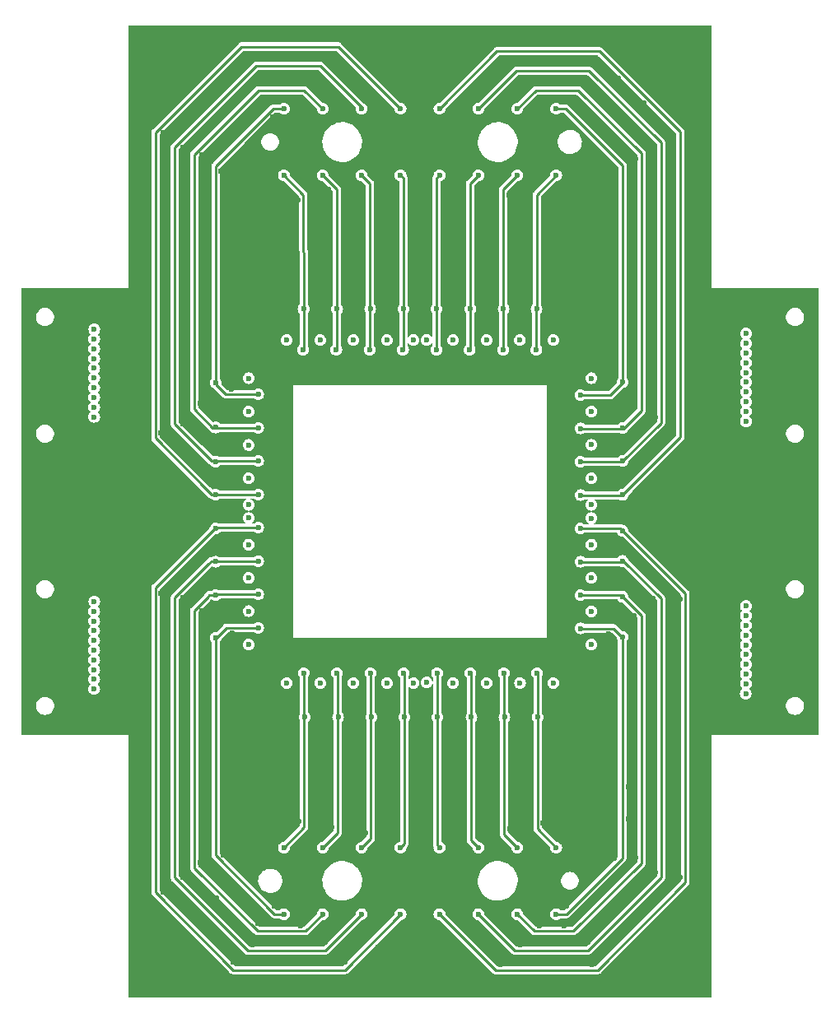
<source format=gbr>
%TF.GenerationSoftware,KiCad,Pcbnew,7.0.2*%
%TF.CreationDate,2023-10-10T18:20:49-06:00*%
%TF.ProjectId,igloo30,69676c6f-6f33-4302-9e6b-696361645f70,rev?*%
%TF.SameCoordinates,Original*%
%TF.FileFunction,Copper,L2,Inr*%
%TF.FilePolarity,Positive*%
%FSLAX46Y46*%
G04 Gerber Fmt 4.6, Leading zero omitted, Abs format (unit mm)*
G04 Created by KiCad (PCBNEW 7.0.2) date 2023-10-10 18:20:49*
%MOMM*%
%LPD*%
G01*
G04 APERTURE LIST*
%TA.AperFunction,ComponentPad*%
%ADD10C,1.500000*%
%TD*%
%TA.AperFunction,ViaPad*%
%ADD11C,0.600000*%
%TD*%
%TA.AperFunction,ViaPad*%
%ADD12C,3.500000*%
%TD*%
%TA.AperFunction,Conductor*%
%ADD13C,0.256000*%
%TD*%
%TA.AperFunction,Conductor*%
%ADD14C,0.250000*%
%TD*%
G04 APERTURE END LIST*
D10*
%TO.N,GND*%
%TO.C,J12*%
X36550000Y-21475000D03*
X36550000Y-6525000D03*
%TD*%
%TO.N,GND*%
%TO.C,J11*%
X-36550000Y21475000D03*
X-36550000Y6525000D03*
%TD*%
%TO.N,GND*%
%TO.C,J7*%
X36550000Y6525000D03*
X36550000Y21475000D03*
%TD*%
%TO.N,GND*%
%TO.C,J9*%
X-36550000Y-6525000D03*
X-36550000Y-21475000D03*
%TD*%
D11*
%TO.N,Net-(J1-Pin_1)*%
X-21020000Y13240000D03*
X-14000000Y41425000D03*
X-16637000Y12035713D03*
%TO.N,Net-(J1-Pin_2)*%
X-16637000Y8607142D03*
X-21010000Y8640000D03*
X-10000000Y41425000D03*
%TO.N,Net-(J1-Pin_3)*%
X-6000000Y41425000D03*
X-16637000Y5178571D03*
X-21020000Y5140000D03*
%TO.N,Net-(J1-Pin_4)*%
X-16637000Y1750000D03*
X-2000000Y41425000D03*
X-21010000Y1740000D03*
%TO.N,Net-(J1-Pin_5)*%
X-21010000Y-1760000D03*
X-16637000Y-1678571D03*
X-2000000Y-41425000D03*
%TO.N,Net-(J1-Pin_6)*%
X-21020000Y-5170000D03*
X-6000000Y-41425000D03*
X-16637000Y-5107142D03*
%TO.N,Net-(J1-Pin_7)*%
X-16637000Y-8535713D03*
X-21020000Y-8600000D03*
X-10000000Y-41425000D03*
%TO.N,Net-(J1-Pin_8)*%
X-21020000Y-13000000D03*
X-14000000Y-41425000D03*
X-16637000Y-11964284D03*
%TO.N,Net-(J2-Pin_1)*%
X16500000Y-12035710D03*
X14000000Y-41425000D03*
X20830000Y-12900000D03*
%TO.N,Net-(J2-Pin_2)*%
X10000000Y-41425000D03*
X20830000Y-8800000D03*
X16500000Y-8607139D03*
%TO.N,Net-(J2-Pin_3)*%
X6000000Y-41425000D03*
X20830000Y-5100000D03*
X16500000Y-5178568D03*
%TO.N,Net-(J2-Pin_4)*%
X20830000Y-2000000D03*
X16500000Y-1749997D03*
X2000000Y-41425000D03*
%TO.N,Net-(J2-Pin_5)*%
X2000000Y41425000D03*
X20830000Y1700000D03*
X16500000Y1678574D03*
%TO.N,Net-(J2-Pin_6)*%
X20830000Y5200000D03*
X6000000Y41425000D03*
X16500000Y5107145D03*
%TO.N,Net-(J2-Pin_7)*%
X20827500Y8600000D03*
X16500000Y8535716D03*
X10000000Y41425000D03*
%TO.N,Net-(J2-Pin_8)*%
X20827500Y13300000D03*
X14000000Y41425000D03*
X16500000Y11964287D03*
%TO.N,Net-(J5-Pin_1)*%
X-12035713Y16630000D03*
X-14000000Y34575000D03*
X-11970000Y20830000D03*
%TO.N,Net-(J5-Pin_2)*%
X-8607142Y16630000D03*
X-10000000Y34575000D03*
X-8520000Y20830000D03*
%TO.N,Net-(J5-Pin_3)*%
X-5178571Y16630000D03*
X-6000000Y34575000D03*
X-5120000Y20830000D03*
%TO.N,Net-(J5-Pin_4)*%
X-1710000Y20830000D03*
X-2000000Y34575000D03*
X-1750000Y16630000D03*
%TO.N,Net-(J5-Pin_5)*%
X1678571Y16630000D03*
X2000000Y34575000D03*
X1680000Y20830000D03*
%TO.N,Net-(J5-Pin_6)*%
X5190000Y20830000D03*
X6000000Y34575000D03*
X5107142Y16630000D03*
%TO.N,Net-(J5-Pin_7)*%
X8590000Y20830000D03*
X10000000Y34575000D03*
X8535713Y16630000D03*
%TO.N,Net-(J5-Pin_8)*%
X11964284Y16630000D03*
X11980000Y20830000D03*
X14000000Y34575000D03*
%TO.N,GND*%
X28085700Y-28258214D03*
X-26014300Y-12072500D03*
X19220015Y-42106815D03*
X-20526720Y38283710D03*
X4342842Y31887282D03*
X27585700Y26236642D03*
X-26414300Y38977500D03*
X11261891Y-46372500D03*
X-26014300Y9027500D03*
X-22648615Y11093185D03*
X5709326Y46268209D03*
X20027500Y16677335D03*
X-2510000Y22000000D03*
X-25101635Y4283465D03*
X-28014300Y-29782500D03*
X914271Y31706540D03*
X-15781373Y44127500D03*
X-24014300Y-23422500D03*
X7857129Y-27211256D03*
X-18971813Y44851356D03*
X11285700Y-19368545D03*
X-18404825Y40405605D03*
X-22414300Y17077500D03*
X-828584Y-34201071D03*
X25585700Y30186324D03*
X-22414300Y-10172500D03*
X-914300Y28077464D03*
X-13254287Y46627500D03*
X23985700Y31269767D03*
X-26414300Y16962500D03*
X-21235566Y39837603D03*
X-22308553Y-4835383D03*
X-4291471Y-44881041D03*
X22220015Y36261815D03*
X-26014300Y-24872500D03*
X-20950000Y-39780000D03*
X-5422841Y-43749671D03*
X-28014300Y16962500D03*
X914271Y28092450D03*
X25351385Y-8406815D03*
X7749987Y-47972500D03*
X-18032930Y47027500D03*
X-7771442Y33148929D03*
X-21814300Y32344385D03*
X-5857155Y-19400000D03*
X21585700Y-22661471D03*
X-28014300Y23252500D03*
X-9285726Y-19588574D03*
X-24014300Y17077500D03*
X-20186851Y44873578D03*
X9371413Y30073841D03*
X25985700Y7958870D03*
X-5622840Y-33063957D03*
X-23279985Y-40738185D03*
X-28014300Y-23522500D03*
X25708170Y-5720743D03*
X-2514300Y24115829D03*
X26485700Y-28258214D03*
X-7148615Y-47738185D03*
D12*
X17500000Y20000000D03*
D11*
X-24014300Y13802500D03*
X12885700Y-28830708D03*
X25585700Y12135903D03*
X-22423285Y1605115D03*
X-22648615Y-36106815D03*
X-22400000Y-17400000D03*
X-20509298Y11470028D03*
X-19950000Y-38670000D03*
X11199987Y29958420D03*
X25585700Y36203131D03*
X-17279985Y-43738185D03*
X21985700Y23778898D03*
X21675243Y39906586D03*
X23985700Y-8972500D03*
X14773795Y-47972500D03*
X-23850000Y36710000D03*
X914271Y28092450D03*
X-21814300Y29161271D03*
X-18554985Y-38963185D03*
X10231357Y44527500D03*
X-12479985Y-31921102D03*
X12754281Y18986328D03*
X-18393322Y48626973D03*
X914271Y22034271D03*
X-26414300Y26397500D03*
X-21579985Y36093185D03*
X-4342871Y31881209D03*
X21627500Y25961613D03*
X-28014300Y13817500D03*
X20000000Y34550000D03*
X-26014300Y-18472500D03*
X-20214300Y32344385D03*
X-5857155Y-30524020D03*
X20351385Y-43238185D03*
X-26014300Y34316388D03*
X23585700Y-36172500D03*
X-28014300Y26397500D03*
X9371413Y26998756D03*
X23585700Y36827500D03*
X-9371442Y23948313D03*
X-28014300Y35832500D03*
X-24414300Y-28072500D03*
X15131374Y42214125D03*
X-2514300Y30678887D03*
X-12565698Y32011815D03*
X15593371Y44127500D03*
X-2428584Y-19371429D03*
X2514271Y24138306D03*
X-20214300Y29161271D03*
X2514271Y27412342D03*
X-26414300Y-29782500D03*
X25985700Y14106322D03*
X26485700Y-21648690D03*
X-24414300Y9027500D03*
X-20214300Y25978157D03*
X-18250000Y42700000D03*
X-7703718Y44448288D03*
X14773795Y-46372500D03*
X-12790005Y28659622D03*
X-20214300Y-16287271D03*
X8315672Y-46606815D03*
X21985700Y-29815357D03*
X-11114300Y-24978462D03*
X14042273Y48127500D03*
X-21315281Y-43940148D03*
X18684718Y-41404851D03*
X21985700Y-23458214D03*
X20606054Y-949997D03*
X25585700Y-12161388D03*
X-26014300Y21671944D03*
X5932839Y19049202D03*
X-18561370Y-42391370D03*
X25991785Y5702215D03*
X-924303Y19006344D03*
X25985700Y20253774D03*
X999987Y-19382832D03*
X-22414300Y20352500D03*
X21627500Y16698434D03*
X-22414300Y26902500D03*
X7857129Y-19385716D03*
X-4342871Y24528983D03*
X21985700Y-13922500D03*
X-24014300Y23627500D03*
X-19238158Y42322271D03*
X26720015Y-37606815D03*
X12799987Y28447415D03*
X-24014300Y-20110000D03*
X-22414300Y-33360000D03*
X23351385Y-10178244D03*
X-21241204Y42581965D03*
X9457129Y-24202063D03*
X24470015Y-39856815D03*
X-26014300Y18510833D03*
X23585700Y-32993928D03*
X3571820Y44130703D03*
X-11434328Y33143185D03*
X-12231383Y42527500D03*
X23985700Y12290681D03*
X-24414300Y-8872500D03*
X-11180006Y19004088D03*
X28085700Y-34867738D03*
X-21814300Y22795042D03*
X-24414300Y27994166D03*
X-22414300Y-30047500D03*
X2599987Y-31076871D03*
X-15116095Y40627502D03*
X25585700Y-28105833D03*
X-27779985Y39543185D03*
X4428558Y-30658663D03*
X-28014300Y-11002500D03*
X25585700Y-31294722D03*
X-26414300Y-26652500D03*
X21627500Y29049339D03*
X17065162Y48127500D03*
X4342842Y24547199D03*
X-14932414Y47027500D03*
X-21814300Y-25829885D03*
X23854279Y3564709D03*
X20493559Y4320133D03*
X25601385Y-40988185D03*
X-26414300Y-39172500D03*
X25585700Y-21728055D03*
X-26014300Y-28072500D03*
X-26014300Y12188611D03*
X-4257155Y-19400000D03*
X-9750013Y-44372500D03*
X-21579985Y-35938185D03*
X-26414300Y-11002500D03*
X4428558Y-27516256D03*
X20633198Y43211371D03*
X15954330Y42527500D03*
X-22414300Y-20110000D03*
X-22414300Y-23422500D03*
X18154330Y46527500D03*
X-16714300Y-42372500D03*
X27585700Y11122195D03*
X-24014300Y-16797500D03*
X25985700Y23327500D03*
X-26414300Y29542500D03*
X23985700Y-21728055D03*
X12315672Y-42606815D03*
X7725710Y18947757D03*
X-28014300Y7527500D03*
X-19377928Y12601398D03*
X-26014300Y27994166D03*
X-5648534Y43944651D03*
X2599987Y-27781243D03*
X-26414300Y10672500D03*
X12231357Y42527500D03*
X23245552Y5218722D03*
X5398521Y43694664D03*
X14846672Y46527500D03*
X-20448615Y34961815D03*
X12799987Y24648701D03*
X26485700Y-11734404D03*
X-910000Y22000000D03*
X11539014Y46527500D03*
X27585700Y17167974D03*
X-5988574Y18943473D03*
X-17423615Y-37831815D03*
X914271Y24478360D03*
X-20214300Y-19468142D03*
X-16532930Y45027500D03*
X-9330003Y19002044D03*
X25985700Y17180048D03*
X2599987Y-24485615D03*
X22400000Y2000000D03*
X21627500Y32137065D03*
X-25779985Y38043185D03*
X-9285726Y-29117384D03*
X19985700Y-32419742D03*
D12*
X25000000Y-45000000D03*
D11*
X-19214300Y-46372500D03*
X-18629985Y39043185D03*
X9457129Y-30220449D03*
X-24014300Y10527500D03*
X-19648615Y-42106815D03*
X-4257155Y-27418398D03*
X-26414300Y32687500D03*
X27585700Y23213753D03*
X23585700Y17876948D03*
X9137098Y32583241D03*
X-11114300Y-19600000D03*
X-22414300Y33452500D03*
X-24014300Y20352500D03*
X-914300Y24455882D03*
X4310552Y-44864435D03*
X-23698613Y-5488183D03*
X-26414300Y-36042500D03*
X-22414300Y30177500D03*
X19985700Y-19408714D03*
X17553348Y-40273481D03*
X20873438Y39871131D03*
X-12780001Y24743789D03*
X-5857155Y-27418398D03*
X-21879982Y-1406812D03*
X-26014300Y-34472500D03*
X4428558Y-19424287D03*
X4379997Y19002044D03*
X19352525Y-12601395D03*
X18690000Y36270000D03*
X15601385Y-41988185D03*
X-26414300Y20107500D03*
X-15380966Y-46372500D03*
X25585700Y-18539166D03*
X-22148615Y-39606815D03*
X23585700Y33669074D03*
X-22340772Y42719657D03*
X-20214300Y-32191628D03*
X11285700Y-32658213D03*
X15033769Y-40622502D03*
X-12714300Y-19600000D03*
X23985700Y-15350277D03*
X-13732156Y-44372500D03*
X-4257155Y-33629642D03*
X4662873Y-34366756D03*
X-914300Y31699047D03*
X11285700Y-25003204D03*
X-11114300Y-28732624D03*
X19364786Y42217043D03*
X19985700Y-22661471D03*
X-25779985Y-38238185D03*
X21985700Y-17101071D03*
X25585700Y-15350277D03*
X7857129Y-33229642D03*
X23585700Y24193798D03*
X-12780000Y19000000D03*
X23585700Y30510649D03*
X-24414300Y-21672500D03*
X26000000Y32000000D03*
X20027500Y25965832D03*
X-26014300Y31155277D03*
X-3752755Y44311612D03*
X5942842Y27133071D03*
X21627500Y22873886D03*
X26485700Y-31562976D03*
X-11114300Y-32486787D03*
X999987Y-31076871D03*
X25585700Y-37672500D03*
X28085700Y-21648690D03*
X-19779985Y-47738185D03*
X-12770000Y22000000D03*
X17345015Y-37981815D03*
X-24414300Y-18472500D03*
X-21814300Y-19468142D03*
X19658425Y7735716D03*
X21877636Y45066933D03*
X9457129Y-19385716D03*
X-7771442Y30082057D03*
X-21814300Y-22649014D03*
X-15380966Y-47972500D03*
X-16282930Y42527500D03*
X23585700Y14718522D03*
X914271Y24478360D03*
X-7730003Y19002044D03*
X22383401Y8865257D03*
X-4257155Y-30524020D03*
X20027500Y29061998D03*
X6028558Y-19424287D03*
D12*
X-25000000Y45000000D03*
D11*
X-26414300Y35832500D03*
X27585700Y32282421D03*
X21627500Y35224792D03*
X-26414300Y13817500D03*
X25985700Y26401226D03*
X-26414300Y-17262500D03*
X18144775Y39399794D03*
X-26414300Y-32912500D03*
X914271Y31706540D03*
X-11835788Y48627500D03*
X-24014300Y-10172500D03*
X2514271Y27412342D03*
X18285700Y-47972500D03*
X-22414300Y13802500D03*
X-24014300Y-26735000D03*
X22433586Y-4708899D03*
X-24414300Y34316388D03*
X11154281Y18986328D03*
X25600000Y18830000D03*
X11749987Y-43972500D03*
X-5942871Y33388988D03*
X12781464Y46127500D03*
X26485700Y-24953452D03*
X25985700Y29474952D03*
X23985700Y-24916944D03*
X-7771442Y27015185D03*
X-5942871Y27120929D03*
X9325710Y18947757D03*
X-24414300Y37477500D03*
X23985700Y-18539166D03*
X14800000Y-42606815D03*
X-20214300Y-29010757D03*
X11199987Y26922276D03*
X-25461544Y41861625D03*
X17720015Y-46606815D03*
X-7771442Y23948313D03*
X24015141Y42929428D03*
X20027500Y32158164D03*
X17054330Y44527500D03*
X999987Y-27781243D03*
X-28014300Y20107500D03*
X2514271Y24138306D03*
X-21814300Y-32191628D03*
X9749987Y-45972500D03*
X-27779985Y-39738185D03*
X7996494Y48127500D03*
X27585700Y38328200D03*
X-7714300Y-46372500D03*
X-24014300Y33452500D03*
X-20214300Y-25829885D03*
X12885700Y-19368545D03*
X28085700Y-15039166D03*
X25500000Y15100000D03*
X26000000Y35073726D03*
X-24414300Y12188611D03*
X12089026Y44127500D03*
X5942842Y33388985D03*
D12*
X17500000Y-25000000D03*
D11*
X12651385Y-32092528D03*
X-28014300Y-32912500D03*
X-22414300Y-13485000D03*
X-24014300Y-13485000D03*
X-20214300Y-35372500D03*
X19985700Y-29166985D03*
X25585700Y-24916944D03*
X26152647Y40791922D03*
X-22414300Y36727500D03*
X23985700Y-28105833D03*
X-8557019Y48627500D03*
X23985700Y28106586D03*
X8231357Y46527500D03*
X-24414300Y21671944D03*
X23985700Y-31294722D03*
X-24014300Y26902500D03*
X-12183021Y44127500D03*
X-828584Y-19371429D03*
X23985700Y21780224D03*
D12*
X25000000Y45000000D03*
D11*
X-24014300Y-36672500D03*
X-28014300Y29542500D03*
X20389543Y44610457D03*
X7771413Y26998756D03*
X7857129Y-24202063D03*
X-10545670Y45027500D03*
X-26648615Y-8438185D03*
X26485700Y-18343928D03*
X-9184328Y-45738185D03*
X-26414300Y-20392500D03*
X23585700Y-20279643D03*
X22220015Y-42106815D03*
D12*
X-17500000Y-25000000D03*
D11*
X-11190011Y28663710D03*
X-26014300Y-15272500D03*
X-7685726Y-19720026D03*
X21585700Y-19408714D03*
X23585700Y-13922500D03*
X-24414300Y18510833D03*
X-28014300Y32687500D03*
X-25779985Y-8306815D03*
X21585700Y-16155957D03*
X24887723Y38956846D03*
X-28014300Y-17262500D03*
X-20214300Y16428814D03*
X-24414300Y-31272500D03*
X19985700Y-35672500D03*
X21985700Y13992446D03*
X-11180007Y24747877D03*
X21985700Y10730296D03*
X-24829983Y-4356813D03*
X23985700Y24943405D03*
X-4342871Y28205096D03*
X-11831898Y47027500D03*
X-26014300Y-31272500D03*
X22851385Y-40738185D03*
X-2428584Y-30945449D03*
X-23970265Y5414835D03*
X-8731383Y47027500D03*
X-23981948Y-41273481D03*
X23985700Y-12161388D03*
X27585700Y20190863D03*
X-28014300Y10672500D03*
X-24414300Y-37672500D03*
X19740130Y47204439D03*
X19210617Y12764287D03*
X25585700Y33194728D03*
X-24414300Y15349722D03*
X24220015Y9693185D03*
X-24414300Y-12072500D03*
X-11547633Y-46372500D03*
X21985700Y-26636785D03*
X12885700Y-25003204D03*
X-2428584Y-24434205D03*
X23585700Y21035373D03*
D12*
X-17500000Y20000000D03*
D11*
X-26414300Y-23522500D03*
X6028558Y-30658663D03*
X-9051411Y-32492528D03*
X2514271Y30686378D03*
X22220015Y-35606815D03*
X7857129Y-30220449D03*
X-4388574Y18943473D03*
X-13732156Y-45972500D03*
X-12315698Y-42606815D03*
X28085700Y-24953452D03*
X-26414300Y23252500D03*
X5942842Y30261028D03*
X-5942871Y30254958D03*
X23985700Y18617043D03*
X-23510594Y40312575D03*
X-24014300Y30177500D03*
X25585700Y27177921D03*
X-21814300Y16428814D03*
X-20214300Y19611928D03*
X23564956Y-3577529D03*
X-11750013Y-43972500D03*
X17260000Y37930000D03*
X-24494693Y40565736D03*
X11261891Y-47972500D03*
X19985700Y-25914228D03*
X17285700Y-44372500D03*
X25985700Y11032596D03*
X7771413Y30073841D03*
X-15679985Y41993185D03*
X-17148615Y-44606815D03*
X21101385Y-45488185D03*
X21627500Y19786160D03*
X6028558Y-24373849D03*
X-24414300Y-24872500D03*
X-24414300Y24833055D03*
X2514271Y30686378D03*
X-21814300Y-16287271D03*
D12*
X17500000Y25000000D03*
D11*
X-5942871Y23986900D03*
X-28014300Y-26652500D03*
X21985700Y-10743929D03*
X-2514300Y27397358D03*
X-9371442Y27015185D03*
X11285700Y-28830708D03*
X-16463690Y46627500D03*
X21985700Y20516747D03*
X999987Y-24485615D03*
X23585700Y-17101071D03*
X24576800Y-6852113D03*
X20027500Y22869667D03*
X-21869685Y8051515D03*
X18505935Y45338634D03*
X28085700Y-11734404D03*
X-11547633Y-47972500D03*
X-9371442Y33148929D03*
X-24414300Y-34472500D03*
X-28014300Y-20392500D03*
X-9371442Y30082057D03*
X-21968685Y4650515D03*
X26720015Y-8995328D03*
X23985700Y-34483611D03*
X9222814Y-32663957D03*
X21985700Y-20279643D03*
X-24414300Y-15272500D03*
X-26014300Y-21672500D03*
X23585700Y-29815357D03*
X-15114558Y48627500D03*
X-25113318Y-42404851D03*
X18395492Y42349077D03*
D12*
X17500000Y-20000000D03*
D11*
X21985700Y27041048D03*
X6028558Y-27516256D03*
X-21814300Y25978157D03*
X-26414300Y-14132500D03*
X28085700Y-38172500D03*
X9371413Y23923671D03*
X23985700Y15453862D03*
X21400000Y-28347243D03*
X13517843Y-44372500D03*
X10315672Y-44606815D03*
X23585700Y27352224D03*
X17851385Y-45738185D03*
X28085700Y-31562976D03*
X12799987Y32246130D03*
X-12714300Y-28732624D03*
X23985700Y37596130D03*
X21351385Y-36238185D03*
X-20214300Y-22649014D03*
X4428558Y-24373849D03*
X-19872184Y-11164284D03*
X-21579985Y12540715D03*
X25585700Y9127500D03*
X27585700Y35305310D03*
X26485700Y-34867738D03*
X-828584Y-27689827D03*
D12*
X-25000000Y-45000000D03*
D11*
X21720015Y-39606815D03*
X19087172Y39394657D03*
X19886681Y-37940148D03*
X-20824663Y46498506D03*
X-17498615Y37911815D03*
X19985700Y-16155957D03*
X-12714300Y-24978462D03*
X-20214300Y22795042D03*
X-15529985Y-41988185D03*
X-2428584Y-27689827D03*
X21985700Y33565349D03*
X7771413Y33148926D03*
X21645345Y4855775D03*
X22020000Y17790000D03*
X-22400000Y39000000D03*
X20648910Y-7807139D03*
X2504268Y19036315D03*
X-9285726Y-25176555D03*
X15785700Y-43972500D03*
X23585700Y11560097D03*
D12*
X-17500000Y-20000000D03*
D11*
X19970015Y-44356815D03*
X-22446651Y-45071518D03*
X7771413Y23923671D03*
X-7685726Y-25176555D03*
X23585700Y-23458214D03*
X904268Y19036315D03*
X15789867Y46127500D03*
X-28014300Y-14132500D03*
X27585700Y14145085D03*
X28085700Y-18343928D03*
X25985700Y38696130D03*
X9457129Y-27211256D03*
X11019384Y48127500D03*
X-10046148Y46609628D03*
X9773592Y46117452D03*
X-22414300Y-26735000D03*
X4342842Y28217241D03*
X-26648615Y8093185D03*
X-11170000Y22000000D03*
D12*
X-17500000Y25000000D03*
D11*
X-20779985Y-43238185D03*
X-28014300Y-7872500D03*
X-19306499Y-12529969D03*
X28085700Y-8429643D03*
X21400000Y-31600000D03*
X20027500Y19773501D03*
X-828584Y-30945449D03*
X-28014300Y-36042500D03*
X23985700Y34432948D03*
X-4257155Y-24312776D03*
X23351385Y-43238185D03*
X13642843Y44527500D03*
X21018051Y-39071518D03*
X-24414300Y31155277D03*
X13517843Y-45972500D03*
X-21814300Y-29010757D03*
X21585700Y-25914228D03*
X21985700Y30303199D03*
X5441922Y-43733065D03*
X-5857155Y-24312776D03*
X-6071195Y46630052D03*
X26485700Y-15039166D03*
X2514271Y22034271D03*
X14710000Y40450000D03*
X-26014300Y15349722D03*
X23585700Y-26636785D03*
X-24014300Y-30047500D03*
X7561577Y44120460D03*
X-7685726Y-33058213D03*
X-24014300Y-33360000D03*
X2599987Y-19382832D03*
X25585700Y-34483611D03*
X-21814300Y19611928D03*
X-2524303Y19006344D03*
X24220015Y-37106815D03*
X23000000Y42000000D03*
X11306261Y32975928D03*
X11199987Y23886131D03*
X-14962226Y-40622503D03*
X18476385Y-39113185D03*
X-7685726Y-29117384D03*
X-22414300Y23627500D03*
X27585700Y8099306D03*
X25585700Y21161114D03*
X25585700Y24169517D03*
X19918210Y-11235710D03*
X-17430000Y-41260000D03*
X-828584Y-24434205D03*
X21985700Y-32993928D03*
X27585700Y29259531D03*
X22760460Y41084109D03*
X-17714300Y-45972500D03*
X5942842Y24005114D03*
X-26014300Y24833055D03*
%TO.N,Net-(J6-Pin_1)*%
X12035710Y-16637000D03*
X12080000Y-21170000D03*
X14000000Y-34575000D03*
%TO.N,Net-(J6-Pin_2)*%
X8680000Y-21170000D03*
X8607139Y-16637000D03*
X10000000Y-34575000D03*
%TO.N,Net-(J6-Pin_3)*%
X5290000Y-21170000D03*
X6000000Y-34575000D03*
X5178568Y-16637000D03*
%TO.N,Net-(J6-Pin_4)*%
X1749997Y-16637000D03*
X2000000Y-34575000D03*
X1780000Y-21170000D03*
%TO.N,Net-(J6-Pin_5)*%
X-1678574Y-16637000D03*
X-2000000Y-34575000D03*
X-1620000Y-21170000D03*
%TO.N,Net-(J6-Pin_6)*%
X-5107145Y-16637000D03*
X-5020000Y-21170000D03*
X-6000000Y-34575000D03*
%TO.N,Net-(J6-Pin_7)*%
X-8535716Y-16637000D03*
X-8420000Y-21170000D03*
X-10000000Y-34575000D03*
%TO.N,Net-(J6-Pin_8)*%
X-11860000Y-21170000D03*
X-14000000Y-34575000D03*
X-11964287Y-16637000D03*
%TO.N,Net-(J8-Pin_1)*%
X-13700000Y17625000D03*
X33512500Y18287500D03*
%TO.N,Net-(J8-Pin_2)*%
X-10270000Y17625000D03*
X33512500Y17287500D03*
%TO.N,Net-(J8-Pin_3)*%
X33512500Y16287500D03*
X-6840000Y17625000D03*
%TO.N,Net-(J8-Pin_4)*%
X33512500Y15287500D03*
X-3410000Y17625000D03*
%TO.N,Net-(J8-Pin_5)*%
X-680000Y17625000D03*
X33512500Y14287500D03*
%TO.N,Net-(J8-Pin_6)*%
X33512500Y13287500D03*
X680000Y17625000D03*
%TO.N,Net-(J8-Pin_7)*%
X33512500Y12287500D03*
X3410000Y17625000D03*
%TO.N,Net-(J8-Pin_8)*%
X33512500Y11287500D03*
X6840000Y17625000D03*
%TO.N,Net-(J8-Pin_9)*%
X33512500Y10287500D03*
X10270000Y17625000D03*
%TO.N,Net-(J8-Pin_10)*%
X13700000Y17625000D03*
X33500000Y9275000D03*
%TO.N,Net-(J10-Pin_1)*%
X-33500000Y-18275000D03*
X13700000Y-17650000D03*
%TO.N,Net-(J10-Pin_2)*%
X-33500000Y-17275000D03*
X10280000Y-17650000D03*
%TO.N,Net-(J10-Pin_3)*%
X6850000Y-17650000D03*
X-33500000Y-16275000D03*
%TO.N,Net-(J10-Pin_4)*%
X3400000Y-17650000D03*
X-33500000Y-15275000D03*
%TO.N,Net-(J10-Pin_5)*%
X-33500000Y-14275000D03*
X690000Y-17600000D03*
%TO.N,Net-(J10-Pin_6)*%
X-670000Y-17650000D03*
X-33500000Y-13275000D03*
%TO.N,Net-(J10-Pin_7)*%
X-33500000Y-12275000D03*
X-3410000Y-17650000D03*
%TO.N,Net-(J10-Pin_8)*%
X-6840000Y-17650000D03*
X-33500000Y-11275000D03*
%TO.N,Net-(J10-Pin_9)*%
X-10270000Y-17650000D03*
X-33500000Y-10275000D03*
%TO.N,Net-(J10-Pin_10)*%
X-33487500Y-9262500D03*
X-13700000Y-17650000D03*
%TO.N,Net-(J13-Pin_1)*%
X-33500000Y9725000D03*
X-17625000Y-13700000D03*
%TO.N,Net-(J13-Pin_2)*%
X-33500000Y10725000D03*
X-17625000Y-10260000D03*
%TO.N,Net-(J13-Pin_3)*%
X-17625000Y-6850000D03*
X-33500000Y11725000D03*
%TO.N,Net-(J13-Pin_4)*%
X-33500000Y12725000D03*
X-17625000Y-3410000D03*
%TO.N,Net-(J13-Pin_5)*%
X-33500000Y13725000D03*
X-17625000Y-680000D03*
%TO.N,Net-(J13-Pin_6)*%
X-17625000Y680000D03*
X-33500000Y14725000D03*
%TO.N,Net-(J13-Pin_7)*%
X-17625000Y3410000D03*
X-33500000Y15725000D03*
%TO.N,Net-(J13-Pin_8)*%
X-17625000Y6840000D03*
X-33500000Y16725000D03*
%TO.N,Net-(J13-Pin_9)*%
X-33500000Y17725000D03*
X-17625000Y10270000D03*
%TO.N,Net-(J13-Pin_10)*%
X-33487500Y18737500D03*
X-17625000Y13700000D03*
%TO.N,Net-(J14-Pin_1)*%
X33500000Y-9725000D03*
X17630000Y13700000D03*
%TO.N,Net-(J14-Pin_2)*%
X33500000Y-10725000D03*
X17630000Y10275000D03*
%TO.N,Net-(J14-Pin_3)*%
X33500000Y-11725000D03*
X17630000Y6850000D03*
%TO.N,Net-(J14-Pin_4)*%
X17630000Y3410000D03*
X33500000Y-12725000D03*
%TO.N,Net-(J14-Pin_5)*%
X33500000Y-13725000D03*
X17630000Y680000D03*
%TO.N,Net-(J14-Pin_6)*%
X33500000Y-14725000D03*
X17630000Y-690000D03*
%TO.N,Net-(J14-Pin_7)*%
X17630000Y-3410000D03*
X33500000Y-15725000D03*
%TO.N,Net-(J14-Pin_8)*%
X33500000Y-16725000D03*
X17630000Y-6840000D03*
%TO.N,Net-(J14-Pin_9)*%
X17630000Y-10270000D03*
X33500000Y-17725000D03*
%TO.N,Net-(J14-Pin_10)*%
X17630000Y-13700000D03*
X33487500Y-18737500D03*
%TD*%
D13*
%TO.N,Net-(J1-Pin_1)*%
X-16637000Y12035713D02*
X-19943613Y12035713D01*
D14*
X-21014300Y13234300D02*
X-21020000Y13240000D01*
X-21014300Y35527500D02*
X-15114300Y41427500D01*
X-21014300Y13106400D02*
X-21014300Y13234300D01*
X-15114300Y41427500D02*
X-14000000Y41425000D01*
X-21014300Y13245700D02*
X-21014300Y35527500D01*
D13*
X-19943613Y12035713D02*
X-21014300Y13106400D01*
D14*
X-21020000Y13240000D02*
X-21014300Y13245700D01*
D13*
%TO.N,Net-(J1-Pin_2)*%
X-16637000Y8607142D02*
X-20977142Y8607142D01*
X-21010000Y8640000D02*
X-21042858Y8607142D01*
D14*
X-16614300Y43327500D02*
X-11900013Y43327500D01*
X-10000000Y41425000D02*
X-9997513Y41425000D01*
X-10000000Y41427487D02*
X-10000000Y41425000D01*
D13*
X-20977142Y8607142D02*
X-21010000Y8640000D01*
D14*
X-11900013Y43327500D02*
X-10000000Y41427487D01*
D13*
X-21293942Y8607142D02*
X-21304000Y8617200D01*
D14*
X-21304000Y8617200D02*
X-23214300Y10527500D01*
X-23214300Y36727500D02*
X-16614300Y43327500D01*
X-23214300Y10527500D02*
X-23214300Y36727500D01*
D13*
X-21042858Y8607142D02*
X-21293942Y8607142D01*
D14*
X-9997513Y41425000D02*
X-10000013Y41427500D01*
%TO.N,Net-(J1-Pin_3)*%
X-25214300Y9027500D02*
X-25214300Y37477500D01*
D13*
X-21365371Y5178571D02*
X-21403000Y5216200D01*
X-16637000Y5178571D02*
X-20981429Y5178571D01*
X-21020000Y5140000D02*
X-21058571Y5178571D01*
X-21058571Y5178571D02*
X-21365371Y5178571D01*
D14*
X-6000000Y41425000D02*
X-6000013Y41427500D01*
X-6000013Y41613213D02*
X-6000000Y41425000D01*
D13*
X-20981429Y5178571D02*
X-21020000Y5140000D01*
D14*
X-16864300Y45827500D02*
X-10214300Y45827500D01*
X-25214300Y37477500D02*
X-16864300Y45827500D01*
X-10214300Y45827500D02*
X-6000013Y41613213D01*
X-21403000Y5216200D02*
X-25214300Y9027500D01*
D13*
%TO.N,Net-(J1-Pin_4)*%
X-21000000Y1750000D02*
X-21010000Y1740000D01*
X-21010000Y1740000D02*
X-21020000Y1750000D01*
D14*
X-1997513Y41425000D02*
X-2000013Y41427500D01*
X-27214300Y38977500D02*
X-18364300Y47827500D01*
X-8400013Y47827500D02*
X-2000000Y41427487D01*
X-2000000Y41425000D02*
X-1997513Y41425000D01*
X-21857600Y2170800D02*
X-27214300Y7527500D01*
D13*
X-21020000Y1750000D02*
X-21436800Y1750000D01*
D14*
X-27214300Y7527500D02*
X-27214300Y38977500D01*
D13*
X-16637000Y1750000D02*
X-21000000Y1750000D01*
D14*
X-2000000Y41427487D02*
X-2000000Y41425000D01*
X-18364300Y47827500D02*
X-8400013Y47827500D01*
D13*
X-21436800Y1750000D02*
X-21857600Y2170800D01*
D14*
%TO.N,Net-(J1-Pin_5)*%
X-19214300Y-47172500D02*
X-7714300Y-47172500D01*
D13*
X-16637000Y-1678571D02*
X-21020371Y-1678571D01*
D14*
X-21314297Y-1972497D02*
X-27214300Y-7872500D01*
X-2000013Y-41458213D02*
X-2000013Y-41425013D01*
X-2000013Y-41425013D02*
X-2000000Y-41425000D01*
X-27214300Y-39172500D02*
X-19214300Y-47172500D01*
X-7714300Y-47172500D02*
X-2000013Y-41458213D01*
D13*
X-21010000Y-1668200D02*
X-21010000Y-1760000D01*
X-21101800Y-1760000D02*
X-21314297Y-1972497D01*
D14*
X-27214300Y-7872500D02*
X-27214300Y-39172500D01*
D13*
X-21010000Y-1760000D02*
X-21101800Y-1760000D01*
X-21020371Y-1678571D02*
X-21010000Y-1668200D01*
D14*
%TO.N,Net-(J1-Pin_6)*%
X-6000000Y-41422487D02*
X-6000013Y-41422500D01*
D13*
X-21020000Y-5170000D02*
X-21082858Y-5107142D01*
D14*
X-25214300Y-8872500D02*
X-25214300Y-37672500D01*
D13*
X-21082858Y-5107142D02*
X-21448942Y-5107142D01*
D14*
X-9750013Y-45172500D02*
X-6002513Y-41425000D01*
X-17714300Y-45172500D02*
X-9750013Y-45172500D01*
X-6000000Y-41425000D02*
X-6000000Y-41422487D01*
D13*
X-16637000Y-5107142D02*
X-20957142Y-5107142D01*
X-21448942Y-5107142D02*
X-21742868Y-5401068D01*
D14*
X-25214300Y-37672500D02*
X-17714300Y-45172500D01*
X-6002513Y-41425000D02*
X-6000000Y-41425000D01*
X-21742868Y-5401068D02*
X-25214300Y-8872500D01*
D13*
X-20957142Y-5107142D02*
X-21020000Y-5170000D01*
D14*
%TO.N,Net-(J1-Pin_7)*%
X-21871439Y-8829639D02*
X-23214300Y-10172500D01*
X-10000000Y-41422487D02*
X-10000013Y-41422500D01*
X-23214300Y-36672500D02*
X-16714300Y-43172500D01*
X-10002513Y-41425000D02*
X-10000000Y-41425000D01*
X-16714300Y-43172500D02*
X-11750013Y-43172500D01*
X-11750013Y-43172500D02*
X-10002513Y-41425000D01*
D13*
X-21020000Y-8600000D02*
X-21641800Y-8600000D01*
X-21020000Y-8600000D02*
X-20955713Y-8535713D01*
X-16637000Y-8535713D02*
X-20955713Y-8535713D01*
D14*
X-23214300Y-10172500D02*
X-23214300Y-36672500D01*
D13*
X-21641800Y-8600000D02*
X-21871439Y-8829639D01*
D14*
X-10000000Y-41425000D02*
X-10000000Y-41422487D01*
%TO.N,Net-(J1-Pin_8)*%
X-21014300Y-35372500D02*
X-14964300Y-41422500D01*
D13*
X-19872184Y-11964284D02*
X-20907900Y-13000000D01*
D14*
X-14964300Y-41422500D02*
X-14000000Y-41425000D01*
D13*
X-21020000Y-13112100D02*
X-21014300Y-13106400D01*
D14*
X-21014300Y-13106400D02*
X-21014300Y-35372500D01*
D13*
X-20907900Y-13000000D02*
X-21020000Y-13000000D01*
X-21020000Y-13000000D02*
X-21020000Y-13112100D01*
X-16637000Y-11964284D02*
X-19872184Y-11964284D01*
%TO.N,Net-(J2-Pin_1)*%
X19918210Y-12035710D02*
X20782500Y-12900000D01*
X20782500Y-12900000D02*
X20830000Y-12900000D01*
X16500000Y-12035710D02*
X19918210Y-12035710D01*
X20830000Y-12900000D02*
X20830000Y-12947500D01*
D14*
X15035700Y-41422500D02*
X14000000Y-41425000D01*
X20785700Y-35672500D02*
X15035700Y-41422500D01*
X20785700Y-12903200D02*
X20785700Y-35672500D01*
D13*
X20830000Y-12947500D02*
X20785700Y-12903200D01*
D14*
%TO.N,Net-(J2-Pin_2)*%
X20841771Y-8800000D02*
X22785700Y-10743929D01*
X11749987Y-43172500D02*
X10002487Y-41425000D01*
D13*
X20648910Y-8607139D02*
X20785700Y-8743929D01*
D14*
X20830000Y-8800000D02*
X20841771Y-8800000D01*
X10002487Y-41425000D02*
X10000000Y-41425000D01*
X20785700Y-8743929D02*
X20830000Y-8788229D01*
X22785700Y-10743929D02*
X22785700Y-36172500D01*
X22785700Y-36172500D02*
X15785700Y-43172500D01*
X15785700Y-43172500D02*
X11749987Y-43172500D01*
X20830000Y-8788229D02*
X20830000Y-8800000D01*
D13*
X16500000Y-8607139D02*
X20648910Y-8607139D01*
D14*
%TO.N,Net-(J2-Pin_3)*%
X24785700Y-8972500D02*
X20991768Y-5178568D01*
D13*
X16500000Y-5178568D02*
X20751432Y-5178568D01*
D14*
X6002487Y-41425000D02*
X6000000Y-41425000D01*
X24785700Y-8972500D02*
X24785700Y-37672500D01*
X24785700Y-37672500D02*
X17285700Y-45172500D01*
D13*
X20830000Y-5100000D02*
X20908568Y-5178568D01*
X20908568Y-5178568D02*
X20991768Y-5178568D01*
X20751432Y-5178568D02*
X20830000Y-5100000D01*
D14*
X9749987Y-45172500D02*
X6002487Y-41425000D01*
X17285700Y-45172500D02*
X9749987Y-45172500D01*
%TO.N,Net-(J2-Pin_4)*%
X18285700Y-47172500D02*
X7749987Y-47172500D01*
X20830000Y-2000000D02*
X20856057Y-2000000D01*
X27285700Y-38172500D02*
X18285700Y-47172500D01*
X20830000Y-1973943D02*
X20830000Y-2000000D01*
D13*
X20606054Y-1749997D02*
X20785700Y-1929643D01*
D14*
X20785700Y-1929643D02*
X20830000Y-1973943D01*
X2002487Y-41425000D02*
X2000000Y-41425000D01*
D13*
X16500000Y-1749997D02*
X20606054Y-1749997D01*
D14*
X7749987Y-47172500D02*
X2002487Y-41425000D01*
X20856057Y-2000000D02*
X27285700Y-8429643D01*
X27285700Y-8429643D02*
X27285700Y-38172500D01*
%TO.N,Net-(J2-Pin_5)*%
X26785700Y39027500D02*
X18485700Y47327500D01*
X7899987Y47327500D02*
X2000000Y41427513D01*
D13*
X20830000Y1700000D02*
X20858200Y1700000D01*
X20830000Y1671800D02*
X20830000Y1700000D01*
X20858200Y1700000D02*
X21542500Y2384300D01*
X20836774Y1678574D02*
X20830000Y1671800D01*
D14*
X21542500Y2384300D02*
X26785700Y7627500D01*
X26785700Y7627500D02*
X26785700Y39027500D01*
X18485700Y47327500D02*
X7899987Y47327500D01*
D13*
X16500000Y1678574D02*
X20836774Y1678574D01*
D14*
%TO.N,Net-(J2-Pin_6)*%
X20858200Y5200000D02*
X24785700Y9127500D01*
X24785700Y9127500D02*
X24785700Y37927500D01*
X20785700Y5127500D02*
X20830000Y5171800D01*
D13*
X20765345Y5107145D02*
X20785700Y5127500D01*
X16500000Y5107145D02*
X20765345Y5107145D01*
D14*
X20830000Y5171800D02*
X20830000Y5200000D01*
X9899987Y45327500D02*
X6000000Y41427513D01*
X17385700Y45327500D02*
X9899987Y45327500D01*
X20830000Y5200000D02*
X20858200Y5200000D01*
X24785700Y37927500D02*
X17385700Y45327500D01*
%TO.N,Net-(J2-Pin_7)*%
X22785700Y10398926D02*
X22785700Y36827500D01*
D13*
X20922490Y8535716D02*
X21255587Y8868813D01*
X16500000Y8535716D02*
X20922490Y8535716D01*
D14*
X21255587Y8868813D02*
X22785700Y10398926D01*
X11899987Y43327500D02*
X10000000Y41427513D01*
X10000000Y41427513D02*
X10000000Y41425000D01*
X22785700Y36827500D02*
X16285700Y43327500D01*
X16285700Y43327500D02*
X11899987Y43327500D01*
%TO.N,Net-(J2-Pin_8)*%
X20785700Y35627500D02*
X14985700Y41427500D01*
D13*
X20827500Y35585700D02*
X20785700Y35627500D01*
X19541987Y11964287D02*
X20785700Y13208000D01*
D14*
X14985700Y41427500D02*
X14000000Y41425000D01*
D13*
X20827500Y13300000D02*
X20827500Y35585700D01*
X16500000Y11964287D02*
X19541987Y11964287D01*
D14*
%TO.N,Net-(J5-Pin_1)*%
X-11970000Y16695713D02*
X-12035713Y16630000D01*
X-12000013Y32577500D02*
X-13997513Y34575000D01*
X-11970000Y20830000D02*
X-11970000Y16695713D01*
X-11970000Y20830000D02*
X-12000013Y32577500D01*
%TO.N,Net-(J5-Pin_2)*%
X-8520000Y16717142D02*
X-8607142Y16630000D01*
X-8520000Y20830000D02*
X-8520000Y16717142D01*
X-8571442Y33148929D02*
X-8571442Y20881442D01*
D13*
X-8573929Y33148929D02*
X-8571442Y33148929D01*
X-10000000Y34575000D02*
X-8573929Y33148929D01*
D14*
X-8571442Y20881442D02*
X-8520000Y20830000D01*
%TO.N,Net-(J5-Pin_3)*%
X-5997513Y34575000D02*
X-5142871Y33720358D01*
X-5120000Y20830000D02*
X-5142871Y20807129D01*
X-5142871Y33720358D02*
X-5142871Y20852871D01*
X-5142871Y20852871D02*
X-5120000Y20830000D01*
D13*
X-5178571Y16630000D02*
X-5178571Y20771429D01*
X-5178571Y20771429D02*
X-5120000Y20830000D01*
D14*
%TO.N,Net-(J5-Pin_4)*%
X-1710000Y16670000D02*
X-1750000Y16630000D01*
X-1714300Y34291787D02*
X-1714300Y20834300D01*
X-1710000Y20830000D02*
X-1710000Y16670000D01*
X-1997513Y34575000D02*
X-1714300Y34291787D01*
%TO.N,Net-(J5-Pin_5)*%
X1997487Y34575000D02*
X1714271Y34291784D01*
D13*
X1678571Y16630000D02*
X1678571Y20828571D01*
D14*
X1999987Y34577500D02*
X2000000Y34577513D01*
X1714271Y34291784D02*
X1714271Y20864271D01*
X2000000Y34577513D02*
X2000000Y34575000D01*
X2000000Y34575000D02*
X1997487Y34575000D01*
%TO.N,Net-(J5-Pin_6)*%
X5142842Y33720355D02*
X5142842Y20877158D01*
X5997487Y34575000D02*
X5142842Y33720355D01*
X5999987Y34577500D02*
X6000000Y34577513D01*
X5190000Y16712858D02*
X5107142Y16630000D01*
X6000000Y34577513D02*
X6000000Y34575000D01*
X6000000Y34575000D02*
X5997487Y34575000D01*
X5190000Y20830000D02*
X5190000Y16712858D01*
%TO.N,Net-(J5-Pin_7)*%
X10000000Y34575000D02*
X9997487Y34575000D01*
X9997487Y34575000D02*
X8571413Y33148926D01*
X10000000Y34577513D02*
X10000000Y34575000D01*
X9999987Y34577500D02*
X10000000Y34577513D01*
X8571413Y33148926D02*
X8571413Y20848587D01*
D13*
X8535713Y16630000D02*
X8535713Y20775713D01*
D14*
%TO.N,Net-(J5-Pin_8)*%
X13997487Y34575000D02*
X11999987Y32577500D01*
D13*
X11964284Y16630000D02*
X11964284Y20814284D01*
D14*
X11999987Y32577500D02*
X11999987Y20849987D01*
X14000000Y34575000D02*
X13997487Y34575000D01*
X13999987Y34577500D02*
X14000000Y34577513D01*
X14000000Y34577513D02*
X14000000Y34575000D01*
%TO.N,Net-(J6-Pin_1)*%
X14002487Y-34575000D02*
X12085700Y-32658213D01*
X12085700Y-32658213D02*
X12085700Y-21175700D01*
X12080000Y-21170000D02*
X12085700Y-21164300D01*
X12085700Y-21175700D02*
X12080000Y-21170000D01*
X12085700Y-21164300D02*
X12085700Y-16686990D01*
X12085700Y-16686990D02*
X12035710Y-16637000D01*
%TO.N,Net-(J6-Pin_2)*%
X8657129Y-21147129D02*
X8657129Y-16686990D01*
X8657129Y-21192871D02*
X8680000Y-21170000D01*
X8657129Y-16686990D02*
X8607139Y-16637000D01*
X8657129Y-33229642D02*
X8657129Y-21192871D01*
X10002487Y-34575000D02*
X8657129Y-33229642D01*
X8680000Y-21170000D02*
X8657129Y-21147129D01*
%TO.N,Net-(J6-Pin_3)*%
X6002487Y-34575000D02*
X5228558Y-33801071D01*
X5290000Y-21170000D02*
X5228558Y-21108558D01*
X5228558Y-33801071D02*
X5228558Y-21231442D01*
X5228558Y-21108558D02*
X5228558Y-16686990D01*
X5228558Y-16686990D02*
X5178568Y-16637000D01*
X5228558Y-21231442D02*
X5290000Y-21170000D01*
%TO.N,Net-(J6-Pin_4)*%
X1799987Y-16686990D02*
X1749997Y-16637000D01*
X1799987Y-21189987D02*
X1780000Y-21170000D01*
X1799987Y-34372500D02*
X1799987Y-21189987D01*
X1780000Y-21170000D02*
X1799987Y-21150013D01*
X2002487Y-34575000D02*
X1799987Y-34372500D01*
X1799987Y-21150013D02*
X1799987Y-16686990D01*
%TO.N,Net-(J6-Pin_5)*%
X-1620000Y-21170000D02*
X-1628584Y-21161416D01*
X-2000000Y-34572487D02*
X-2000000Y-34575000D01*
X-2000013Y-34572500D02*
X-2000000Y-34572487D01*
X-1628584Y-34201071D02*
X-1628584Y-21178584D01*
X-2002513Y-34575000D02*
X-1628584Y-34201071D01*
X-1628584Y-21178584D02*
X-1620000Y-21170000D01*
X-1628584Y-16686990D02*
X-1678574Y-16637000D01*
X-1628584Y-21161416D02*
X-1628584Y-16686990D01*
%TO.N,Net-(J6-Pin_6)*%
X-5057155Y-16686990D02*
X-5107145Y-16637000D01*
X-6000000Y-34575000D02*
X-6002513Y-34575000D01*
X-5020000Y-21170000D02*
X-5057155Y-21132845D01*
X-6000013Y-34572500D02*
X-6000000Y-34572487D01*
X-5057155Y-21132845D02*
X-5057155Y-16686990D01*
X-5057155Y-21207155D02*
X-5020000Y-21170000D01*
X-6000000Y-34572487D02*
X-6000000Y-34575000D01*
X-6002513Y-34575000D02*
X-5057155Y-33629642D01*
X-5057155Y-33629642D02*
X-5057155Y-21207155D01*
%TO.N,Net-(J6-Pin_7)*%
X-8420000Y-21170000D02*
X-8485726Y-21104274D01*
X-8485726Y-33058213D02*
X-8485726Y-21235726D01*
X-8485726Y-16686990D02*
X-8535716Y-16637000D01*
X-10000000Y-34575000D02*
X-10002513Y-34575000D01*
X-8485726Y-21235726D02*
X-8420000Y-21170000D01*
X-8485726Y-21104274D02*
X-8485726Y-16686990D01*
X-10002513Y-34575000D02*
X-8485726Y-33058213D01*
X-10000013Y-34572500D02*
X-10000000Y-34572487D01*
X-10000000Y-34572487D02*
X-10000000Y-34575000D01*
%TO.N,Net-(J6-Pin_8)*%
X-14000000Y-34575000D02*
X-14002513Y-34575000D01*
X-11914300Y-16686987D02*
X-11964287Y-16637000D01*
X-11914300Y-21115700D02*
X-11914300Y-16686987D01*
X-14000013Y-34572500D02*
X-14000000Y-34572487D01*
X-14002513Y-34575000D02*
X-11914300Y-32486787D01*
X-14000000Y-34572487D02*
X-14000000Y-34575000D01*
X-11860000Y-21170000D02*
X-11914300Y-21115700D01*
X-11914300Y-21224300D02*
X-11860000Y-21170000D01*
X-11914300Y-32486787D02*
X-11914300Y-21224300D01*
%TD*%
%TA.AperFunction,Conductor*%
%TO.N,GND*%
G36*
X29985135Y49987648D02*
G01*
X29999487Y49953000D01*
X29999498Y23009623D01*
X29999419Y23009216D01*
X29999459Y22999999D01*
X29999500Y22999902D01*
X29999617Y22999616D01*
X29999999Y22999459D01*
X30000000Y22999459D01*
X30009672Y22999465D01*
X30009843Y22999500D01*
X40950500Y22999500D01*
X40985148Y22985148D01*
X40999500Y22950500D01*
X40999500Y-22950500D01*
X40985148Y-22985148D01*
X40950500Y-22999500D01*
X30009844Y-22999500D01*
X30009638Y-22999459D01*
X30000000Y-22999459D01*
X29999901Y-22999500D01*
X29999616Y-22999617D01*
X29999458Y-22999999D01*
X29999425Y-23009246D01*
X29999498Y-23009624D01*
X29999487Y-49948000D01*
X29985135Y-49982648D01*
X29950487Y-49997000D01*
X-29950513Y-49997000D01*
X-29985161Y-49982648D01*
X-29999513Y-49948000D01*
X-29999517Y-39239893D01*
X-27639800Y-39239893D01*
X-27630510Y-39268479D01*
X-27628720Y-39275938D01*
X-27624019Y-39305626D01*
X-27610375Y-39332401D01*
X-27607436Y-39339494D01*
X-27598149Y-39368081D01*
X-27580483Y-39392394D01*
X-27576474Y-39398935D01*
X-27562828Y-39425720D01*
X-27538854Y-39449694D01*
X-19562827Y-47425720D01*
X-19562828Y-47425720D01*
X-19467520Y-47521028D01*
X-19440738Y-47534673D01*
X-19434192Y-47538685D01*
X-19409881Y-47556349D01*
X-19381294Y-47565636D01*
X-19374204Y-47568573D01*
X-19347426Y-47582219D01*
X-19317738Y-47586920D01*
X-19310279Y-47588710D01*
X-19281693Y-47598000D01*
X-19281692Y-47598000D01*
X-7646907Y-47598000D01*
X-7618331Y-47588714D01*
X-7610854Y-47586919D01*
X-7610275Y-47586827D01*
X-7581174Y-47582219D01*
X-7554397Y-47568575D01*
X-7547293Y-47565633D01*
X-7518720Y-47556350D01*
X-7512497Y-47551828D01*
X-7494407Y-47538684D01*
X-7487859Y-47534672D01*
X-7461080Y-47521028D01*
X-7365772Y-47425720D01*
X-7365771Y-47425719D01*
X-1978059Y-42038006D01*
X-1949808Y-42024074D01*
X-1843238Y-42010044D01*
X-1697159Y-41949536D01*
X-1649801Y-41913197D01*
X-1571717Y-41853282D01*
X-1475465Y-41727842D01*
X-1475464Y-41727841D01*
X-1414956Y-41581762D01*
X-1394318Y-41425000D01*
X1394318Y-41425000D01*
X1414956Y-41581762D01*
X1475464Y-41727841D01*
X1475465Y-41727842D01*
X1571717Y-41853282D01*
X1649801Y-41913197D01*
X1697159Y-41949536D01*
X1843238Y-42010044D01*
X1990905Y-42029484D01*
X2019156Y-42043417D01*
X7401459Y-47425720D01*
X7496764Y-47521026D01*
X7496766Y-47521027D01*
X7496767Y-47521028D01*
X7523553Y-47534676D01*
X7530084Y-47538678D01*
X7554406Y-47556349D01*
X7580958Y-47564975D01*
X7582981Y-47565633D01*
X7590084Y-47568575D01*
X7616861Y-47582219D01*
X7645962Y-47586827D01*
X7646541Y-47586919D01*
X7654018Y-47588714D01*
X7682594Y-47598000D01*
X18353092Y-47598000D01*
X18353093Y-47598000D01*
X18381679Y-47588710D01*
X18389138Y-47586920D01*
X18418826Y-47582219D01*
X18445604Y-47568573D01*
X18452694Y-47565636D01*
X18481281Y-47556349D01*
X18505594Y-47538683D01*
X18512135Y-47534674D01*
X18538920Y-47521028D01*
X18634228Y-47425720D01*
X18634228Y-47425719D01*
X27534885Y-38525060D01*
X27534890Y-38525057D01*
X27538918Y-38521028D01*
X27538920Y-38521028D01*
X27634228Y-38425720D01*
X27647872Y-38398940D01*
X27651889Y-38392386D01*
X27657339Y-38384885D01*
X27669549Y-38368081D01*
X27678836Y-38339494D01*
X27681775Y-38332401D01*
X27695419Y-38305626D01*
X27700120Y-38275938D01*
X27701910Y-38268479D01*
X27711200Y-38239893D01*
X27711200Y-38105107D01*
X27711200Y-20097274D01*
X37624500Y-20097274D01*
X37664948Y-20287569D01*
X37744078Y-20465300D01*
X37858430Y-20622692D01*
X37858431Y-20622692D01*
X38003008Y-20752870D01*
X38171492Y-20850144D01*
X38356518Y-20910262D01*
X38501496Y-20925500D01*
X38502776Y-20925500D01*
X38597224Y-20925500D01*
X38598504Y-20925500D01*
X38743482Y-20910262D01*
X38928508Y-20850144D01*
X39096992Y-20752870D01*
X39241569Y-20622692D01*
X39355922Y-20465299D01*
X39435051Y-20287571D01*
X39475500Y-20097274D01*
X39475500Y-19902726D01*
X39435051Y-19712429D01*
X39355922Y-19534701D01*
X39241569Y-19377308D01*
X39180746Y-19322543D01*
X39096992Y-19247130D01*
X38928510Y-19149857D01*
X38928509Y-19149856D01*
X38928508Y-19149856D01*
X38743482Y-19089738D01*
X38743481Y-19089738D01*
X38599772Y-19074633D01*
X38599766Y-19074632D01*
X38598504Y-19074500D01*
X38501496Y-19074500D01*
X38500234Y-19074632D01*
X38500227Y-19074633D01*
X38356517Y-19089738D01*
X38171489Y-19149857D01*
X38003007Y-19247130D01*
X37858431Y-19377307D01*
X37744078Y-19534699D01*
X37664948Y-19712430D01*
X37624500Y-19902725D01*
X37624500Y-20097274D01*
X27711200Y-20097274D01*
X27711200Y-18737500D01*
X32881818Y-18737500D01*
X32902456Y-18894262D01*
X32962964Y-19040341D01*
X32962965Y-19040342D01*
X33059217Y-19165782D01*
X33137301Y-19225697D01*
X33184659Y-19262036D01*
X33330738Y-19322544D01*
X33487500Y-19343182D01*
X33644262Y-19322544D01*
X33790341Y-19262036D01*
X33915782Y-19165782D01*
X34012036Y-19040341D01*
X34072544Y-18894262D01*
X34093182Y-18737500D01*
X34072544Y-18580738D01*
X34012036Y-18434659D01*
X33975697Y-18387301D01*
X33915782Y-18309217D01*
X33871083Y-18274919D01*
X33852331Y-18242441D01*
X33862038Y-18206216D01*
X33871076Y-18197176D01*
X33928282Y-18153282D01*
X34024536Y-18027841D01*
X34085044Y-17881762D01*
X34105682Y-17725000D01*
X34085044Y-17568238D01*
X34024536Y-17422159D01*
X33966985Y-17347157D01*
X33928284Y-17296720D01*
X33928282Y-17296719D01*
X33928282Y-17296718D01*
X33885476Y-17263872D01*
X33866726Y-17231396D01*
X33876432Y-17195171D01*
X33885471Y-17186131D01*
X33928282Y-17153282D01*
X34024536Y-17027841D01*
X34085044Y-16881762D01*
X34105682Y-16725000D01*
X34085044Y-16568238D01*
X34024536Y-16422159D01*
X33976408Y-16359438D01*
X33928284Y-16296720D01*
X33928282Y-16296719D01*
X33928282Y-16296718D01*
X33885476Y-16263872D01*
X33866726Y-16231396D01*
X33876432Y-16195171D01*
X33885471Y-16186131D01*
X33928282Y-16153282D01*
X34024536Y-16027841D01*
X34085044Y-15881762D01*
X34105682Y-15725000D01*
X34085044Y-15568238D01*
X34024536Y-15422159D01*
X33928282Y-15296718D01*
X33885476Y-15263872D01*
X33866726Y-15231396D01*
X33876432Y-15195171D01*
X33885471Y-15186131D01*
X33928282Y-15153282D01*
X34024536Y-15027841D01*
X34085044Y-14881762D01*
X34105682Y-14725000D01*
X34085044Y-14568238D01*
X34024536Y-14422159D01*
X33976408Y-14359438D01*
X33928284Y-14296720D01*
X33928282Y-14296719D01*
X33928282Y-14296718D01*
X33885476Y-14263872D01*
X33866726Y-14231396D01*
X33876432Y-14195171D01*
X33885471Y-14186131D01*
X33928282Y-14153282D01*
X34024536Y-14027841D01*
X34085044Y-13881762D01*
X34105682Y-13725000D01*
X34085044Y-13568238D01*
X34024536Y-13422159D01*
X33952502Y-13328282D01*
X33928284Y-13296720D01*
X33928282Y-13296719D01*
X33928282Y-13296718D01*
X33885476Y-13263872D01*
X33866726Y-13231396D01*
X33876432Y-13195171D01*
X33885471Y-13186131D01*
X33928282Y-13153282D01*
X34024536Y-13027841D01*
X34085044Y-12881762D01*
X34105682Y-12725000D01*
X34085044Y-12568238D01*
X34024536Y-12422159D01*
X33988197Y-12374801D01*
X33928282Y-12296717D01*
X33885478Y-12263873D01*
X33866726Y-12231395D01*
X33876433Y-12195170D01*
X33885471Y-12186131D01*
X33928282Y-12153282D01*
X34024536Y-12027841D01*
X34085044Y-11881762D01*
X34105682Y-11725000D01*
X34085044Y-11568238D01*
X34024536Y-11422159D01*
X33975767Y-11358602D01*
X33928282Y-11296717D01*
X33885478Y-11263873D01*
X33866726Y-11231395D01*
X33876433Y-11195170D01*
X33885471Y-11186131D01*
X33928282Y-11153282D01*
X34024536Y-11027841D01*
X34085044Y-10881762D01*
X34105682Y-10725000D01*
X34085044Y-10568238D01*
X34024536Y-10422159D01*
X33968206Y-10348748D01*
X33928282Y-10296717D01*
X33885478Y-10263873D01*
X33866726Y-10231395D01*
X33876433Y-10195170D01*
X33885471Y-10186131D01*
X33928282Y-10153282D01*
X34024536Y-10027841D01*
X34085044Y-9881762D01*
X34105682Y-9725000D01*
X34085044Y-9568238D01*
X34024536Y-9422159D01*
X33988197Y-9374801D01*
X33928282Y-9296717D01*
X33802842Y-9200465D01*
X33802841Y-9200464D01*
X33656762Y-9139956D01*
X33500000Y-9119318D01*
X33499999Y-9119318D01*
X33343237Y-9139956D01*
X33273016Y-9169043D01*
X33217154Y-9192182D01*
X33197157Y-9200465D01*
X33071717Y-9296717D01*
X32975465Y-9422157D01*
X32916156Y-9565342D01*
X32914956Y-9568238D01*
X32894318Y-9725000D01*
X32914956Y-9881762D01*
X32975464Y-10027841D01*
X32975465Y-10027842D01*
X33060767Y-10139011D01*
X33071718Y-10153282D01*
X33114518Y-10186124D01*
X33114521Y-10186126D01*
X33133272Y-10218605D01*
X33123565Y-10254830D01*
X33114521Y-10263874D01*
X33071716Y-10296719D01*
X32975465Y-10422157D01*
X32975464Y-10422158D01*
X32975464Y-10422159D01*
X32971486Y-10431762D01*
X32914956Y-10568237D01*
X32912877Y-10584033D01*
X32894318Y-10725000D01*
X32914956Y-10881762D01*
X32975464Y-11027841D01*
X33071718Y-11153282D01*
X33114518Y-11186124D01*
X33114521Y-11186126D01*
X33133272Y-11218605D01*
X33123565Y-11254830D01*
X33114521Y-11263874D01*
X33071716Y-11296719D01*
X32975465Y-11422157D01*
X32914956Y-11568237D01*
X32896854Y-11705740D01*
X32894318Y-11725000D01*
X32914956Y-11881762D01*
X32975464Y-12027841D01*
X32975465Y-12027842D01*
X33046982Y-12121046D01*
X33071718Y-12153282D01*
X33114518Y-12186124D01*
X33114521Y-12186126D01*
X33133272Y-12218605D01*
X33123565Y-12254830D01*
X33114521Y-12263874D01*
X33071716Y-12296719D01*
X32975465Y-12422157D01*
X32914956Y-12568237D01*
X32897178Y-12703279D01*
X32894318Y-12725000D01*
X32914956Y-12881762D01*
X32975464Y-13027841D01*
X32975465Y-13027842D01*
X33071715Y-13153279D01*
X33071718Y-13153282D01*
X33114520Y-13186125D01*
X33114521Y-13186126D01*
X33133272Y-13218605D01*
X33123565Y-13254830D01*
X33114521Y-13263874D01*
X33071716Y-13296719D01*
X32975465Y-13422157D01*
X32914956Y-13568237D01*
X32897178Y-13703279D01*
X32894318Y-13725000D01*
X32914956Y-13881762D01*
X32975464Y-14027841D01*
X32975465Y-14027842D01*
X33071715Y-14153279D01*
X33071718Y-14153282D01*
X33114520Y-14186125D01*
X33114521Y-14186126D01*
X33133272Y-14218605D01*
X33123565Y-14254830D01*
X33114521Y-14263874D01*
X33071716Y-14296719D01*
X32975465Y-14422157D01*
X32914956Y-14568237D01*
X32897178Y-14703279D01*
X32894318Y-14725000D01*
X32914956Y-14881762D01*
X32975464Y-15027841D01*
X32975465Y-15027842D01*
X33071715Y-15153279D01*
X33071718Y-15153282D01*
X33114520Y-15186125D01*
X33114521Y-15186126D01*
X33133272Y-15218605D01*
X33123565Y-15254830D01*
X33114521Y-15263874D01*
X33071716Y-15296719D01*
X32975465Y-15422157D01*
X32914956Y-15568237D01*
X32897178Y-15703279D01*
X32894318Y-15725000D01*
X32914956Y-15881762D01*
X32975464Y-16027841D01*
X32975465Y-16027842D01*
X33071715Y-16153279D01*
X33071718Y-16153282D01*
X33114520Y-16186125D01*
X33114521Y-16186126D01*
X33133272Y-16218605D01*
X33123565Y-16254830D01*
X33114521Y-16263874D01*
X33071716Y-16296719D01*
X32975465Y-16422157D01*
X32914956Y-16568237D01*
X32897178Y-16703279D01*
X32894318Y-16725000D01*
X32914956Y-16881762D01*
X32975464Y-17027841D01*
X32975465Y-17027842D01*
X33071715Y-17153279D01*
X33071718Y-17153282D01*
X33095743Y-17171717D01*
X33114521Y-17186126D01*
X33133272Y-17218605D01*
X33123565Y-17254830D01*
X33114521Y-17263874D01*
X33071716Y-17296719D01*
X32975465Y-17422157D01*
X32914956Y-17568237D01*
X32897178Y-17703279D01*
X32894318Y-17725000D01*
X32914956Y-17881762D01*
X32975464Y-18027841D01*
X32982531Y-18037051D01*
X33071717Y-18153282D01*
X33116416Y-18187580D01*
X33135168Y-18220058D01*
X33125461Y-18256283D01*
X33116416Y-18265328D01*
X33059217Y-18309217D01*
X32962965Y-18434657D01*
X32903656Y-18577842D01*
X32902456Y-18580738D01*
X32881818Y-18737500D01*
X27711200Y-18737500D01*
X27711200Y-8396155D01*
X27711200Y-8396154D01*
X27711200Y-8362250D01*
X27701914Y-8333674D01*
X27700119Y-8326197D01*
X27696651Y-8304298D01*
X27695419Y-8296517D01*
X27681776Y-8269742D01*
X27678833Y-8262637D01*
X27674898Y-8250526D01*
X27669549Y-8234062D01*
X27651878Y-8209740D01*
X27647876Y-8203209D01*
X27634228Y-8176423D01*
X27634227Y-8176422D01*
X27634226Y-8176420D01*
X27555079Y-8097274D01*
X37624500Y-8097274D01*
X37664948Y-8287569D01*
X37744078Y-8465300D01*
X37814765Y-8562591D01*
X37858431Y-8622692D01*
X38003008Y-8752870D01*
X38171492Y-8850144D01*
X38356518Y-8910262D01*
X38501496Y-8925500D01*
X38502776Y-8925500D01*
X38597224Y-8925500D01*
X38598504Y-8925500D01*
X38743482Y-8910262D01*
X38928508Y-8850144D01*
X39096992Y-8752870D01*
X39241569Y-8622692D01*
X39355922Y-8465299D01*
X39435051Y-8287571D01*
X39475500Y-8097274D01*
X39475500Y-7902726D01*
X39435051Y-7712429D01*
X39355922Y-7534701D01*
X39298510Y-7455681D01*
X39241568Y-7377307D01*
X39096992Y-7247130D01*
X38928510Y-7149857D01*
X38928509Y-7149856D01*
X38928508Y-7149856D01*
X38743482Y-7089738D01*
X38599772Y-7074633D01*
X38599766Y-7074632D01*
X38598504Y-7074500D01*
X38501496Y-7074500D01*
X38500234Y-7074632D01*
X38500227Y-7074633D01*
X38356517Y-7089738D01*
X38171489Y-7149857D01*
X38003007Y-7247130D01*
X37858431Y-7377307D01*
X37744078Y-7534699D01*
X37664948Y-7712430D01*
X37624500Y-7902725D01*
X37624500Y-8097274D01*
X27555079Y-8097274D01*
X27538920Y-8081115D01*
X21444089Y-1986284D01*
X21430156Y-1958031D01*
X21415044Y-1843238D01*
X21376422Y-1749997D01*
X21354536Y-1697159D01*
X21308708Y-1637434D01*
X21258282Y-1571717D01*
X21132842Y-1475465D01*
X21132841Y-1475464D01*
X21064495Y-1447154D01*
X20986762Y-1414955D01*
X20861667Y-1398486D01*
X20838966Y-1389330D01*
X20808539Y-1366873D01*
X20806914Y-1366305D01*
X20795498Y-1360542D01*
X20794074Y-1359571D01*
X20740874Y-1343161D01*
X20739133Y-1342588D01*
X20686613Y-1324210D01*
X20684889Y-1324146D01*
X20672292Y-1322006D01*
X20670641Y-1321497D01*
X20670640Y-1321497D01*
X20614981Y-1321497D01*
X20613149Y-1321463D01*
X20557535Y-1319382D01*
X20557534Y-1319382D01*
X20555874Y-1319827D01*
X20543191Y-1321497D01*
X17920953Y-1321497D01*
X17886305Y-1307145D01*
X17871953Y-1272497D01*
X17886305Y-1237849D01*
X17902198Y-1227228D01*
X17932841Y-1214536D01*
X18058282Y-1118282D01*
X18154536Y-992841D01*
X18215044Y-846762D01*
X18235682Y-690000D01*
X18215044Y-533238D01*
X18154536Y-387159D01*
X18118197Y-339801D01*
X18058282Y-261717D01*
X17932842Y-165465D01*
X17932841Y-165464D01*
X17786762Y-104956D01*
X17630000Y-84318D01*
X17473237Y-104956D01*
X17327157Y-165465D01*
X17201717Y-261717D01*
X17105465Y-387157D01*
X17049099Y-523237D01*
X17044956Y-533238D01*
X17024318Y-690000D01*
X17044956Y-846762D01*
X17105464Y-992841D01*
X17105465Y-992842D01*
X17201717Y-1118282D01*
X17248681Y-1154318D01*
X17327159Y-1214536D01*
X17357799Y-1227227D01*
X17384317Y-1253746D01*
X17384317Y-1291249D01*
X17357798Y-1317767D01*
X17339047Y-1321497D01*
X16944630Y-1321497D01*
X16914801Y-1311371D01*
X16888577Y-1291249D01*
X16802841Y-1225461D01*
X16656762Y-1164953D01*
X16500000Y-1144315D01*
X16343237Y-1164953D01*
X16197157Y-1225462D01*
X16071717Y-1321714D01*
X15975465Y-1447154D01*
X15975464Y-1447155D01*
X15975464Y-1447156D01*
X15971321Y-1457159D01*
X15923869Y-1571718D01*
X15914956Y-1593235D01*
X15894318Y-1749997D01*
X15914956Y-1906759D01*
X15975464Y-2052838D01*
X15975465Y-2052839D01*
X16071717Y-2178279D01*
X16111423Y-2208746D01*
X16197159Y-2274533D01*
X16343238Y-2335041D01*
X16500000Y-2355679D01*
X16656762Y-2335041D01*
X16802841Y-2274533D01*
X16914801Y-2188622D01*
X16944630Y-2178497D01*
X20221219Y-2178497D01*
X20255867Y-2192849D01*
X20266487Y-2208744D01*
X20297764Y-2284252D01*
X20305464Y-2302841D01*
X20401717Y-2428282D01*
X20479801Y-2488197D01*
X20527159Y-2524536D01*
X20673238Y-2585044D01*
X20830000Y-2605682D01*
X20832539Y-2605347D01*
X20868764Y-2615049D01*
X20873588Y-2619279D01*
X26845848Y-8591539D01*
X26860200Y-8626187D01*
X26860200Y-37975956D01*
X26845848Y-38010604D01*
X18123804Y-46732648D01*
X18089156Y-46747000D01*
X7946531Y-46747000D01*
X7911883Y-46732648D01*
X2617663Y-41438428D01*
X2611041Y-41425000D01*
X5394318Y-41425000D01*
X5414956Y-41581762D01*
X5475464Y-41727841D01*
X5475465Y-41727842D01*
X5571717Y-41853282D01*
X5649801Y-41913197D01*
X5697159Y-41949536D01*
X5843238Y-42010044D01*
X5990905Y-42029484D01*
X6019156Y-42043417D01*
X9401459Y-45425720D01*
X9496764Y-45521026D01*
X9496766Y-45521027D01*
X9496767Y-45521028D01*
X9523553Y-45534676D01*
X9530084Y-45538678D01*
X9554406Y-45556349D01*
X9580958Y-45564975D01*
X9582981Y-45565633D01*
X9590084Y-45568575D01*
X9616861Y-45582219D01*
X9645962Y-45586827D01*
X9646541Y-45586919D01*
X9654018Y-45588714D01*
X9682594Y-45598000D01*
X17353092Y-45598000D01*
X17353093Y-45598000D01*
X17381679Y-45588710D01*
X17389138Y-45586920D01*
X17418826Y-45582219D01*
X17445604Y-45568573D01*
X17452694Y-45565636D01*
X17481281Y-45556349D01*
X17505594Y-45538683D01*
X17512135Y-45534674D01*
X17538920Y-45521028D01*
X17634228Y-45425720D01*
X17634227Y-45425720D01*
X25110254Y-37949694D01*
X25110253Y-37949693D01*
X25124604Y-37935344D01*
X25124605Y-37935341D01*
X25134228Y-37925720D01*
X25147873Y-37898938D01*
X25151876Y-37892406D01*
X25169550Y-37868081D01*
X25178838Y-37839490D01*
X25181777Y-37832397D01*
X25195419Y-37805626D01*
X25200119Y-37775946D01*
X25201915Y-37768467D01*
X25211200Y-37739893D01*
X25211200Y-8905106D01*
X25201915Y-8876534D01*
X25200119Y-8869054D01*
X25197124Y-8850142D01*
X25195419Y-8839374D01*
X25181776Y-8812599D01*
X25178833Y-8805493D01*
X25169549Y-8776918D01*
X25151885Y-8752606D01*
X25147873Y-8746061D01*
X25134228Y-8719280D01*
X25038920Y-8623972D01*
X25035491Y-8620543D01*
X25035486Y-8620539D01*
X21435426Y-5020478D01*
X21421493Y-4992226D01*
X21415044Y-4943238D01*
X21354536Y-4797159D01*
X21278541Y-4698120D01*
X21258282Y-4671717D01*
X21142150Y-4582607D01*
X21132841Y-4575464D01*
X20986762Y-4514956D01*
X20830000Y-4494318D01*
X20673237Y-4514956D01*
X20527157Y-4575465D01*
X20401717Y-4671717D01*
X20356308Y-4730897D01*
X20323830Y-4749649D01*
X20317434Y-4750068D01*
X16944630Y-4750068D01*
X16914801Y-4739942D01*
X16903013Y-4730897D01*
X16802841Y-4654032D01*
X16656762Y-4593524D01*
X16500000Y-4572886D01*
X16343237Y-4593524D01*
X16197157Y-4654033D01*
X16071717Y-4750285D01*
X15975465Y-4875725D01*
X15975464Y-4875726D01*
X15975464Y-4875727D01*
X15914956Y-5021806D01*
X15894318Y-5178568D01*
X15914956Y-5335330D01*
X15975464Y-5481409D01*
X15975465Y-5481410D01*
X16071717Y-5606850D01*
X16125163Y-5647860D01*
X16197159Y-5703104D01*
X16343238Y-5763612D01*
X16500000Y-5784250D01*
X16656762Y-5763612D01*
X16802841Y-5703104D01*
X16914801Y-5617193D01*
X16944630Y-5607068D01*
X20487762Y-5607068D01*
X20517590Y-5617193D01*
X20527159Y-5624536D01*
X20673238Y-5685044D01*
X20830000Y-5705682D01*
X20883040Y-5698699D01*
X20919265Y-5708406D01*
X20924084Y-5712632D01*
X24345848Y-9134395D01*
X24360200Y-9169043D01*
X24360200Y-37475956D01*
X24345848Y-37510604D01*
X17123804Y-44732648D01*
X17089156Y-44747000D01*
X9946531Y-44747000D01*
X9911883Y-44732648D01*
X6617663Y-41438428D01*
X6611041Y-41425000D01*
X9394318Y-41425000D01*
X9414956Y-41581762D01*
X9475464Y-41727841D01*
X9475465Y-41727842D01*
X9571717Y-41853282D01*
X9649801Y-41913197D01*
X9697159Y-41949536D01*
X9843238Y-42010044D01*
X9990906Y-42029484D01*
X10019157Y-42043417D01*
X11395834Y-43420094D01*
X11395839Y-43420101D01*
X11496765Y-43521026D01*
X11496767Y-43521028D01*
X11523548Y-43534673D01*
X11530093Y-43538685D01*
X11554405Y-43556349D01*
X11582980Y-43565633D01*
X11590084Y-43568575D01*
X11616861Y-43582219D01*
X11645962Y-43586827D01*
X11646541Y-43586919D01*
X11654018Y-43588714D01*
X11682594Y-43598000D01*
X15853092Y-43598000D01*
X15853093Y-43598000D01*
X15881679Y-43588710D01*
X15889138Y-43586920D01*
X15918826Y-43582219D01*
X15945604Y-43568573D01*
X15952694Y-43565636D01*
X15981281Y-43556349D01*
X16005594Y-43538683D01*
X16012135Y-43534674D01*
X16038920Y-43521028D01*
X16134228Y-43425720D01*
X16134227Y-43425720D01*
X23110254Y-36449694D01*
X23122240Y-36437707D01*
X23134228Y-36425720D01*
X23147872Y-36398939D01*
X23151883Y-36392394D01*
X23169549Y-36368081D01*
X23178836Y-36339494D01*
X23181775Y-36332401D01*
X23195419Y-36305626D01*
X23200120Y-36275938D01*
X23201910Y-36268479D01*
X23211200Y-36239893D01*
X23211200Y-36105107D01*
X23211200Y-10710441D01*
X23211200Y-10710440D01*
X23211200Y-10676536D01*
X23201911Y-10647949D01*
X23200118Y-10640478D01*
X23195419Y-10610803D01*
X23181778Y-10584033D01*
X23178835Y-10576927D01*
X23174259Y-10562842D01*
X23169550Y-10548348D01*
X23151884Y-10524033D01*
X23147871Y-10517485D01*
X23134228Y-10490709D01*
X23134227Y-10490708D01*
X23134226Y-10490706D01*
X23038920Y-10395401D01*
X21446255Y-8802736D01*
X21432322Y-8774484D01*
X21415044Y-8643238D01*
X21354536Y-8497159D01*
X21318197Y-8449801D01*
X21258282Y-8371717D01*
X21148619Y-8287571D01*
X21132841Y-8275464D01*
X20986762Y-8214956D01*
X20986761Y-8214956D01*
X20829999Y-8194317D01*
X20795440Y-8198867D01*
X20772861Y-8196536D01*
X20729469Y-8181352D01*
X20727745Y-8181288D01*
X20715148Y-8179148D01*
X20713497Y-8178639D01*
X20713496Y-8178639D01*
X20657837Y-8178639D01*
X20656005Y-8178605D01*
X20600391Y-8176524D01*
X20600390Y-8176524D01*
X20598730Y-8176969D01*
X20586047Y-8178639D01*
X16944630Y-8178639D01*
X16914801Y-8168513D01*
X16905497Y-8161374D01*
X16802841Y-8082603D01*
X16656762Y-8022095D01*
X16500000Y-8001457D01*
X16343237Y-8022095D01*
X16278892Y-8048748D01*
X16200752Y-8081115D01*
X16197157Y-8082604D01*
X16071717Y-8178856D01*
X15975465Y-8304296D01*
X15975464Y-8304297D01*
X15975464Y-8304298D01*
X15963295Y-8333677D01*
X15937416Y-8396155D01*
X15914956Y-8450377D01*
X15894318Y-8607139D01*
X15914956Y-8763901D01*
X15975464Y-8909980D01*
X15987270Y-8925366D01*
X16071717Y-9035421D01*
X16149801Y-9095336D01*
X16197159Y-9131675D01*
X16343238Y-9192183D01*
X16500000Y-9212821D01*
X16656762Y-9192183D01*
X16802841Y-9131675D01*
X16914801Y-9045764D01*
X16944630Y-9035639D01*
X20244888Y-9035639D01*
X20279536Y-9049991D01*
X20290158Y-9065888D01*
X20305464Y-9102841D01*
X20401717Y-9228282D01*
X20479801Y-9288197D01*
X20527159Y-9324536D01*
X20635080Y-9369238D01*
X20673237Y-9385044D01*
X20694410Y-9387831D01*
X20830000Y-9405682D01*
X20830003Y-9405681D01*
X20831594Y-9405891D01*
X20859847Y-9419824D01*
X22345848Y-10905825D01*
X22360200Y-10940473D01*
X22360200Y-35975956D01*
X22345848Y-36010604D01*
X15623804Y-42732648D01*
X15589156Y-42747000D01*
X11946530Y-42747000D01*
X11911882Y-42732648D01*
X10617663Y-41438428D01*
X10611041Y-41425000D01*
X13394318Y-41425000D01*
X13414956Y-41581762D01*
X13475464Y-41727841D01*
X13475465Y-41727842D01*
X13571717Y-41853282D01*
X13649801Y-41913197D01*
X13697159Y-41949536D01*
X13843238Y-42010044D01*
X14000000Y-42030682D01*
X14156762Y-42010044D01*
X14302841Y-41949536D01*
X14420125Y-41859540D01*
X14449835Y-41849415D01*
X15036248Y-41848000D01*
X15103093Y-41848000D01*
X15132220Y-41838534D01*
X15139580Y-41836759D01*
X15148458Y-41835330D01*
X15169815Y-41831896D01*
X15196048Y-41818449D01*
X15203251Y-41815456D01*
X15231279Y-41806350D01*
X15231279Y-41806349D01*
X15231281Y-41806349D01*
X15256062Y-41788343D01*
X15262502Y-41784387D01*
X15289761Y-41770416D01*
X15336990Y-41722957D01*
X21110254Y-35949694D01*
X21122240Y-35937707D01*
X21134228Y-35925720D01*
X21147872Y-35898939D01*
X21151883Y-35892394D01*
X21169549Y-35868081D01*
X21178836Y-35839494D01*
X21181775Y-35832401D01*
X21195419Y-35805626D01*
X21200120Y-35775938D01*
X21201910Y-35768479D01*
X21211200Y-35739893D01*
X21211200Y-35605107D01*
X21211200Y-35584812D01*
X21211199Y-35584810D01*
X21211199Y-32290243D01*
X21211199Y-13388569D01*
X21225551Y-13353924D01*
X21230355Y-13349710D01*
X21258282Y-13328282D01*
X21354536Y-13202841D01*
X21415044Y-13056762D01*
X21435682Y-12900000D01*
X21415044Y-12743238D01*
X21354536Y-12597159D01*
X21271405Y-12488820D01*
X21258282Y-12471717D01*
X21132842Y-12375465D01*
X21132841Y-12375464D01*
X20986762Y-12314956D01*
X20829999Y-12294317D01*
X20812254Y-12296654D01*
X20776029Y-12286947D01*
X20771211Y-12282721D01*
X20240171Y-11751681D01*
X20236509Y-11747584D01*
X20224774Y-11732869D01*
X20212956Y-11718049D01*
X20166941Y-11686677D01*
X20165457Y-11685624D01*
X20120692Y-11652585D01*
X20119070Y-11652018D01*
X20107654Y-11646255D01*
X20106230Y-11645284D01*
X20053030Y-11628874D01*
X20051289Y-11628301D01*
X19998769Y-11609923D01*
X19997045Y-11609859D01*
X19984448Y-11607719D01*
X19982797Y-11607210D01*
X19982796Y-11607210D01*
X19927137Y-11607210D01*
X19925305Y-11607176D01*
X19900344Y-11606242D01*
X19869691Y-11605095D01*
X19869690Y-11605095D01*
X19868030Y-11605540D01*
X19855347Y-11607210D01*
X16944630Y-11607210D01*
X16914801Y-11597084D01*
X16895272Y-11582099D01*
X16802841Y-11511174D01*
X16656762Y-11450666D01*
X16500000Y-11430028D01*
X16343237Y-11450666D01*
X16197157Y-11511175D01*
X16071717Y-11607427D01*
X15975465Y-11732867D01*
X15914956Y-11878947D01*
X15903721Y-11964283D01*
X15894318Y-12035710D01*
X15914956Y-12192472D01*
X15975464Y-12338551D01*
X15975465Y-12338552D01*
X16071717Y-12463992D01*
X16149801Y-12523907D01*
X16197159Y-12560246D01*
X16343238Y-12620754D01*
X16500000Y-12641392D01*
X16656762Y-12620754D01*
X16802841Y-12560246D01*
X16914801Y-12474335D01*
X16944630Y-12464210D01*
X19720424Y-12464210D01*
X19755072Y-12478562D01*
X20219803Y-12943293D01*
X20233736Y-12971545D01*
X20244955Y-13056762D01*
X20270420Y-13118238D01*
X20305464Y-13202841D01*
X20350074Y-13260978D01*
X20360200Y-13290806D01*
X20360200Y-35475955D01*
X20345848Y-35510603D01*
X14873330Y-40983120D01*
X14838800Y-40997472D01*
X14447249Y-40998418D01*
X14417302Y-40988293D01*
X14302841Y-40900464D01*
X14156762Y-40839956D01*
X14000000Y-40819318D01*
X13843237Y-40839956D01*
X13697157Y-40900465D01*
X13571717Y-40996717D01*
X13475465Y-41122157D01*
X13414956Y-41268237D01*
X13396270Y-41410176D01*
X13394318Y-41425000D01*
X10611041Y-41425000D01*
X10603730Y-41410176D01*
X10585044Y-41268238D01*
X10524536Y-41122159D01*
X10488197Y-41074801D01*
X10428282Y-40996717D01*
X10302842Y-40900465D01*
X10302841Y-40900464D01*
X10156762Y-40839956D01*
X10000000Y-40819318D01*
X9843237Y-40839956D01*
X9697157Y-40900465D01*
X9571717Y-40996717D01*
X9475465Y-41122157D01*
X9414956Y-41268237D01*
X9396270Y-41410176D01*
X9394318Y-41425000D01*
X6611041Y-41425000D01*
X6603730Y-41410176D01*
X6585044Y-41268238D01*
X6524536Y-41122159D01*
X6488197Y-41074801D01*
X6428282Y-40996717D01*
X6302842Y-40900465D01*
X6302841Y-40900464D01*
X6156762Y-40839956D01*
X6000000Y-40819318D01*
X5843237Y-40839956D01*
X5697157Y-40900465D01*
X5571717Y-40996717D01*
X5475465Y-41122157D01*
X5414956Y-41268237D01*
X5396270Y-41410176D01*
X5394318Y-41425000D01*
X2611041Y-41425000D01*
X2603730Y-41410176D01*
X2585044Y-41268238D01*
X2524536Y-41122159D01*
X2488197Y-41074801D01*
X2428282Y-40996717D01*
X2302842Y-40900465D01*
X2302841Y-40900464D01*
X2156762Y-40839956D01*
X2000000Y-40819318D01*
X1843237Y-40839956D01*
X1697157Y-40900465D01*
X1571717Y-40996717D01*
X1475465Y-41122157D01*
X1475464Y-41122158D01*
X1475464Y-41122159D01*
X1414956Y-41268238D01*
X1394318Y-41425000D01*
X-1394318Y-41425000D01*
X-1414956Y-41268238D01*
X-1475464Y-41122159D01*
X-1475464Y-41122158D01*
X-1475465Y-41122157D01*
X-1571717Y-40996717D01*
X-1697157Y-40900465D01*
X-1843237Y-40839956D01*
X-2000000Y-40819318D01*
X-2156762Y-40839956D01*
X-2302841Y-40900464D01*
X-2302842Y-40900465D01*
X-2428282Y-40996717D01*
X-2488197Y-41074801D01*
X-2524536Y-41122159D01*
X-2585044Y-41268238D01*
X-2603730Y-41410176D01*
X-2605682Y-41425000D01*
X-2604516Y-41433854D01*
X-2614220Y-41470080D01*
X-2618448Y-41474901D01*
X-7876196Y-46732648D01*
X-7910844Y-46747000D01*
X-19017756Y-46747000D01*
X-19052404Y-46732648D01*
X-26774448Y-39010604D01*
X-26788800Y-38975956D01*
X-26788800Y-37739893D01*
X-25639800Y-37739893D01*
X-25630510Y-37768479D01*
X-25628720Y-37775938D01*
X-25624019Y-37805626D01*
X-25610377Y-37832397D01*
X-25610375Y-37832401D01*
X-25607436Y-37839494D01*
X-25598149Y-37868081D01*
X-25580485Y-37892392D01*
X-25576474Y-37898935D01*
X-25562828Y-37925720D01*
X-25538854Y-37949694D01*
X-18062828Y-45425719D01*
X-18062828Y-45425720D01*
X-17967520Y-45521028D01*
X-17940738Y-45534673D01*
X-17934206Y-45538676D01*
X-17909881Y-45556350D01*
X-17881290Y-45565638D01*
X-17874200Y-45568575D01*
X-17847426Y-45582219D01*
X-17817744Y-45586919D01*
X-17810269Y-45588714D01*
X-17800156Y-45592000D01*
X-17781694Y-45598000D01*
X-17781693Y-45598000D01*
X-9682620Y-45598000D01*
X-9654044Y-45588714D01*
X-9646567Y-45586919D01*
X-9645988Y-45586827D01*
X-9616887Y-45582219D01*
X-9590110Y-45568575D01*
X-9583006Y-45565633D01*
X-9554433Y-45556350D01*
X-9548210Y-45551828D01*
X-9530120Y-45538684D01*
X-9523572Y-45534672D01*
X-9496793Y-45521028D01*
X-9401485Y-45425720D01*
X-9401484Y-45425719D01*
X-6019185Y-42043420D01*
X-5990935Y-42029488D01*
X-5858044Y-42011993D01*
X-5843237Y-42010044D01*
X-5805080Y-41994238D01*
X-5697159Y-41949536D01*
X-5649801Y-41913197D01*
X-5571717Y-41853282D01*
X-5475465Y-41727842D01*
X-5475464Y-41727841D01*
X-5414956Y-41581762D01*
X-5394318Y-41425000D01*
X-5396269Y-41410176D01*
X-5414956Y-41268237D01*
X-5475465Y-41122157D01*
X-5571717Y-40996717D01*
X-5697157Y-40900465D01*
X-5843237Y-40839956D01*
X-6000000Y-40819318D01*
X-6156762Y-40839956D01*
X-6302841Y-40900464D01*
X-6302842Y-40900465D01*
X-6428282Y-40996717D01*
X-6488197Y-41074801D01*
X-6524536Y-41122159D01*
X-6585044Y-41268238D01*
X-6603726Y-41410147D01*
X-6617659Y-41438398D01*
X-9911909Y-44732648D01*
X-9946557Y-44747000D01*
X-17517756Y-44747000D01*
X-17552404Y-44732648D01*
X-24774447Y-37510604D01*
X-24788799Y-37475956D01*
X-24788799Y-36739893D01*
X-23639800Y-36739893D01*
X-23630510Y-36768479D01*
X-23628720Y-36775938D01*
X-23624019Y-36805626D01*
X-23610375Y-36832401D01*
X-23607436Y-36839494D01*
X-23598149Y-36868081D01*
X-23580483Y-36892394D01*
X-23576474Y-36898935D01*
X-23562828Y-36925720D01*
X-23538854Y-36949694D01*
X-17066860Y-43421685D01*
X-17066857Y-43421690D01*
X-17062828Y-43425718D01*
X-17062828Y-43425720D01*
X-16967520Y-43521028D01*
X-16940740Y-43534672D01*
X-16934189Y-43538686D01*
X-16909881Y-43556349D01*
X-16881294Y-43565636D01*
X-16874204Y-43568573D01*
X-16847426Y-43582219D01*
X-16817738Y-43586920D01*
X-16810279Y-43588710D01*
X-16781693Y-43598000D01*
X-16781692Y-43598000D01*
X-11682620Y-43598000D01*
X-11654044Y-43588714D01*
X-11646567Y-43586919D01*
X-11645988Y-43586827D01*
X-11616887Y-43582219D01*
X-11590110Y-43568575D01*
X-11583006Y-43565633D01*
X-11554433Y-43556350D01*
X-11548210Y-43551828D01*
X-11530120Y-43538684D01*
X-11523572Y-43534672D01*
X-11496793Y-43521028D01*
X-11401485Y-43425720D01*
X-11401484Y-43425719D01*
X-10019186Y-42043420D01*
X-9990936Y-42029488D01*
X-9843238Y-42010044D01*
X-9697159Y-41949536D01*
X-9649801Y-41913197D01*
X-9571717Y-41853282D01*
X-9475465Y-41727842D01*
X-9475464Y-41727841D01*
X-9414956Y-41581762D01*
X-9394318Y-41425000D01*
X-9396269Y-41410176D01*
X-9414956Y-41268237D01*
X-9475465Y-41122157D01*
X-9571717Y-40996717D01*
X-9697157Y-40900465D01*
X-9843237Y-40839956D01*
X-10000000Y-40819318D01*
X-10156762Y-40839956D01*
X-10302841Y-40900464D01*
X-10302842Y-40900465D01*
X-10428282Y-40996717D01*
X-10488197Y-41074801D01*
X-10524536Y-41122159D01*
X-10585044Y-41268238D01*
X-10603726Y-41410148D01*
X-10617659Y-41438399D01*
X-11911909Y-42732648D01*
X-11946557Y-42747000D01*
X-16517757Y-42747000D01*
X-16552405Y-42732648D01*
X-22774448Y-36510604D01*
X-22788800Y-36475956D01*
X-22788800Y-13000000D01*
X-21625682Y-13000000D01*
X-21605044Y-13156762D01*
X-21544536Y-13302841D01*
X-21497293Y-13364409D01*
X-21449926Y-13426140D01*
X-21439800Y-13455968D01*
X-21439800Y-35305107D01*
X-21439800Y-35439893D01*
X-21430510Y-35468479D01*
X-21428720Y-35475938D01*
X-21424019Y-35505626D01*
X-21410375Y-35532401D01*
X-21407436Y-35539494D01*
X-21398149Y-35568081D01*
X-21380483Y-35592394D01*
X-21376474Y-35598935D01*
X-21362828Y-35625720D01*
X-21338854Y-35649694D01*
X-15265759Y-41722787D01*
X-15218423Y-41770370D01*
X-15191121Y-41784369D01*
X-15184698Y-41788316D01*
X-15159881Y-41806349D01*
X-15131886Y-41815444D01*
X-15124671Y-41818443D01*
X-15098488Y-41831872D01*
X-15068210Y-41836748D01*
X-15060862Y-41838521D01*
X-15031693Y-41848000D01*
X-15031692Y-41848000D01*
X-14964940Y-41848000D01*
X-14449930Y-41849334D01*
X-14420231Y-41859459D01*
X-14302841Y-41949536D01*
X-14156762Y-42010044D01*
X-14000000Y-42030682D01*
X-13843238Y-42010044D01*
X-13697159Y-41949536D01*
X-13649801Y-41913197D01*
X-13571717Y-41853282D01*
X-13475465Y-41727842D01*
X-13475464Y-41727841D01*
X-13414956Y-41581762D01*
X-13394318Y-41425000D01*
X-13396269Y-41410176D01*
X-13414956Y-41268237D01*
X-13475465Y-41122157D01*
X-13571717Y-40996717D01*
X-13697157Y-40900465D01*
X-13843237Y-40839956D01*
X-14000000Y-40819318D01*
X-14156762Y-40839956D01*
X-14302841Y-40900464D01*
X-14302842Y-40900465D01*
X-14417197Y-40988212D01*
X-14447153Y-40998338D01*
X-14767374Y-40997508D01*
X-14801895Y-40983156D01*
X-17729172Y-38055880D01*
X-16644260Y-38055880D01*
X-16614286Y-38277153D01*
X-16545285Y-38489518D01*
X-16439473Y-38686150D01*
X-16300251Y-38860728D01*
X-16132095Y-39007642D01*
X-15940408Y-39122169D01*
X-15731353Y-39200629D01*
X-15511647Y-39240500D01*
X-15511645Y-39240500D01*
X-15345394Y-39240500D01*
X-15344290Y-39240500D01*
X-15177605Y-39225498D01*
X-14962358Y-39166094D01*
X-14962357Y-39166093D01*
X-14962355Y-39166093D01*
X-14761178Y-39069211D01*
X-14580528Y-38937961D01*
X-14426217Y-38776564D01*
X-14303205Y-38590210D01*
X-14221455Y-38398944D01*
X-14215446Y-38384885D01*
X-14215445Y-38384882D01*
X-14165758Y-38167192D01*
X-14155739Y-37944121D01*
X-14157840Y-37928614D01*
X-10044237Y-37928614D01*
X-10034278Y-38213811D01*
X-9984723Y-38494847D01*
X-9896539Y-38766251D01*
X-9771440Y-39022741D01*
X-9611863Y-39259325D01*
X-9420912Y-39471397D01*
X-9202305Y-39654831D01*
X-8960296Y-39806054D01*
X-8699596Y-39922125D01*
X-8425280Y-40000784D01*
X-8142686Y-40040500D01*
X-8140968Y-40040500D01*
X-7929581Y-40040500D01*
X-7928738Y-40040500D01*
X-7715324Y-40025577D01*
X-7436188Y-39966244D01*
X-7168027Y-39868642D01*
X-6916059Y-39734668D01*
X-6914674Y-39733661D01*
X-6914668Y-39733658D01*
X-6686570Y-39567934D01*
X-6685189Y-39566931D01*
X-6479910Y-39368695D01*
X-6304218Y-39143820D01*
X-6303364Y-39142341D01*
X-6303360Y-39142335D01*
X-6162388Y-38898164D01*
X-6162386Y-38898161D01*
X-6161532Y-38896681D01*
X-6113001Y-38776564D01*
X-6055271Y-38633676D01*
X-6055270Y-38633673D01*
X-6054630Y-38632089D01*
X-6054216Y-38630431D01*
X-6054214Y-38630423D01*
X-5986005Y-38356851D01*
X-5986004Y-38356849D01*
X-5985592Y-38355194D01*
X-5985414Y-38353501D01*
X-5955940Y-38073079D01*
X-5955939Y-38073065D01*
X-5955763Y-38071386D01*
X-5955822Y-38069688D01*
X-5955822Y-38069680D01*
X-5960748Y-37928614D01*
X5955763Y-37928614D01*
X5955822Y-37930311D01*
X5955822Y-37930319D01*
X5961597Y-38095697D01*
X5965722Y-38213811D01*
X5966017Y-38215486D01*
X5966018Y-38215492D01*
X6014980Y-38493168D01*
X6014983Y-38493180D01*
X6015277Y-38494847D01*
X6103461Y-38766251D01*
X6104205Y-38767778D01*
X6104207Y-38767781D01*
X6173751Y-38910366D01*
X6228560Y-39022741D01*
X6388137Y-39259325D01*
X6579088Y-39471397D01*
X6580398Y-39472496D01*
X6796380Y-39653728D01*
X6796383Y-39653730D01*
X6797695Y-39654831D01*
X7039704Y-39806054D01*
X7300404Y-39922125D01*
X7574720Y-40000784D01*
X7857314Y-40040500D01*
X7859032Y-40040500D01*
X8070419Y-40040500D01*
X8071262Y-40040500D01*
X8284676Y-40025577D01*
X8563812Y-39966244D01*
X8831973Y-39868642D01*
X9083941Y-39734668D01*
X9314811Y-39566931D01*
X9520090Y-39368695D01*
X9695782Y-39143820D01*
X9838468Y-38896681D01*
X9945370Y-38632089D01*
X10014408Y-38355194D01*
X10041682Y-38095697D01*
X14489500Y-38095697D01*
X14529292Y-38282908D01*
X14607141Y-38457758D01*
X14656037Y-38525057D01*
X14719640Y-38612599D01*
X14861874Y-38740667D01*
X15027627Y-38836365D01*
X15209654Y-38895509D01*
X15352285Y-38910500D01*
X15353565Y-38910500D01*
X15446435Y-38910500D01*
X15447715Y-38910500D01*
X15590346Y-38895509D01*
X15772373Y-38836365D01*
X15938126Y-38740667D01*
X16080360Y-38612599D01*
X16192859Y-38457758D01*
X16270707Y-38282910D01*
X16310500Y-38095697D01*
X16310500Y-37904303D01*
X16270707Y-37717090D01*
X16192859Y-37542243D01*
X16169783Y-37510482D01*
X16122701Y-37445679D01*
X16080360Y-37387401D01*
X16056950Y-37366323D01*
X15938126Y-37259333D01*
X15772375Y-37163636D01*
X15772374Y-37163635D01*
X15772373Y-37163635D01*
X15590346Y-37104491D01*
X15565076Y-37101835D01*
X15448983Y-37089633D01*
X15448977Y-37089632D01*
X15447715Y-37089500D01*
X15352285Y-37089500D01*
X15351023Y-37089632D01*
X15351016Y-37089633D01*
X15209653Y-37104491D01*
X15027624Y-37163636D01*
X14861873Y-37259333D01*
X14719642Y-37387398D01*
X14607140Y-37542243D01*
X14529292Y-37717091D01*
X14489500Y-37904302D01*
X14489500Y-38095697D01*
X10041682Y-38095697D01*
X10044237Y-38071386D01*
X10034278Y-37786189D01*
X9984723Y-37505153D01*
X9896539Y-37233749D01*
X9771440Y-36977259D01*
X9611863Y-36740675D01*
X9420912Y-36528603D01*
X9326874Y-36449695D01*
X9203619Y-36346271D01*
X9203613Y-36346267D01*
X9202305Y-36345169D01*
X8960296Y-36193946D01*
X8958739Y-36193253D01*
X8958732Y-36193249D01*
X8701153Y-36078568D01*
X8701150Y-36078567D01*
X8699596Y-36077875D01*
X8697965Y-36077407D01*
X8697956Y-36077404D01*
X8426927Y-35999688D01*
X8426923Y-35999687D01*
X8425280Y-35999216D01*
X8423581Y-35998977D01*
X8423580Y-35998977D01*
X8144388Y-35959739D01*
X8144385Y-35959738D01*
X8142686Y-35959500D01*
X7928738Y-35959500D01*
X7927915Y-35959557D01*
X7927901Y-35959558D01*
X7717032Y-35974303D01*
X7717023Y-35974304D01*
X7715324Y-35974423D01*
X7713659Y-35974776D01*
X7713644Y-35974779D01*
X7437860Y-36033400D01*
X7437851Y-36033402D01*
X7436188Y-36033756D01*
X7434588Y-36034338D01*
X7434582Y-36034340D01*
X7169630Y-36130774D01*
X7169623Y-36130777D01*
X7168027Y-36131358D01*
X7166527Y-36132155D01*
X7166517Y-36132160D01*
X6917578Y-36264524D01*
X6917574Y-36264526D01*
X6916059Y-36265332D01*
X6914683Y-36266331D01*
X6914668Y-36266341D01*
X6686570Y-36432065D01*
X6686564Y-36432069D01*
X6685189Y-36433069D01*
X6683969Y-36434247D01*
X6683962Y-36434253D01*
X6481141Y-36630116D01*
X6479910Y-36631305D01*
X6478858Y-36632651D01*
X6478853Y-36632657D01*
X6305275Y-36854826D01*
X6305269Y-36854834D01*
X6304218Y-36856180D01*
X6303368Y-36857651D01*
X6303360Y-36857664D01*
X6162388Y-37101835D01*
X6162383Y-37101843D01*
X6161532Y-37103319D01*
X6160894Y-37104896D01*
X6160891Y-37104904D01*
X6055271Y-37366323D01*
X6055268Y-37366330D01*
X6054630Y-37367911D01*
X6054217Y-37369564D01*
X6054214Y-37369576D01*
X5992994Y-37615117D01*
X5985592Y-37644806D01*
X5985414Y-37646495D01*
X5985414Y-37646498D01*
X5955940Y-37926920D01*
X5955939Y-37926934D01*
X5955763Y-37928614D01*
X-5960748Y-37928614D01*
X-5965662Y-37787899D01*
X-5965662Y-37787894D01*
X-5965722Y-37786189D01*
X-5966017Y-37784515D01*
X-5966018Y-37784507D01*
X-6014980Y-37506831D01*
X-6014983Y-37506815D01*
X-6015277Y-37505153D01*
X-6024764Y-37475956D01*
X-6102935Y-37235367D01*
X-6102936Y-37235363D01*
X-6103461Y-37233749D01*
X-6104203Y-37232226D01*
X-6104207Y-37232218D01*
X-6227811Y-36978794D01*
X-6227813Y-36978790D01*
X-6228560Y-36977259D01*
X-6229510Y-36975849D01*
X-6229515Y-36975842D01*
X-6387179Y-36742095D01*
X-6387180Y-36742093D01*
X-6388137Y-36740675D01*
X-6510203Y-36605107D01*
X-6577940Y-36529877D01*
X-6577946Y-36529870D01*
X-6579088Y-36528603D01*
X-6580391Y-36527508D01*
X-6580398Y-36527503D01*
X-6796380Y-36346271D01*
X-6796392Y-36346261D01*
X-6797695Y-36345169D01*
X-6799146Y-36344262D01*
X-6799152Y-36344258D01*
X-7038249Y-36194855D01*
X-7038250Y-36194853D01*
X-7039704Y-36193946D01*
X-7041254Y-36193255D01*
X-7041267Y-36193249D01*
X-7298846Y-36078568D01*
X-7298854Y-36078565D01*
X-7300404Y-36077875D01*
X-7302029Y-36077408D01*
X-7302043Y-36077404D01*
X-7573072Y-35999688D01*
X-7573079Y-35999686D01*
X-7574720Y-35999216D01*
X-7576415Y-35998977D01*
X-7576419Y-35998977D01*
X-7855611Y-35959739D01*
X-7855615Y-35959738D01*
X-7857314Y-35959500D01*
X-8071262Y-35959500D01*
X-8072085Y-35959557D01*
X-8072098Y-35959558D01*
X-8282967Y-35974303D01*
X-8282974Y-35974303D01*
X-8284676Y-35974423D01*
X-8286342Y-35974777D01*
X-8286355Y-35974779D01*
X-8562139Y-36033400D01*
X-8562144Y-36033401D01*
X-8563812Y-36033756D01*
X-8565414Y-36034339D01*
X-8565417Y-36034340D01*
X-8830369Y-36130774D01*
X-8830371Y-36130775D01*
X-8831973Y-36131358D01*
X-8833477Y-36132158D01*
X-8833482Y-36132160D01*
X-8948373Y-36193249D01*
X-9083941Y-36265332D01*
X-9085322Y-36266335D01*
X-9085331Y-36266341D01*
X-9263114Y-36395509D01*
X-9314811Y-36433069D01*
X-9520090Y-36631305D01*
X-9695782Y-36856180D01*
X-9838468Y-37103319D01*
X-9945370Y-37367911D01*
X-10014408Y-37644806D01*
X-10044237Y-37928614D01*
X-14157840Y-37928614D01*
X-14185714Y-37722845D01*
X-14254715Y-37510480D01*
X-14360526Y-37313850D01*
X-14499751Y-37139269D01*
X-14667903Y-36992359D01*
X-14859594Y-36877829D01*
X-15068641Y-36799372D01*
X-15111848Y-36791531D01*
X-15288353Y-36759500D01*
X-15455710Y-36759500D01*
X-15456793Y-36759597D01*
X-15456804Y-36759598D01*
X-15622397Y-36774502D01*
X-15837644Y-36833906D01*
X-16038821Y-36930788D01*
X-16123566Y-36992359D01*
X-16219472Y-37062039D01*
X-16257521Y-37101835D01*
X-16373782Y-37223435D01*
X-16496794Y-37409789D01*
X-16496794Y-37409790D01*
X-16584554Y-37615115D01*
X-16634242Y-37832811D01*
X-16644260Y-38055880D01*
X-17729172Y-38055880D01*
X-20574448Y-35210604D01*
X-20588800Y-35175956D01*
X-20588800Y-34575000D01*
X-14605682Y-34575000D01*
X-14585044Y-34731762D01*
X-14524536Y-34877841D01*
X-14428282Y-35003282D01*
X-14302841Y-35099536D01*
X-14156762Y-35160044D01*
X-14000000Y-35180682D01*
X-13843238Y-35160044D01*
X-13697159Y-35099536D01*
X-13649801Y-35063197D01*
X-13571717Y-35003282D01*
X-13475465Y-34877842D01*
X-13475464Y-34877841D01*
X-13414956Y-34731762D01*
X-13395511Y-34584064D01*
X-13391041Y-34575000D01*
X-10605682Y-34575000D01*
X-10585044Y-34731762D01*
X-10524536Y-34877841D01*
X-10428282Y-35003282D01*
X-10302841Y-35099536D01*
X-10156762Y-35160044D01*
X-10000000Y-35180682D01*
X-9843238Y-35160044D01*
X-9697159Y-35099536D01*
X-9649801Y-35063197D01*
X-9571717Y-35003282D01*
X-9475465Y-34877842D01*
X-9475464Y-34877841D01*
X-9414956Y-34731762D01*
X-9395511Y-34584064D01*
X-9391041Y-34575000D01*
X-6605682Y-34575000D01*
X-6585044Y-34731762D01*
X-6524536Y-34877841D01*
X-6428282Y-35003282D01*
X-6302841Y-35099536D01*
X-6156762Y-35160044D01*
X-6000000Y-35180682D01*
X-5843238Y-35160044D01*
X-5697159Y-35099536D01*
X-5649801Y-35063197D01*
X-5571717Y-35003282D01*
X-5475465Y-34877842D01*
X-5475464Y-34877841D01*
X-5414956Y-34731762D01*
X-5395511Y-34584064D01*
X-5391041Y-34575000D01*
X-2605682Y-34575000D01*
X-2585044Y-34731762D01*
X-2524536Y-34877841D01*
X-2428282Y-35003282D01*
X-2302841Y-35099536D01*
X-2156762Y-35160044D01*
X-2000000Y-35180682D01*
X-1843238Y-35160044D01*
X-1697159Y-35099536D01*
X-1649801Y-35063197D01*
X-1571717Y-35003282D01*
X-1475465Y-34877842D01*
X-1475464Y-34877841D01*
X-1414956Y-34731762D01*
X-1395511Y-34584064D01*
X-1381578Y-34555813D01*
X-1280055Y-34454290D01*
X-1266412Y-34427515D01*
X-1262395Y-34420960D01*
X-1244735Y-34396652D01*
X-1235449Y-34368072D01*
X-1232509Y-34360975D01*
X-1218865Y-34334197D01*
X-1218864Y-34334196D01*
X-1214164Y-34304517D01*
X-1212369Y-34297040D01*
X-1203084Y-34268463D01*
X-1203084Y-21629728D01*
X-1192958Y-21599899D01*
X-1095465Y-21472842D01*
X-1095464Y-21472841D01*
X-1034956Y-21326762D01*
X-1014318Y-21170000D01*
X-1034956Y-21013238D01*
X-1095464Y-20867159D01*
X-1133058Y-20818165D01*
X-1192958Y-20740100D01*
X-1203083Y-20710271D01*
X-1203083Y-18086051D01*
X-1188731Y-18051403D01*
X-1154083Y-18037051D01*
X-1119435Y-18051403D01*
X-1115217Y-18056211D01*
X-1098282Y-18078282D01*
X-972841Y-18174536D01*
X-826762Y-18235044D01*
X-670000Y-18255682D01*
X-513238Y-18235044D01*
X-367159Y-18174536D01*
X-319801Y-18138197D01*
X-241717Y-18078282D01*
X-145465Y-17952842D01*
X-145464Y-17952841D01*
X-84956Y-17806762D01*
X-64318Y-17650000D01*
X-70901Y-17600000D01*
X84318Y-17600000D01*
X104956Y-17756762D01*
X165464Y-17902841D01*
X165465Y-17902842D01*
X261717Y-18028282D01*
X298130Y-18056222D01*
X387159Y-18124536D01*
X533238Y-18185044D01*
X690000Y-18205682D01*
X846762Y-18185044D01*
X992841Y-18124536D01*
X1118282Y-18028282D01*
X1214536Y-17902841D01*
X1275044Y-17756762D01*
X1276905Y-17742619D01*
X1295657Y-17710140D01*
X1331882Y-17700433D01*
X1364361Y-17719184D01*
X1374487Y-17749014D01*
X1374487Y-20700082D01*
X1360135Y-20734730D01*
X1355317Y-20738956D01*
X1351718Y-20741717D01*
X1312963Y-20792224D01*
X1255464Y-20867159D01*
X1194956Y-21013238D01*
X1174318Y-21170000D01*
X1194956Y-21326762D01*
X1255464Y-21472841D01*
X1255465Y-21472842D01*
X1351717Y-21598282D01*
X1355316Y-21601043D01*
X1374068Y-21633521D01*
X1374487Y-21639917D01*
X1374487Y-34439892D01*
X1383772Y-34468469D01*
X1385567Y-34475946D01*
X1390267Y-34505625D01*
X1393836Y-34512628D01*
X1398758Y-34541270D01*
X1394317Y-34574999D01*
X1395515Y-34584095D01*
X1414956Y-34731762D01*
X1475464Y-34877841D01*
X1475465Y-34877842D01*
X1571717Y-35003282D01*
X1649801Y-35063197D01*
X1697159Y-35099536D01*
X1843238Y-35160044D01*
X2000000Y-35180682D01*
X2156762Y-35160044D01*
X2302841Y-35099536D01*
X2428282Y-35003282D01*
X2524536Y-34877841D01*
X2585044Y-34731762D01*
X2605682Y-34575000D01*
X2585044Y-34418238D01*
X2524536Y-34272159D01*
X2488197Y-34224801D01*
X2428282Y-34146717D01*
X2302843Y-34050464D01*
X2255735Y-34030951D01*
X2229216Y-34004432D01*
X2225487Y-33985681D01*
X2225487Y-21592491D01*
X2235612Y-21562663D01*
X2304536Y-21472841D01*
X2365044Y-21326762D01*
X2385682Y-21170000D01*
X2365044Y-21013238D01*
X2304536Y-20867159D01*
X2266872Y-20818074D01*
X2235613Y-20777336D01*
X2225487Y-20747507D01*
X2225487Y-17650000D01*
X2794318Y-17650000D01*
X2814956Y-17806762D01*
X2875464Y-17952841D01*
X2875465Y-17952842D01*
X2971717Y-18078282D01*
X3049801Y-18138197D01*
X3097159Y-18174536D01*
X3243238Y-18235044D01*
X3400000Y-18255682D01*
X3556762Y-18235044D01*
X3702841Y-18174536D01*
X3828282Y-18078282D01*
X3924536Y-17952841D01*
X3985044Y-17806762D01*
X4005682Y-17650000D01*
X3985044Y-17493238D01*
X3924536Y-17347159D01*
X3860630Y-17263875D01*
X3828282Y-17221717D01*
X3726519Y-17143633D01*
X3702841Y-17125464D01*
X3556762Y-17064956D01*
X3400000Y-17044318D01*
X3243237Y-17064956D01*
X3144700Y-17105772D01*
X3101807Y-17123539D01*
X3097157Y-17125465D01*
X2971717Y-17221717D01*
X2875465Y-17347157D01*
X2835667Y-17443238D01*
X2814956Y-17493238D01*
X2794318Y-17650000D01*
X2225487Y-17650000D01*
X2225487Y-17020391D01*
X2235613Y-16990562D01*
X2274533Y-16939841D01*
X2335041Y-16793762D01*
X2355679Y-16637000D01*
X4572886Y-16637000D01*
X4593524Y-16793762D01*
X4654032Y-16939841D01*
X4654033Y-16939842D01*
X4750283Y-17065279D01*
X4750284Y-17065280D01*
X4750286Y-17065282D01*
X4783888Y-17091066D01*
X4802639Y-17123541D01*
X4803058Y-17129938D01*
X4803058Y-20801532D01*
X4792933Y-20831359D01*
X4765464Y-20867159D01*
X4704956Y-21013238D01*
X4684318Y-21170000D01*
X4704956Y-21326762D01*
X4765464Y-21472841D01*
X4792933Y-21508638D01*
X4803058Y-21538466D01*
X4803058Y-33868463D01*
X4812343Y-33897040D01*
X4814138Y-33904517D01*
X4818838Y-33934197D01*
X4832480Y-33960969D01*
X4835422Y-33968072D01*
X4844708Y-33996651D01*
X4862373Y-34020965D01*
X4866386Y-34027513D01*
X4880030Y-34054291D01*
X4904004Y-34078264D01*
X4904004Y-34078265D01*
X5159935Y-34334196D01*
X5381582Y-34555843D01*
X5395515Y-34584094D01*
X5414956Y-34731762D01*
X5475464Y-34877841D01*
X5475465Y-34877842D01*
X5571717Y-35003282D01*
X5649801Y-35063197D01*
X5697159Y-35099536D01*
X5843238Y-35160044D01*
X6000000Y-35180682D01*
X6156762Y-35160044D01*
X6302841Y-35099536D01*
X6428282Y-35003282D01*
X6524536Y-34877841D01*
X6585044Y-34731762D01*
X6605682Y-34575000D01*
X6585044Y-34418238D01*
X6524536Y-34272159D01*
X6488197Y-34224801D01*
X6428282Y-34146717D01*
X6302842Y-34050465D01*
X6302841Y-34050464D01*
X6156762Y-33989956D01*
X6014823Y-33971269D01*
X5986571Y-33957336D01*
X5668410Y-33639175D01*
X5654058Y-33604527D01*
X5654058Y-21671726D01*
X5668410Y-21637078D01*
X5673221Y-21632857D01*
X5718282Y-21598282D01*
X5814536Y-21472841D01*
X5875044Y-21326762D01*
X5895682Y-21170000D01*
X5875044Y-21013238D01*
X5814536Y-20867159D01*
X5726839Y-20752870D01*
X5718283Y-20741719D01*
X5718282Y-20741718D01*
X5673227Y-20707146D01*
X5654477Y-20674669D01*
X5654058Y-20668273D01*
X5654058Y-17650000D01*
X6244318Y-17650000D01*
X6264956Y-17806762D01*
X6325464Y-17952841D01*
X6325465Y-17952842D01*
X6421717Y-18078282D01*
X6499801Y-18138197D01*
X6547159Y-18174536D01*
X6693238Y-18235044D01*
X6850000Y-18255682D01*
X7006762Y-18235044D01*
X7152841Y-18174536D01*
X7278282Y-18078282D01*
X7374536Y-17952841D01*
X7435044Y-17806762D01*
X7455682Y-17650000D01*
X7435044Y-17493238D01*
X7374536Y-17347159D01*
X7310630Y-17263875D01*
X7278282Y-17221717D01*
X7176519Y-17143633D01*
X7152841Y-17125464D01*
X7006762Y-17064956D01*
X6850000Y-17044318D01*
X6693237Y-17064956D01*
X6594700Y-17105772D01*
X6551807Y-17123539D01*
X6547157Y-17125465D01*
X6421717Y-17221717D01*
X6325465Y-17347157D01*
X6285667Y-17443238D01*
X6264956Y-17493238D01*
X6244318Y-17650000D01*
X5654058Y-17650000D01*
X5654058Y-17020391D01*
X5664184Y-16990562D01*
X5703104Y-16939841D01*
X5763612Y-16793762D01*
X5784250Y-16637000D01*
X8001457Y-16637000D01*
X8022095Y-16793762D01*
X8082603Y-16939841D01*
X8082604Y-16939842D01*
X8178854Y-17065279D01*
X8178855Y-17065280D01*
X8178857Y-17065282D01*
X8212459Y-17091066D01*
X8231210Y-17123541D01*
X8231629Y-17129938D01*
X8231629Y-20751265D01*
X8221504Y-20781092D01*
X8155464Y-20867159D01*
X8094956Y-21013238D01*
X8074318Y-21170000D01*
X8094956Y-21326762D01*
X8155464Y-21472841D01*
X8217345Y-21553486D01*
X8221503Y-21558904D01*
X8231629Y-21588733D01*
X8231629Y-33297034D01*
X8240914Y-33325611D01*
X8242709Y-33333088D01*
X8247409Y-33362768D01*
X8261051Y-33389540D01*
X8263993Y-33396643D01*
X8273279Y-33425222D01*
X8290944Y-33449536D01*
X8294957Y-33456084D01*
X8308601Y-33482862D01*
X8308602Y-33482863D01*
X9381582Y-34555843D01*
X9395515Y-34584094D01*
X9414956Y-34731762D01*
X9475464Y-34877841D01*
X9475465Y-34877842D01*
X9571717Y-35003282D01*
X9649801Y-35063197D01*
X9697159Y-35099536D01*
X9843238Y-35160044D01*
X10000000Y-35180682D01*
X10156762Y-35160044D01*
X10302841Y-35099536D01*
X10428282Y-35003282D01*
X10524536Y-34877841D01*
X10585044Y-34731762D01*
X10605682Y-34575000D01*
X10585044Y-34418238D01*
X10524536Y-34272159D01*
X10488197Y-34224801D01*
X10428282Y-34146717D01*
X10302842Y-34050465D01*
X10302841Y-34050464D01*
X10156762Y-33989956D01*
X10014823Y-33971269D01*
X9986571Y-33957336D01*
X9096981Y-33067746D01*
X9082629Y-33033098D01*
X9082629Y-21642129D01*
X9096981Y-21607481D01*
X9101790Y-21603262D01*
X9108282Y-21598282D01*
X9204536Y-21472841D01*
X9265044Y-21326762D01*
X9285682Y-21170000D01*
X9265044Y-21013238D01*
X9204536Y-20867159D01*
X9108282Y-20741718D01*
X9106173Y-20740100D01*
X9101799Y-20736743D01*
X9083048Y-20704264D01*
X9082629Y-20697869D01*
X9082629Y-17650000D01*
X9674318Y-17650000D01*
X9694956Y-17806762D01*
X9755464Y-17952841D01*
X9755465Y-17952842D01*
X9851717Y-18078282D01*
X9929801Y-18138197D01*
X9977159Y-18174536D01*
X10123238Y-18235044D01*
X10280000Y-18255682D01*
X10436762Y-18235044D01*
X10582841Y-18174536D01*
X10708282Y-18078282D01*
X10804536Y-17952841D01*
X10865044Y-17806762D01*
X10885682Y-17650000D01*
X10865044Y-17493238D01*
X10804536Y-17347159D01*
X10740630Y-17263875D01*
X10708282Y-17221717D01*
X10606519Y-17143633D01*
X10582841Y-17125464D01*
X10436762Y-17064956D01*
X10280000Y-17044318D01*
X10123237Y-17064956D01*
X10024700Y-17105772D01*
X9981807Y-17123539D01*
X9977157Y-17125465D01*
X9851717Y-17221717D01*
X9755465Y-17347157D01*
X9715667Y-17443238D01*
X9694956Y-17493238D01*
X9674318Y-17650000D01*
X9082629Y-17650000D01*
X9082629Y-17020391D01*
X9092755Y-16990562D01*
X9131675Y-16939841D01*
X9192183Y-16793762D01*
X9212821Y-16637000D01*
X11430028Y-16637000D01*
X11450666Y-16793762D01*
X11511174Y-16939841D01*
X11511175Y-16939842D01*
X11607427Y-17065282D01*
X11641028Y-17091064D01*
X11659780Y-17123542D01*
X11660199Y-17129938D01*
X11660200Y-20714031D01*
X11650074Y-20743860D01*
X11555465Y-20867157D01*
X11555464Y-20867158D01*
X11555464Y-20867159D01*
X11494956Y-21013238D01*
X11474318Y-21170000D01*
X11494956Y-21326762D01*
X11555464Y-21472841D01*
X11555465Y-21472842D01*
X11650074Y-21596140D01*
X11660200Y-21625969D01*
X11660200Y-32725605D01*
X11669485Y-32754182D01*
X11671280Y-32761659D01*
X11675980Y-32791339D01*
X11689622Y-32818111D01*
X11692564Y-32825214D01*
X11701850Y-32853793D01*
X11719515Y-32878107D01*
X11723528Y-32884655D01*
X11737172Y-32911433D01*
X11761146Y-32935406D01*
X11761146Y-32935407D01*
X12588507Y-33762767D01*
X13381582Y-34555842D01*
X13395515Y-34584094D01*
X13414956Y-34731762D01*
X13475464Y-34877841D01*
X13475465Y-34877842D01*
X13571717Y-35003282D01*
X13649801Y-35063197D01*
X13697159Y-35099536D01*
X13843238Y-35160044D01*
X14000000Y-35180682D01*
X14156762Y-35160044D01*
X14302841Y-35099536D01*
X14428282Y-35003282D01*
X14524536Y-34877841D01*
X14585044Y-34731762D01*
X14605682Y-34575000D01*
X14585044Y-34418238D01*
X14524536Y-34272159D01*
X14488197Y-34224801D01*
X14428282Y-34146717D01*
X14302842Y-34050465D01*
X14302841Y-34050464D01*
X14156762Y-33989956D01*
X14156761Y-33989955D01*
X14014822Y-33971269D01*
X13986570Y-33957336D01*
X12525552Y-32496317D01*
X12511200Y-32461669D01*
X12511200Y-21611111D01*
X12521326Y-21581282D01*
X12604536Y-21472841D01*
X12665044Y-21326762D01*
X12685682Y-21170000D01*
X12665044Y-21013238D01*
X12604536Y-20867159D01*
X12521324Y-20758714D01*
X12511200Y-20728887D01*
X12511200Y-17650000D01*
X13094318Y-17650000D01*
X13114956Y-17806762D01*
X13175464Y-17952841D01*
X13175465Y-17952842D01*
X13271717Y-18078282D01*
X13349801Y-18138197D01*
X13397159Y-18174536D01*
X13543238Y-18235044D01*
X13700000Y-18255682D01*
X13856762Y-18235044D01*
X14002841Y-18174536D01*
X14128282Y-18078282D01*
X14224536Y-17952841D01*
X14285044Y-17806762D01*
X14305682Y-17650000D01*
X14285044Y-17493238D01*
X14224536Y-17347159D01*
X14160630Y-17263875D01*
X14128282Y-17221717D01*
X14026519Y-17143633D01*
X14002841Y-17125464D01*
X13856762Y-17064956D01*
X13700000Y-17044318D01*
X13543237Y-17064956D01*
X13444700Y-17105772D01*
X13401807Y-17123539D01*
X13397157Y-17125465D01*
X13271717Y-17221717D01*
X13175465Y-17347157D01*
X13135667Y-17443238D01*
X13114956Y-17493238D01*
X13094318Y-17650000D01*
X12511200Y-17650000D01*
X12511200Y-17020391D01*
X12521326Y-16990562D01*
X12560246Y-16939841D01*
X12620754Y-16793762D01*
X12641392Y-16637000D01*
X12620754Y-16480238D01*
X12560246Y-16334159D01*
X12514852Y-16275000D01*
X12463992Y-16208717D01*
X12346076Y-16118238D01*
X12338551Y-16112464D01*
X12192472Y-16051956D01*
X12035710Y-16031318D01*
X12035709Y-16031318D01*
X11878947Y-16051956D01*
X11732867Y-16112465D01*
X11607427Y-16208717D01*
X11511175Y-16334157D01*
X11511174Y-16334158D01*
X11511174Y-16334159D01*
X11450666Y-16480238D01*
X11430028Y-16637000D01*
X9212821Y-16637000D01*
X9192183Y-16480238D01*
X9131675Y-16334159D01*
X9086281Y-16275000D01*
X9035421Y-16208717D01*
X8917505Y-16118238D01*
X8909980Y-16112464D01*
X8763901Y-16051956D01*
X8607139Y-16031318D01*
X8450376Y-16051956D01*
X8304296Y-16112465D01*
X8178856Y-16208717D01*
X8082604Y-16334157D01*
X8082603Y-16334158D01*
X8082603Y-16334159D01*
X8022095Y-16480238D01*
X8001457Y-16637000D01*
X5784250Y-16637000D01*
X5763612Y-16480238D01*
X5703104Y-16334159D01*
X5657710Y-16275000D01*
X5606850Y-16208717D01*
X5488934Y-16118238D01*
X5481409Y-16112464D01*
X5335330Y-16051956D01*
X5178568Y-16031318D01*
X5021805Y-16051956D01*
X4875725Y-16112465D01*
X4750285Y-16208717D01*
X4654033Y-16334157D01*
X4654032Y-16334158D01*
X4654032Y-16334159D01*
X4593524Y-16480238D01*
X4572886Y-16637000D01*
X2355679Y-16637000D01*
X2335041Y-16480238D01*
X2274533Y-16334159D01*
X2229139Y-16275000D01*
X2178279Y-16208717D01*
X2060363Y-16118238D01*
X2052838Y-16112464D01*
X1906759Y-16051956D01*
X1749997Y-16031318D01*
X1749996Y-16031318D01*
X1593234Y-16051956D01*
X1447154Y-16112465D01*
X1321714Y-16208717D01*
X1225462Y-16334157D01*
X1225461Y-16334158D01*
X1225461Y-16334159D01*
X1164953Y-16480238D01*
X1144315Y-16637000D01*
X1164953Y-16793762D01*
X1225461Y-16939841D01*
X1225462Y-16939842D01*
X1321712Y-17065279D01*
X1321713Y-17065280D01*
X1321715Y-17065282D01*
X1355317Y-17091066D01*
X1374068Y-17123541D01*
X1374487Y-17129938D01*
X1374487Y-17450985D01*
X1360135Y-17485633D01*
X1325487Y-17499985D01*
X1290839Y-17485633D01*
X1276906Y-17457381D01*
X1276064Y-17450985D01*
X1275044Y-17443238D01*
X1214536Y-17297159D01*
X1173575Y-17243778D01*
X1118282Y-17171717D01*
X992842Y-17075465D01*
X992841Y-17075464D01*
X846762Y-17014956D01*
X690000Y-16994318D01*
X533237Y-17014956D01*
X502128Y-17027842D01*
X411741Y-17065282D01*
X387157Y-17075465D01*
X261717Y-17171717D01*
X165465Y-17297157D01*
X104956Y-17443237D01*
X87235Y-17577841D01*
X84318Y-17600000D01*
X-70901Y-17600000D01*
X-84956Y-17493238D01*
X-105667Y-17443238D01*
X-145465Y-17347157D01*
X-241717Y-17221717D01*
X-367157Y-17125465D01*
X-371807Y-17123539D01*
X-414700Y-17105772D01*
X-513237Y-17064956D01*
X-670000Y-17044318D01*
X-826762Y-17064956D01*
X-972841Y-17125464D01*
X-1009090Y-17153279D01*
X-1098280Y-17221716D01*
X-1115209Y-17243778D01*
X-1147688Y-17262529D01*
X-1183913Y-17252822D01*
X-1202664Y-17220343D01*
X-1203083Y-17213948D01*
X-1203083Y-17020391D01*
X-1192958Y-16990562D01*
X-1154038Y-16939841D01*
X-1093530Y-16793762D01*
X-1072892Y-16637000D01*
X-1093530Y-16480238D01*
X-1154038Y-16334159D01*
X-1154038Y-16334158D01*
X-1154039Y-16334157D01*
X-1250291Y-16208717D01*
X-1375731Y-16112465D01*
X-1521811Y-16051956D01*
X-1678573Y-16031318D01*
X-1678574Y-16031318D01*
X-1835336Y-16051956D01*
X-1981415Y-16112464D01*
X-1988940Y-16118238D01*
X-2106856Y-16208717D01*
X-2157716Y-16275000D01*
X-2203110Y-16334159D01*
X-2263618Y-16480238D01*
X-2284256Y-16637000D01*
X-2263618Y-16793762D01*
X-2203110Y-16939841D01*
X-2106856Y-17065282D01*
X-2073253Y-17091066D01*
X-2054503Y-17123541D01*
X-2054084Y-17129938D01*
X-2054084Y-20732646D01*
X-2064210Y-20762475D01*
X-2087037Y-20792224D01*
X-2144536Y-20867159D01*
X-2205044Y-21013238D01*
X-2225682Y-21170000D01*
X-2205044Y-21326762D01*
X-2144536Y-21472841D01*
X-2065487Y-21575859D01*
X-2064210Y-21577523D01*
X-2054084Y-21607352D01*
X-2054084Y-33933465D01*
X-2068436Y-33968113D01*
X-2096687Y-33982046D01*
X-2156761Y-33989956D01*
X-2156762Y-33989956D01*
X-2302841Y-34050464D01*
X-2302842Y-34050465D01*
X-2428282Y-34146717D01*
X-2488197Y-34224801D01*
X-2524536Y-34272159D01*
X-2585044Y-34418238D01*
X-2605682Y-34575000D01*
X-5391041Y-34575000D01*
X-5381578Y-34555812D01*
X-4810828Y-33985062D01*
X-4810826Y-33985061D01*
X-4708626Y-33882862D01*
X-4694984Y-33856088D01*
X-4690967Y-33849533D01*
X-4673305Y-33825223D01*
X-4664020Y-33796644D01*
X-4661080Y-33789546D01*
X-4647436Y-33762768D01*
X-4647435Y-33762767D01*
X-4642735Y-33733088D01*
X-4640940Y-33725611D01*
X-4631655Y-33697034D01*
X-4631655Y-21653090D01*
X-4617303Y-21618442D01*
X-4612492Y-21614222D01*
X-4591718Y-21598282D01*
X-4591716Y-21598280D01*
X-4591715Y-21598279D01*
X-4495465Y-21472842D01*
X-4495464Y-21472841D01*
X-4434956Y-21326762D01*
X-4414318Y-21170000D01*
X-4434956Y-21013238D01*
X-4495464Y-20867159D01*
X-4495464Y-20867158D01*
X-4495465Y-20867157D01*
X-4591716Y-20741719D01*
X-4612485Y-20725783D01*
X-4631236Y-20693304D01*
X-4631655Y-20686909D01*
X-4631655Y-17650000D01*
X-4015682Y-17650000D01*
X-3995044Y-17806762D01*
X-3934536Y-17952841D01*
X-3838282Y-18078282D01*
X-3712841Y-18174536D01*
X-3566762Y-18235044D01*
X-3410000Y-18255682D01*
X-3253238Y-18235044D01*
X-3107159Y-18174536D01*
X-3059801Y-18138197D01*
X-2981717Y-18078282D01*
X-2885465Y-17952842D01*
X-2885464Y-17952841D01*
X-2824956Y-17806762D01*
X-2804318Y-17650000D01*
X-2824956Y-17493238D01*
X-2845667Y-17443238D01*
X-2885465Y-17347157D01*
X-2981717Y-17221717D01*
X-3107157Y-17125465D01*
X-3111807Y-17123539D01*
X-3154700Y-17105772D01*
X-3253237Y-17064956D01*
X-3410000Y-17044318D01*
X-3566762Y-17064956D01*
X-3712841Y-17125464D01*
X-3736519Y-17143633D01*
X-3838282Y-17221717D01*
X-3870630Y-17263875D01*
X-3934536Y-17347159D01*
X-3995044Y-17493238D01*
X-4015682Y-17650000D01*
X-4631655Y-17650000D01*
X-4631655Y-17020391D01*
X-4621529Y-16990562D01*
X-4607407Y-16972159D01*
X-4582609Y-16939841D01*
X-4522101Y-16793762D01*
X-4501463Y-16637000D01*
X-4522101Y-16480238D01*
X-4582609Y-16334159D01*
X-4582609Y-16334158D01*
X-4582610Y-16334157D01*
X-4678862Y-16208717D01*
X-4804302Y-16112465D01*
X-4950382Y-16051956D01*
X-5107144Y-16031318D01*
X-5107145Y-16031318D01*
X-5263907Y-16051956D01*
X-5409986Y-16112464D01*
X-5417511Y-16118238D01*
X-5535427Y-16208717D01*
X-5586287Y-16275000D01*
X-5631681Y-16334159D01*
X-5692189Y-16480238D01*
X-5712827Y-16637000D01*
X-5692189Y-16793762D01*
X-5631681Y-16939841D01*
X-5535427Y-17065282D01*
X-5501824Y-17091066D01*
X-5483074Y-17123541D01*
X-5482655Y-17129938D01*
X-5482655Y-20769879D01*
X-5492780Y-20799708D01*
X-5499413Y-20808353D01*
X-5544536Y-20867159D01*
X-5605044Y-21013238D01*
X-5625682Y-21170000D01*
X-5605044Y-21326762D01*
X-5544536Y-21472841D01*
X-5506942Y-21521834D01*
X-5492781Y-21540289D01*
X-5482655Y-21570118D01*
X-5482655Y-33433098D01*
X-5497007Y-33467746D01*
X-5986601Y-33957340D01*
X-6014853Y-33971273D01*
X-6156762Y-33989956D01*
X-6302841Y-34050464D01*
X-6302842Y-34050465D01*
X-6428282Y-34146717D01*
X-6488197Y-34224801D01*
X-6524536Y-34272159D01*
X-6585044Y-34418238D01*
X-6605682Y-34575000D01*
X-9391041Y-34575000D01*
X-9381578Y-34555813D01*
X-8137196Y-33311431D01*
X-8123556Y-33284661D01*
X-8119539Y-33278106D01*
X-8101876Y-33253794D01*
X-8092589Y-33225212D01*
X-8089646Y-33218108D01*
X-8076007Y-33191340D01*
X-8071305Y-33161657D01*
X-8069510Y-33154182D01*
X-8060226Y-33125606D01*
X-8060226Y-32990819D01*
X-8060225Y-21675012D01*
X-8045873Y-21640364D01*
X-8041069Y-21636150D01*
X-7991718Y-21598282D01*
X-7991716Y-21598280D01*
X-7991715Y-21598279D01*
X-7895465Y-21472842D01*
X-7895464Y-21472841D01*
X-7834956Y-21326762D01*
X-7814318Y-21170000D01*
X-7834956Y-21013238D01*
X-7895464Y-20867159D01*
X-7895464Y-20867158D01*
X-7895465Y-20867157D01*
X-7991717Y-20741717D01*
X-8041055Y-20703860D01*
X-8059807Y-20671382D01*
X-8060226Y-20664986D01*
X-8060226Y-17650000D01*
X-7445682Y-17650000D01*
X-7425044Y-17806762D01*
X-7364536Y-17952841D01*
X-7268282Y-18078282D01*
X-7142841Y-18174536D01*
X-6996762Y-18235044D01*
X-6840000Y-18255682D01*
X-6683238Y-18235044D01*
X-6537159Y-18174536D01*
X-6489801Y-18138197D01*
X-6411717Y-18078282D01*
X-6315465Y-17952842D01*
X-6315464Y-17952841D01*
X-6254956Y-17806762D01*
X-6234318Y-17650000D01*
X-6254956Y-17493238D01*
X-6275667Y-17443238D01*
X-6315465Y-17347157D01*
X-6411717Y-17221717D01*
X-6537157Y-17125465D01*
X-6541807Y-17123539D01*
X-6584700Y-17105772D01*
X-6683237Y-17064956D01*
X-6840000Y-17044318D01*
X-6996762Y-17064956D01*
X-7142841Y-17125464D01*
X-7166519Y-17143633D01*
X-7268282Y-17221717D01*
X-7300630Y-17263875D01*
X-7364536Y-17347159D01*
X-7425044Y-17493238D01*
X-7445682Y-17650000D01*
X-8060226Y-17650000D01*
X-8060226Y-17020391D01*
X-8050100Y-16990562D01*
X-8035978Y-16972159D01*
X-8011180Y-16939841D01*
X-7950672Y-16793762D01*
X-7930034Y-16637000D01*
X-7950672Y-16480238D01*
X-8011180Y-16334159D01*
X-8011180Y-16334158D01*
X-8011181Y-16334157D01*
X-8107433Y-16208717D01*
X-8232873Y-16112465D01*
X-8378953Y-16051956D01*
X-8535716Y-16031318D01*
X-8692478Y-16051956D01*
X-8838557Y-16112464D01*
X-8846082Y-16118238D01*
X-8963998Y-16208717D01*
X-9014858Y-16275000D01*
X-9060252Y-16334159D01*
X-9120760Y-16480238D01*
X-9141398Y-16637000D01*
X-9120760Y-16793762D01*
X-9060252Y-16939841D01*
X-8963998Y-17065282D01*
X-8930395Y-17091066D01*
X-8911645Y-17123541D01*
X-8911226Y-17129938D01*
X-8911226Y-20807114D01*
X-8921351Y-20836942D01*
X-8931479Y-20850142D01*
X-8944536Y-20867159D01*
X-9005044Y-21013238D01*
X-9025682Y-21170000D01*
X-9005044Y-21326762D01*
X-8944536Y-21472841D01*
X-8921350Y-21503055D01*
X-8911226Y-21532883D01*
X-8911226Y-32861669D01*
X-8925578Y-32896317D01*
X-9986601Y-33957340D01*
X-10014853Y-33971273D01*
X-10156762Y-33989956D01*
X-10302841Y-34050464D01*
X-10302842Y-34050465D01*
X-10428282Y-34146717D01*
X-10488197Y-34224801D01*
X-10524536Y-34272159D01*
X-10585044Y-34418238D01*
X-10605682Y-34575000D01*
X-13391041Y-34575000D01*
X-13381578Y-34555812D01*
X-12522800Y-33697035D01*
X-11661081Y-32835316D01*
X-11661080Y-32835315D01*
X-11617104Y-32791339D01*
X-11565771Y-32740007D01*
X-11552129Y-32713233D01*
X-11548112Y-32706678D01*
X-11530450Y-32682368D01*
X-11521165Y-32653789D01*
X-11518225Y-32646691D01*
X-11504581Y-32619913D01*
X-11504580Y-32619912D01*
X-11499880Y-32590233D01*
X-11498085Y-32582756D01*
X-11488800Y-32554179D01*
X-11488800Y-21666245D01*
X-11474448Y-21631597D01*
X-11469645Y-21627384D01*
X-11431718Y-21598282D01*
X-11431716Y-21598280D01*
X-11431715Y-21598279D01*
X-11335465Y-21472842D01*
X-11335464Y-21472841D01*
X-11274956Y-21326762D01*
X-11254318Y-21170000D01*
X-11274956Y-21013238D01*
X-11335464Y-20867159D01*
X-11335464Y-20867158D01*
X-11335465Y-20867157D01*
X-11431716Y-20741719D01*
X-11469629Y-20712627D01*
X-11488380Y-20680148D01*
X-11488799Y-20673753D01*
X-11488799Y-17650000D01*
X-10875682Y-17650000D01*
X-10855044Y-17806762D01*
X-10794536Y-17952841D01*
X-10698282Y-18078282D01*
X-10572841Y-18174536D01*
X-10426762Y-18235044D01*
X-10270000Y-18255682D01*
X-10113238Y-18235044D01*
X-9967159Y-18174536D01*
X-9919801Y-18138197D01*
X-9841717Y-18078282D01*
X-9745465Y-17952842D01*
X-9745464Y-17952841D01*
X-9684956Y-17806762D01*
X-9664318Y-17650000D01*
X-9684956Y-17493238D01*
X-9705667Y-17443238D01*
X-9745465Y-17347157D01*
X-9841717Y-17221717D01*
X-9967157Y-17125465D01*
X-9971807Y-17123539D01*
X-10014700Y-17105772D01*
X-10113237Y-17064956D01*
X-10270000Y-17044318D01*
X-10426762Y-17064956D01*
X-10572841Y-17125464D01*
X-10596519Y-17143633D01*
X-10698282Y-17221717D01*
X-10730630Y-17263875D01*
X-10794536Y-17347159D01*
X-10855044Y-17493238D01*
X-10875682Y-17650000D01*
X-11488799Y-17650000D01*
X-11488799Y-17020396D01*
X-11478674Y-16990567D01*
X-11464549Y-16972159D01*
X-11439751Y-16939841D01*
X-11401178Y-16846719D01*
X-11379243Y-16793762D01*
X-11358605Y-16636999D01*
X-11379243Y-16480237D01*
X-11439752Y-16334157D01*
X-11536004Y-16208717D01*
X-11661444Y-16112465D01*
X-11807524Y-16051956D01*
X-11964286Y-16031318D01*
X-11964287Y-16031318D01*
X-12121049Y-16051956D01*
X-12267128Y-16112464D01*
X-12274653Y-16118238D01*
X-12392569Y-16208717D01*
X-12443429Y-16275000D01*
X-12488823Y-16334159D01*
X-12549331Y-16480238D01*
X-12569969Y-16637000D01*
X-12549331Y-16793762D01*
X-12488823Y-16939841D01*
X-12392569Y-17065282D01*
X-12358969Y-17091062D01*
X-12340218Y-17123539D01*
X-12339799Y-17129920D01*
X-12339799Y-19040341D01*
X-12339799Y-20792224D01*
X-12349925Y-20822053D01*
X-12357067Y-20831361D01*
X-12384536Y-20867159D01*
X-12445044Y-21013238D01*
X-12465682Y-21170000D01*
X-12445044Y-21326762D01*
X-12384536Y-21472841D01*
X-12361353Y-21503053D01*
X-12349926Y-21517945D01*
X-12339800Y-21547774D01*
X-12339800Y-32290243D01*
X-12354152Y-32324891D01*
X-13986601Y-33957340D01*
X-14014853Y-33971273D01*
X-14156762Y-33989956D01*
X-14302841Y-34050464D01*
X-14302842Y-34050465D01*
X-14428282Y-34146717D01*
X-14488197Y-34224801D01*
X-14524536Y-34272159D01*
X-14585044Y-34418238D01*
X-14605682Y-34575000D01*
X-20588800Y-34575000D01*
X-20588800Y-17650000D01*
X-14305682Y-17650000D01*
X-14285044Y-17806762D01*
X-14224536Y-17952841D01*
X-14128282Y-18078282D01*
X-14002841Y-18174536D01*
X-13856762Y-18235044D01*
X-13700000Y-18255682D01*
X-13543238Y-18235044D01*
X-13397159Y-18174536D01*
X-13349801Y-18138197D01*
X-13271717Y-18078282D01*
X-13175465Y-17952842D01*
X-13175464Y-17952841D01*
X-13114956Y-17806762D01*
X-13094318Y-17650000D01*
X-13114956Y-17493238D01*
X-13135667Y-17443238D01*
X-13175465Y-17347157D01*
X-13271717Y-17221717D01*
X-13397157Y-17125465D01*
X-13401807Y-17123539D01*
X-13444700Y-17105772D01*
X-13543237Y-17064956D01*
X-13700000Y-17044318D01*
X-13856762Y-17064956D01*
X-14002841Y-17125464D01*
X-14026519Y-17143633D01*
X-14128282Y-17221717D01*
X-14160630Y-17263875D01*
X-14224536Y-17347159D01*
X-14285044Y-17493238D01*
X-14305682Y-17650000D01*
X-20588800Y-17650000D01*
X-20588800Y-13700000D01*
X-18230682Y-13700000D01*
X-18210044Y-13856762D01*
X-18149536Y-14002841D01*
X-18053282Y-14128282D01*
X-17927841Y-14224536D01*
X-17781762Y-14285044D01*
X-17625000Y-14305682D01*
X-17468238Y-14285044D01*
X-17322159Y-14224536D01*
X-17272101Y-14186125D01*
X-17196717Y-14128282D01*
X-17100465Y-14002842D01*
X-17100464Y-14002841D01*
X-17039956Y-13856762D01*
X-17019318Y-13700000D01*
X17024318Y-13700000D01*
X17044956Y-13856762D01*
X17105464Y-14002841D01*
X17105465Y-14002842D01*
X17201717Y-14128282D01*
X17277101Y-14186125D01*
X17327159Y-14224536D01*
X17473238Y-14285044D01*
X17630000Y-14305682D01*
X17786762Y-14285044D01*
X17932841Y-14224536D01*
X18058282Y-14128282D01*
X18154536Y-14002841D01*
X18215044Y-13856762D01*
X18235682Y-13700000D01*
X18215044Y-13543238D01*
X18154536Y-13397159D01*
X18101685Y-13328282D01*
X18058282Y-13271717D01*
X17932842Y-13175465D01*
X17932841Y-13175464D01*
X17786762Y-13114956D01*
X17630000Y-13094318D01*
X17473237Y-13114956D01*
X17327157Y-13175465D01*
X17201717Y-13271717D01*
X17105465Y-13397157D01*
X17105464Y-13397158D01*
X17105464Y-13397159D01*
X17044956Y-13543238D01*
X17024318Y-13700000D01*
X-17019318Y-13700000D01*
X-17039956Y-13543238D01*
X-17100464Y-13397159D01*
X-17100464Y-13397158D01*
X-17100465Y-13397157D01*
X-17196717Y-13271717D01*
X-17322157Y-13175465D01*
X-17468237Y-13114956D01*
X-17624999Y-13094318D01*
X-17625000Y-13094318D01*
X-17781762Y-13114956D01*
X-17927841Y-13175464D01*
X-17927842Y-13175465D01*
X-18053282Y-13271717D01*
X-18096685Y-13328282D01*
X-18149536Y-13397159D01*
X-18210044Y-13543238D01*
X-18230682Y-13700000D01*
X-20588800Y-13700000D01*
X-20588800Y-13441111D01*
X-20578674Y-13411282D01*
X-20534661Y-13353924D01*
X-20495464Y-13302841D01*
X-20460572Y-13218605D01*
X-20434955Y-13156762D01*
X-20433531Y-13145940D01*
X-20419598Y-13117688D01*
X-20292448Y-12990538D01*
X-13000557Y-12990538D01*
X-13000541Y-13000000D01*
X-13000501Y-13000097D01*
X-13000501Y-13000098D01*
X-13000500Y-13000099D01*
X-13000383Y-13000383D01*
X-13000000Y-13000541D01*
X-12999997Y-13000539D01*
X-12990327Y-13000534D01*
X-12990157Y-13000500D01*
X12990157Y-13000500D01*
X12990327Y-13000534D01*
X12999997Y-13000539D01*
X13000000Y-13000541D01*
X13000383Y-13000383D01*
X13000500Y-13000099D01*
X13000541Y-13000000D01*
X13000540Y-12999999D01*
X13000557Y-12990538D01*
X13000500Y-12990245D01*
X13000500Y-10270000D01*
X17024318Y-10270000D01*
X17044956Y-10426762D01*
X17105464Y-10572841D01*
X17111415Y-10580596D01*
X17201717Y-10698282D01*
X17251036Y-10736125D01*
X17327159Y-10794536D01*
X17473238Y-10855044D01*
X17630000Y-10875682D01*
X17786762Y-10855044D01*
X17932841Y-10794536D01*
X18058282Y-10698282D01*
X18154536Y-10572841D01*
X18215044Y-10426762D01*
X18235682Y-10270000D01*
X18215044Y-10113238D01*
X18154536Y-9967159D01*
X18089009Y-9881762D01*
X18058282Y-9841717D01*
X17932842Y-9745465D01*
X17932841Y-9745464D01*
X17786762Y-9684956D01*
X17630000Y-9664318D01*
X17473237Y-9684956D01*
X17376566Y-9724999D01*
X17331382Y-9743715D01*
X17327157Y-9745465D01*
X17201717Y-9841717D01*
X17105465Y-9967157D01*
X17044956Y-10113237D01*
X17031084Y-10218605D01*
X17024318Y-10270000D01*
X13000500Y-10270000D01*
X13000500Y-6840000D01*
X17024318Y-6840000D01*
X17044956Y-6996762D01*
X17105464Y-7142841D01*
X17105465Y-7142842D01*
X17201717Y-7268282D01*
X17279801Y-7328197D01*
X17327159Y-7364536D01*
X17473238Y-7425044D01*
X17630000Y-7445682D01*
X17786762Y-7425044D01*
X17932841Y-7364536D01*
X18058282Y-7268282D01*
X18154536Y-7142841D01*
X18215044Y-6996762D01*
X18235682Y-6840000D01*
X18215044Y-6683238D01*
X18154536Y-6537159D01*
X18118197Y-6489801D01*
X18058282Y-6411717D01*
X17956519Y-6333633D01*
X17932841Y-6315464D01*
X17786762Y-6254956D01*
X17630000Y-6234318D01*
X17473237Y-6254956D01*
X17327157Y-6315465D01*
X17201717Y-6411717D01*
X17105465Y-6537157D01*
X17044956Y-6683237D01*
X17043639Y-6693238D01*
X17024318Y-6840000D01*
X13000500Y-6840000D01*
X13000500Y-3410000D01*
X17024318Y-3410000D01*
X17044956Y-3566762D01*
X17105464Y-3712841D01*
X17105465Y-3712842D01*
X17201717Y-3838282D01*
X17279801Y-3898197D01*
X17327159Y-3934536D01*
X17473238Y-3995044D01*
X17630000Y-4015682D01*
X17786762Y-3995044D01*
X17932841Y-3934536D01*
X18058282Y-3838282D01*
X18154536Y-3712841D01*
X18215044Y-3566762D01*
X18235682Y-3410000D01*
X18215044Y-3253238D01*
X18154536Y-3107159D01*
X18118197Y-3059801D01*
X18058282Y-2981717D01*
X17932842Y-2885465D01*
X17932841Y-2885464D01*
X17786762Y-2824956D01*
X17630000Y-2804318D01*
X17473237Y-2824956D01*
X17327157Y-2885465D01*
X17201717Y-2981717D01*
X17105465Y-3107157D01*
X17105464Y-3107158D01*
X17105464Y-3107159D01*
X17044956Y-3253238D01*
X17024318Y-3410000D01*
X13000500Y-3410000D01*
X13000500Y3410000D01*
X17024318Y3410000D01*
X17044956Y3253237D01*
X17105465Y3107157D01*
X17201717Y2981717D01*
X17327157Y2885465D01*
X17473237Y2824956D01*
X17630000Y2804318D01*
X17786762Y2824956D01*
X17932841Y2885464D01*
X17956519Y2903633D01*
X18058282Y2981717D01*
X18154534Y3107157D01*
X18154536Y3107159D01*
X18215044Y3253238D01*
X18235682Y3410000D01*
X18215044Y3566762D01*
X18154536Y3712841D01*
X18058282Y3838282D01*
X17932841Y3934536D01*
X17786762Y3995044D01*
X17630000Y4015682D01*
X17473238Y3995044D01*
X17327159Y3934536D01*
X17279801Y3898197D01*
X17201717Y3838282D01*
X17123633Y3736519D01*
X17105464Y3712841D01*
X17044956Y3566762D01*
X17024318Y3410000D01*
X13000500Y3410000D01*
X13000500Y6850000D01*
X17024318Y6850000D01*
X17044956Y6693237D01*
X17105465Y6547157D01*
X17201717Y6421717D01*
X17327157Y6325465D01*
X17473237Y6264956D01*
X17630000Y6244318D01*
X17786762Y6264956D01*
X17932841Y6325464D01*
X17956519Y6343633D01*
X18058282Y6421717D01*
X18146861Y6537157D01*
X18154536Y6547159D01*
X18215044Y6693238D01*
X18235682Y6850000D01*
X18215044Y7006762D01*
X18154536Y7152841D01*
X18058282Y7278282D01*
X17932841Y7374536D01*
X17786762Y7435044D01*
X17630000Y7455682D01*
X17473238Y7435044D01*
X17327159Y7374536D01*
X17313641Y7364163D01*
X17201717Y7278282D01*
X17180251Y7250306D01*
X17105464Y7152841D01*
X17101322Y7142841D01*
X17044956Y7006762D01*
X17024318Y6850000D01*
X13000500Y6850000D01*
X13000500Y10275000D01*
X17024318Y10275000D01*
X17044956Y10118237D01*
X17105465Y9972157D01*
X17201717Y9846717D01*
X17327157Y9750465D01*
X17327158Y9750464D01*
X17327159Y9750464D01*
X17339228Y9745465D01*
X17473237Y9689956D01*
X17629999Y9669318D01*
X17630000Y9669318D01*
X17786762Y9689956D01*
X17932841Y9750464D01*
X17979211Y9786045D01*
X18058282Y9846717D01*
X18118197Y9924801D01*
X18154536Y9972159D01*
X18215044Y10118238D01*
X18235682Y10275000D01*
X18215044Y10431762D01*
X18154536Y10577841D01*
X18058282Y10703282D01*
X17932841Y10799536D01*
X17786762Y10860044D01*
X17630000Y10880682D01*
X17473238Y10860044D01*
X17327159Y10799536D01*
X17303138Y10781104D01*
X17201717Y10703282D01*
X17123633Y10601519D01*
X17105464Y10577841D01*
X17050134Y10444262D01*
X17044956Y10431762D01*
X17024318Y10275000D01*
X13000500Y10275000D01*
X13000500Y12990246D01*
X13000550Y12990504D01*
X13000540Y12999997D01*
X13000541Y13000000D01*
X13000383Y13000383D01*
X13000099Y13000500D01*
X13000000Y13000541D01*
X12999999Y13000540D01*
X12999999Y13000541D01*
X12990362Y13000541D01*
X12990156Y13000500D01*
X-12990156Y13000500D01*
X-12990362Y13000541D01*
X-13000000Y13000541D01*
X-13000099Y13000500D01*
X-13000383Y13000383D01*
X-13000541Y13000000D01*
X-13000540Y12999997D01*
X-13000550Y12990504D01*
X-13000500Y12990246D01*
X-13000500Y-12990245D01*
X-13000557Y-12990538D01*
X-20292448Y-12990538D01*
X-19709046Y-12407136D01*
X-19674398Y-12392784D01*
X-17081630Y-12392784D01*
X-17051801Y-12402909D01*
X-16939841Y-12488820D01*
X-16793762Y-12549328D01*
X-16637000Y-12569966D01*
X-16480238Y-12549328D01*
X-16334159Y-12488820D01*
X-16247284Y-12422159D01*
X-16208717Y-12392566D01*
X-16112465Y-12267126D01*
X-16112464Y-12267125D01*
X-16051956Y-12121046D01*
X-16031318Y-11964284D01*
X-16051956Y-11807522D01*
X-16062779Y-11781394D01*
X-16112465Y-11661441D01*
X-16208717Y-11536001D01*
X-16334157Y-11439749D01*
X-16480237Y-11379240D01*
X-16637000Y-11358602D01*
X-16793762Y-11379240D01*
X-16939841Y-11439748D01*
X-17032926Y-11511175D01*
X-17051801Y-11525658D01*
X-17081630Y-11535784D01*
X-19845368Y-11535784D01*
X-19850854Y-11535476D01*
X-19888387Y-11531246D01*
X-19943074Y-11541593D01*
X-19944879Y-11541900D01*
X-19999913Y-11550196D01*
X-20001458Y-11550940D01*
X-20013611Y-11554940D01*
X-20015307Y-11555261D01*
X-20064526Y-11581274D01*
X-20066161Y-11582099D01*
X-20116292Y-11606241D01*
X-20117553Y-11607411D01*
X-20127981Y-11614810D01*
X-20129508Y-11615617D01*
X-20129509Y-11615618D01*
X-20129510Y-11615619D01*
X-20168891Y-11655000D01*
X-20170186Y-11656247D01*
X-20202990Y-11686685D01*
X-20210983Y-11694101D01*
X-20211844Y-11695593D01*
X-20219631Y-11705740D01*
X-20904126Y-12390236D01*
X-20938774Y-12404588D01*
X-20945169Y-12404169D01*
X-21019999Y-12394317D01*
X-21176762Y-12414956D01*
X-21322841Y-12475464D01*
X-21322842Y-12475465D01*
X-21448282Y-12571717D01*
X-21467802Y-12597157D01*
X-21544536Y-12697159D01*
X-21605044Y-12843238D01*
X-21625682Y-13000000D01*
X-22788800Y-13000000D01*
X-22788800Y-10369044D01*
X-22774448Y-10334396D01*
X-22700052Y-10260000D01*
X-18230682Y-10260000D01*
X-18210044Y-10416762D01*
X-18149536Y-10562841D01*
X-18053282Y-10688282D01*
X-17927841Y-10784536D01*
X-17781762Y-10845044D01*
X-17625000Y-10865682D01*
X-17468238Y-10845044D01*
X-17322159Y-10784536D01*
X-17244570Y-10725000D01*
X-17196717Y-10688282D01*
X-17104605Y-10568238D01*
X-17100464Y-10562841D01*
X-17039956Y-10416762D01*
X-17019318Y-10260000D01*
X-17038639Y-10113238D01*
X-17039956Y-10103237D01*
X-17100465Y-9957157D01*
X-17196717Y-9831717D01*
X-17322157Y-9735465D01*
X-17468237Y-9674956D01*
X-17624999Y-9654318D01*
X-17625000Y-9654318D01*
X-17781762Y-9674956D01*
X-17927841Y-9735464D01*
X-17951519Y-9753633D01*
X-18053282Y-9831717D01*
X-18064792Y-9846718D01*
X-18149536Y-9957159D01*
X-18210044Y-10103238D01*
X-18230682Y-10260000D01*
X-22700052Y-10260000D01*
X-21628333Y-9188281D01*
X-21616580Y-9179607D01*
X-21614113Y-9178303D01*
X-21614112Y-9178302D01*
X-21614110Y-9178301D01*
X-21487613Y-9051803D01*
X-21452965Y-9037451D01*
X-21423136Y-9047576D01*
X-21322841Y-9124536D01*
X-21176762Y-9185044D01*
X-21020000Y-9205682D01*
X-20863238Y-9185044D01*
X-20717159Y-9124536D01*
X-20591718Y-9028282D01*
X-20557266Y-8983384D01*
X-20524788Y-8964632D01*
X-20518392Y-8964213D01*
X-17081630Y-8964213D01*
X-17051801Y-8974338D01*
X-16939841Y-9060249D01*
X-16793762Y-9120757D01*
X-16637000Y-9141395D01*
X-16480238Y-9120757D01*
X-16334159Y-9060249D01*
X-16233986Y-8983384D01*
X-16208717Y-8963995D01*
X-16113093Y-8839374D01*
X-16112464Y-8838554D01*
X-16051956Y-8692475D01*
X-16031318Y-8535713D01*
X-16051956Y-8378951D01*
X-16058874Y-8362250D01*
X-16104817Y-8251333D01*
X-16112464Y-8232872D01*
X-16112464Y-8232871D01*
X-16112465Y-8232870D01*
X-16208717Y-8107430D01*
X-16334157Y-8011178D01*
X-16480237Y-7950669D01*
X-16637000Y-7930031D01*
X-16793762Y-7950669D01*
X-16939841Y-8011177D01*
X-17032926Y-8082604D01*
X-17051801Y-8097087D01*
X-17081630Y-8107213D01*
X-20659150Y-8107213D01*
X-20688977Y-8097088D01*
X-20717159Y-8075464D01*
X-20790198Y-8045209D01*
X-20863237Y-8014956D01*
X-21020000Y-7994318D01*
X-21176762Y-8014956D01*
X-21322841Y-8075464D01*
X-21351020Y-8097087D01*
X-21434801Y-8161374D01*
X-21464630Y-8171500D01*
X-21614984Y-8171500D01*
X-21620470Y-8171192D01*
X-21658003Y-8166962D01*
X-21712690Y-8177309D01*
X-21714495Y-8177616D01*
X-21769529Y-8185912D01*
X-21771074Y-8186656D01*
X-21783227Y-8190656D01*
X-21784923Y-8190977D01*
X-21834142Y-8216990D01*
X-21835777Y-8217815D01*
X-21885908Y-8241957D01*
X-21887169Y-8243127D01*
X-21897597Y-8250526D01*
X-21899124Y-8251333D01*
X-21899125Y-8251334D01*
X-21899126Y-8251335D01*
X-21938506Y-8290715D01*
X-21939800Y-8291961D01*
X-21980599Y-8329817D01*
X-21981459Y-8331307D01*
X-21989246Y-8341455D01*
X-22197140Y-8549350D01*
X-22206912Y-8562591D01*
X-22211689Y-8568141D01*
X-23474412Y-9830863D01*
X-23474412Y-9830864D01*
X-23562828Y-9919280D01*
X-23576470Y-9946056D01*
X-23580484Y-9952607D01*
X-23591056Y-9967157D01*
X-23598150Y-9976920D01*
X-23607433Y-10005493D01*
X-23610376Y-10012599D01*
X-23624019Y-10039374D01*
X-23628627Y-10068475D01*
X-23628719Y-10069054D01*
X-23630515Y-10076534D01*
X-23639192Y-10103237D01*
X-23639800Y-10105107D01*
X-23639800Y-10139011D01*
X-23639800Y-10139012D01*
X-23639800Y-36605107D01*
X-23639800Y-36739893D01*
X-24788799Y-36739893D01*
X-24788799Y-9069042D01*
X-24774447Y-9034395D01*
X-22590053Y-6850000D01*
X-18230682Y-6850000D01*
X-18210044Y-7006762D01*
X-18149536Y-7152841D01*
X-18053282Y-7278282D01*
X-17927841Y-7374536D01*
X-17781762Y-7435044D01*
X-17625000Y-7455682D01*
X-17468238Y-7435044D01*
X-17322159Y-7374536D01*
X-17274801Y-7338197D01*
X-17196717Y-7278282D01*
X-17100465Y-7152842D01*
X-17100464Y-7152841D01*
X-17039956Y-7006762D01*
X-17019318Y-6850000D01*
X-17039956Y-6693238D01*
X-17044099Y-6683237D01*
X-17100465Y-6547157D01*
X-17196717Y-6421717D01*
X-17322157Y-6325465D01*
X-17468237Y-6264956D01*
X-17625000Y-6244318D01*
X-17781762Y-6264956D01*
X-17927841Y-6325464D01*
X-17927842Y-6325465D01*
X-18053282Y-6421717D01*
X-18113197Y-6499801D01*
X-18149536Y-6547159D01*
X-18210044Y-6693238D01*
X-18230682Y-6850000D01*
X-22590053Y-6850000D01*
X-21499763Y-5759710D01*
X-21488011Y-5751037D01*
X-21485542Y-5749732D01*
X-21485541Y-5749731D01*
X-21485539Y-5749730D01*
X-21414055Y-5678245D01*
X-21379407Y-5663893D01*
X-21349580Y-5674017D01*
X-21322841Y-5694536D01*
X-21176762Y-5755044D01*
X-21020000Y-5775682D01*
X-20863238Y-5755044D01*
X-20717159Y-5694536D01*
X-20656329Y-5647860D01*
X-20591717Y-5598282D01*
X-20558363Y-5554813D01*
X-20525885Y-5536061D01*
X-20519489Y-5535642D01*
X-17081630Y-5535642D01*
X-17051801Y-5545767D01*
X-16939841Y-5631678D01*
X-16793762Y-5692186D01*
X-16637000Y-5712824D01*
X-16480238Y-5692186D01*
X-16334159Y-5631678D01*
X-16233986Y-5554813D01*
X-16208717Y-5535424D01*
X-16112465Y-5409984D01*
X-16112464Y-5409983D01*
X-16051956Y-5263904D01*
X-16031318Y-5107142D01*
X-16051956Y-4950380D01*
X-16112464Y-4804301D01*
X-16112464Y-4804300D01*
X-16112465Y-4804299D01*
X-16208717Y-4678859D01*
X-16334157Y-4582607D01*
X-16351402Y-4575464D01*
X-16378310Y-4564318D01*
X-16480237Y-4522098D01*
X-16637000Y-4501460D01*
X-16793762Y-4522098D01*
X-16939841Y-4582606D01*
X-17032926Y-4654033D01*
X-17051801Y-4668516D01*
X-17081630Y-4678642D01*
X-20657287Y-4678642D01*
X-20687114Y-4668517D01*
X-20717159Y-4645464D01*
X-20790198Y-4615210D01*
X-20863237Y-4584956D01*
X-21020000Y-4564318D01*
X-21176762Y-4584956D01*
X-21322841Y-4645464D01*
X-21352885Y-4668517D01*
X-21382713Y-4678642D01*
X-21422126Y-4678642D01*
X-21427612Y-4678334D01*
X-21465145Y-4674104D01*
X-21519818Y-4684449D01*
X-21521623Y-4684756D01*
X-21576672Y-4693054D01*
X-21578225Y-4693802D01*
X-21590370Y-4697799D01*
X-21592064Y-4698119D01*
X-21641274Y-4724127D01*
X-21642909Y-4724952D01*
X-21693050Y-4749099D01*
X-21694311Y-4750269D01*
X-21704745Y-4757673D01*
X-21706267Y-4758477D01*
X-21706268Y-4758478D01*
X-21745636Y-4797846D01*
X-21746931Y-4799093D01*
X-21787740Y-4836958D01*
X-21788601Y-4838449D01*
X-21796390Y-4848600D01*
X-22068569Y-5120778D01*
X-22078345Y-5134024D01*
X-22083121Y-5139574D01*
X-25467519Y-8523971D01*
X-25467520Y-8523972D01*
X-25562828Y-8619280D01*
X-25576470Y-8646056D01*
X-25580484Y-8652607D01*
X-25583544Y-8656818D01*
X-25598150Y-8676920D01*
X-25607433Y-8705493D01*
X-25610376Y-8712599D01*
X-25624019Y-8739374D01*
X-25625621Y-8749491D01*
X-25628719Y-8769054D01*
X-25630515Y-8776534D01*
X-25635207Y-8790974D01*
X-25639800Y-8805107D01*
X-25639800Y-8839011D01*
X-25639800Y-8839012D01*
X-25639800Y-37605107D01*
X-25639800Y-37739893D01*
X-26788800Y-37739893D01*
X-26788800Y-8069044D01*
X-26774448Y-8034396D01*
X-22150052Y-3410000D01*
X-18230682Y-3410000D01*
X-18210044Y-3566762D01*
X-18149536Y-3712841D01*
X-18053282Y-3838282D01*
X-17927841Y-3934536D01*
X-17781762Y-3995044D01*
X-17625000Y-4015682D01*
X-17468238Y-3995044D01*
X-17322159Y-3934536D01*
X-17274801Y-3898197D01*
X-17196717Y-3838282D01*
X-17100465Y-3712842D01*
X-17100464Y-3712841D01*
X-17039956Y-3566762D01*
X-17019318Y-3410000D01*
X-17039956Y-3253238D01*
X-17100464Y-3107159D01*
X-17100464Y-3107158D01*
X-17100465Y-3107157D01*
X-17196717Y-2981717D01*
X-17322157Y-2885465D01*
X-17468237Y-2824956D01*
X-17625000Y-2804318D01*
X-17781762Y-2824956D01*
X-17927841Y-2885464D01*
X-17927842Y-2885465D01*
X-18053282Y-2981717D01*
X-18113197Y-3059801D01*
X-18149536Y-3107159D01*
X-18210044Y-3253238D01*
X-18230682Y-3410000D01*
X-22150052Y-3410000D01*
X-21111683Y-2371631D01*
X-21077035Y-2357279D01*
X-21070642Y-2357697D01*
X-21010000Y-2365682D01*
X-20853238Y-2345044D01*
X-20707159Y-2284536D01*
X-20601038Y-2203107D01*
X-20581717Y-2188282D01*
X-20534113Y-2126242D01*
X-20501635Y-2107490D01*
X-20495239Y-2107071D01*
X-17081630Y-2107071D01*
X-17051801Y-2117196D01*
X-16939841Y-2203107D01*
X-16793762Y-2263615D01*
X-16637000Y-2284253D01*
X-16480238Y-2263615D01*
X-16334159Y-2203107D01*
X-16233986Y-2126242D01*
X-16208717Y-2106853D01*
X-16130633Y-2005090D01*
X-16112464Y-1981412D01*
X-16051956Y-1835333D01*
X-16031318Y-1678571D01*
X-16045385Y-1571717D01*
X-16051956Y-1521808D01*
X-16112465Y-1375728D01*
X-16208717Y-1250288D01*
X-16334157Y-1154036D01*
X-16480237Y-1093527D01*
X-16637000Y-1072889D01*
X-16793762Y-1093527D01*
X-16939841Y-1154035D01*
X-17049069Y-1237849D01*
X-17051801Y-1239945D01*
X-17081630Y-1250071D01*
X-17237153Y-1250071D01*
X-17271801Y-1235719D01*
X-17286153Y-1201071D01*
X-17271801Y-1166423D01*
X-17266982Y-1162197D01*
X-17256713Y-1154318D01*
X-17209750Y-1118282D01*
X-17196717Y-1108282D01*
X-17100465Y-982842D01*
X-17100464Y-982841D01*
X-17039956Y-836762D01*
X-17019318Y-680000D01*
X-17038639Y-533238D01*
X-17039956Y-523237D01*
X-17100465Y-377157D01*
X-17196717Y-251717D01*
X-17322157Y-155465D01*
X-17468237Y-94956D01*
X-17625000Y-74318D01*
X-17781762Y-94956D01*
X-17927841Y-155464D01*
X-17951519Y-173633D01*
X-18053282Y-251717D01*
X-18113197Y-329801D01*
X-18149536Y-377159D01*
X-18210044Y-523238D01*
X-18230682Y-680000D01*
X-18210044Y-836762D01*
X-18149536Y-982841D01*
X-18053282Y-1108282D01*
X-17993287Y-1154318D01*
X-17983018Y-1162197D01*
X-17964266Y-1194675D01*
X-17973973Y-1230900D01*
X-18006451Y-1249652D01*
X-18012847Y-1250071D01*
X-20671489Y-1250071D01*
X-20701317Y-1239946D01*
X-20707156Y-1235465D01*
X-20853237Y-1174956D01*
X-21010000Y-1154318D01*
X-21166762Y-1174956D01*
X-21312841Y-1235464D01*
X-21312842Y-1235465D01*
X-21438282Y-1331717D01*
X-21489515Y-1398486D01*
X-21534536Y-1457159D01*
X-21595044Y-1603238D01*
X-21599546Y-1637436D01*
X-21613477Y-1665687D01*
X-21639996Y-1692207D01*
X-21639997Y-1692207D01*
X-21649770Y-1705449D01*
X-21654547Y-1710999D01*
X-27467520Y-7523972D01*
X-27562828Y-7619280D01*
X-27576470Y-7646056D01*
X-27580484Y-7652607D01*
X-27593628Y-7670697D01*
X-27598150Y-7676920D01*
X-27607433Y-7705493D01*
X-27610376Y-7712599D01*
X-27624019Y-7739374D01*
X-27628627Y-7768475D01*
X-27628719Y-7769054D01*
X-27630514Y-7776531D01*
X-27639800Y-7805107D01*
X-27639800Y-7839011D01*
X-27639800Y-7839012D01*
X-27639800Y-39105107D01*
X-27639800Y-39239893D01*
X-29999517Y-39239893D01*
X-29999524Y-23009624D01*
X-29999451Y-23009246D01*
X-29999484Y-22999999D01*
X-29999642Y-22999617D01*
X-29999785Y-22999558D01*
X-29999927Y-22999500D01*
X-30000026Y-22999459D01*
X-30000027Y-22999459D01*
X-30009664Y-22999459D01*
X-30009870Y-22999500D01*
X-40950526Y-22999500D01*
X-40985174Y-22985148D01*
X-40999526Y-22950500D01*
X-40999526Y-20097274D01*
X-39475500Y-20097274D01*
X-39435051Y-20287571D01*
X-39355922Y-20465299D01*
X-39241569Y-20622692D01*
X-39096992Y-20752870D01*
X-38928508Y-20850144D01*
X-38743482Y-20910262D01*
X-38598504Y-20925500D01*
X-38597224Y-20925500D01*
X-38502776Y-20925500D01*
X-38501496Y-20925500D01*
X-38356518Y-20910262D01*
X-38171492Y-20850144D01*
X-38003008Y-20752870D01*
X-37858431Y-20622692D01*
X-37858430Y-20622692D01*
X-37744078Y-20465300D01*
X-37664948Y-20287569D01*
X-37624500Y-20097274D01*
X-37624500Y-19902725D01*
X-37664948Y-19712430D01*
X-37744078Y-19534699D01*
X-37858431Y-19377307D01*
X-38003007Y-19247130D01*
X-38171489Y-19149857D01*
X-38356517Y-19089738D01*
X-38500227Y-19074633D01*
X-38500234Y-19074632D01*
X-38501496Y-19074500D01*
X-38598504Y-19074500D01*
X-38599766Y-19074632D01*
X-38599772Y-19074633D01*
X-38743481Y-19089738D01*
X-38743482Y-19089738D01*
X-38928508Y-19149856D01*
X-38928509Y-19149856D01*
X-38928510Y-19149857D01*
X-39096992Y-19247130D01*
X-39180746Y-19322543D01*
X-39241569Y-19377308D01*
X-39355922Y-19534701D01*
X-39435051Y-19712429D01*
X-39475500Y-19902726D01*
X-39475500Y-20097274D01*
X-40999526Y-20097274D01*
X-40999526Y-18275000D01*
X-34105682Y-18275000D01*
X-34085044Y-18431762D01*
X-34024536Y-18577841D01*
X-33928282Y-18703282D01*
X-33802841Y-18799536D01*
X-33656762Y-18860044D01*
X-33500000Y-18880682D01*
X-33343238Y-18860044D01*
X-33197159Y-18799536D01*
X-33149801Y-18763197D01*
X-33071717Y-18703282D01*
X-32975465Y-18577842D01*
X-32975464Y-18577841D01*
X-32914956Y-18431762D01*
X-32894318Y-18275000D01*
X-32901551Y-18220058D01*
X-32914956Y-18118237D01*
X-32975465Y-17972157D01*
X-33071716Y-17846719D01*
X-33114521Y-17813874D01*
X-33133272Y-17781395D01*
X-33123565Y-17745170D01*
X-33114521Y-17736126D01*
X-33114520Y-17736125D01*
X-33071718Y-17703282D01*
X-33071715Y-17703279D01*
X-32975465Y-17577842D01*
X-32975464Y-17577841D01*
X-32914956Y-17431762D01*
X-32894318Y-17275000D01*
X-32901514Y-17220343D01*
X-32914956Y-17118237D01*
X-32962375Y-17003759D01*
X-32975464Y-16972159D01*
X-32975464Y-16972158D01*
X-32975465Y-16972157D01*
X-33071716Y-16846719D01*
X-33114521Y-16813873D01*
X-33133272Y-16781394D01*
X-33123565Y-16745169D01*
X-33114520Y-16736125D01*
X-33071717Y-16703282D01*
X-32975465Y-16577842D01*
X-32975464Y-16577841D01*
X-32914956Y-16431762D01*
X-32894318Y-16275000D01*
X-32900901Y-16225000D01*
X-32914956Y-16118237D01*
X-32975465Y-15972157D01*
X-33071716Y-15846719D01*
X-33114521Y-15813873D01*
X-33133272Y-15781394D01*
X-33123565Y-15745169D01*
X-33114520Y-15736125D01*
X-33071717Y-15703282D01*
X-32975465Y-15577842D01*
X-32975464Y-15577841D01*
X-32914956Y-15431762D01*
X-32894318Y-15275000D01*
X-32900901Y-15225000D01*
X-32914956Y-15118237D01*
X-32975465Y-14972157D01*
X-33071716Y-14846719D01*
X-33114521Y-14813873D01*
X-33133272Y-14781394D01*
X-33123565Y-14745169D01*
X-33114520Y-14736125D01*
X-33071717Y-14703282D01*
X-32975465Y-14577842D01*
X-32975464Y-14577841D01*
X-32914956Y-14431762D01*
X-32894318Y-14275000D01*
X-32900962Y-14224534D01*
X-32914956Y-14118237D01*
X-32975465Y-13972157D01*
X-33071716Y-13846719D01*
X-33114521Y-13813873D01*
X-33133272Y-13781394D01*
X-33123565Y-13745169D01*
X-33114520Y-13736125D01*
X-33071717Y-13703282D01*
X-32975465Y-13577842D01*
X-32975464Y-13577841D01*
X-32914956Y-13431762D01*
X-32894318Y-13275000D01*
X-32900901Y-13225000D01*
X-32914956Y-13118237D01*
X-32975465Y-12972157D01*
X-33071716Y-12846719D01*
X-33114521Y-12813873D01*
X-33133272Y-12781394D01*
X-33123565Y-12745169D01*
X-33114520Y-12736125D01*
X-33071717Y-12703282D01*
X-32975465Y-12577842D01*
X-32975464Y-12577841D01*
X-32914956Y-12431762D01*
X-32894318Y-12275000D01*
X-32900901Y-12225000D01*
X-32914956Y-12118237D01*
X-32975465Y-11972157D01*
X-33071716Y-11846719D01*
X-33114521Y-11813873D01*
X-33133272Y-11781394D01*
X-33123565Y-11745169D01*
X-33114520Y-11736125D01*
X-33071717Y-11703282D01*
X-32975465Y-11577842D01*
X-32975464Y-11577841D01*
X-32914956Y-11431762D01*
X-32894318Y-11275000D01*
X-32900901Y-11225000D01*
X-32914956Y-11118237D01*
X-32975465Y-10972157D01*
X-33071716Y-10846719D01*
X-33114521Y-10813873D01*
X-33133272Y-10781394D01*
X-33123565Y-10745169D01*
X-33114520Y-10736125D01*
X-33071717Y-10703282D01*
X-32975465Y-10577842D01*
X-32975464Y-10577841D01*
X-32914956Y-10431762D01*
X-32894318Y-10275000D01*
X-32900901Y-10225000D01*
X-32914956Y-10118237D01*
X-32975465Y-9972157D01*
X-33071716Y-9846719D01*
X-33116417Y-9812419D01*
X-33135168Y-9779940D01*
X-33125461Y-9743715D01*
X-33116420Y-9734674D01*
X-33059218Y-9690782D01*
X-33059216Y-9690780D01*
X-33059215Y-9690779D01*
X-32962965Y-9565342D01*
X-32962964Y-9565341D01*
X-32902456Y-9419262D01*
X-32881818Y-9262500D01*
X-32902456Y-9105738D01*
X-32924797Y-9051803D01*
X-32962965Y-8959657D01*
X-33059217Y-8834217D01*
X-33184657Y-8737965D01*
X-33330737Y-8677456D01*
X-33487500Y-8656818D01*
X-33644262Y-8677456D01*
X-33790341Y-8737964D01*
X-33805363Y-8749491D01*
X-33915782Y-8834217D01*
X-33942513Y-8869054D01*
X-34012036Y-8959659D01*
X-34072544Y-9105738D01*
X-34093182Y-9262500D01*
X-34072544Y-9419262D01*
X-34012036Y-9565341D01*
X-33915782Y-9690782D01*
X-33871081Y-9725081D01*
X-33852331Y-9757558D01*
X-33862037Y-9793783D01*
X-33871083Y-9802828D01*
X-33928282Y-9846717D01*
X-33983959Y-9919278D01*
X-34024536Y-9972159D01*
X-34085044Y-10118238D01*
X-34105682Y-10275000D01*
X-34085044Y-10431762D01*
X-34024536Y-10577841D01*
X-33928282Y-10703282D01*
X-33885477Y-10736127D01*
X-33866726Y-10768602D01*
X-33876432Y-10804827D01*
X-33885478Y-10813873D01*
X-33928282Y-10846717D01*
X-33973636Y-10905825D01*
X-34024536Y-10972159D01*
X-34085044Y-11118238D01*
X-34105682Y-11275000D01*
X-34085044Y-11431762D01*
X-34024536Y-11577841D01*
X-33928282Y-11703282D01*
X-33885477Y-11736127D01*
X-33866726Y-11768602D01*
X-33876432Y-11804827D01*
X-33885478Y-11813873D01*
X-33928282Y-11846717D01*
X-33988197Y-11924801D01*
X-34024536Y-11972159D01*
X-34085044Y-12118238D01*
X-34105682Y-12275000D01*
X-34085044Y-12431762D01*
X-34024536Y-12577841D01*
X-33928282Y-12703282D01*
X-33885477Y-12736126D01*
X-33866727Y-12768603D01*
X-33876433Y-12804828D01*
X-33885477Y-12813872D01*
X-33928282Y-12846718D01*
X-34024536Y-12972159D01*
X-34085044Y-13118238D01*
X-34105682Y-13275000D01*
X-34085044Y-13431762D01*
X-34024536Y-13577841D01*
X-33928282Y-13703282D01*
X-33885477Y-13736126D01*
X-33866727Y-13768603D01*
X-33876433Y-13804828D01*
X-33885477Y-13813872D01*
X-33928282Y-13846718D01*
X-34024536Y-13972159D01*
X-34085044Y-14118238D01*
X-34105682Y-14275000D01*
X-34085044Y-14431762D01*
X-34024536Y-14577841D01*
X-33928282Y-14703282D01*
X-33885477Y-14736126D01*
X-33866727Y-14768603D01*
X-33876433Y-14804828D01*
X-33885477Y-14813872D01*
X-33928282Y-14846718D01*
X-34024536Y-14972159D01*
X-34085044Y-15118238D01*
X-34105682Y-15275000D01*
X-34085044Y-15431762D01*
X-34024536Y-15577841D01*
X-33928282Y-15703282D01*
X-33885477Y-15736126D01*
X-33866727Y-15768603D01*
X-33876433Y-15804828D01*
X-33885477Y-15813872D01*
X-33928282Y-15846718D01*
X-34024536Y-15972159D01*
X-34085044Y-16118238D01*
X-34105682Y-16275000D01*
X-34085044Y-16431762D01*
X-34024536Y-16577841D01*
X-33928282Y-16703282D01*
X-33885477Y-16736126D01*
X-33866727Y-16768603D01*
X-33876433Y-16804828D01*
X-33885477Y-16813872D01*
X-33928282Y-16846718D01*
X-34024536Y-16972159D01*
X-34085044Y-17118238D01*
X-34105682Y-17275000D01*
X-34085044Y-17431762D01*
X-34024536Y-17577841D01*
X-33928282Y-17703282D01*
X-33885476Y-17736127D01*
X-33866726Y-17768604D01*
X-33876432Y-17804829D01*
X-33885471Y-17813868D01*
X-33928282Y-17846718D01*
X-34024536Y-17972159D01*
X-34085044Y-18118238D01*
X-34105682Y-18275000D01*
X-40999526Y-18275000D01*
X-40999526Y-8097274D01*
X-39475500Y-8097274D01*
X-39435051Y-8287571D01*
X-39355922Y-8465299D01*
X-39241569Y-8622692D01*
X-39096992Y-8752870D01*
X-38928508Y-8850144D01*
X-38743482Y-8910262D01*
X-38598504Y-8925500D01*
X-38597224Y-8925500D01*
X-38502776Y-8925500D01*
X-38501496Y-8925500D01*
X-38356518Y-8910262D01*
X-38171492Y-8850144D01*
X-38003008Y-8752870D01*
X-37858431Y-8622692D01*
X-37814765Y-8562591D01*
X-37744078Y-8465300D01*
X-37664948Y-8287569D01*
X-37624500Y-8097274D01*
X-37624500Y-7902725D01*
X-37664948Y-7712430D01*
X-37744078Y-7534699D01*
X-37858431Y-7377307D01*
X-38003007Y-7247130D01*
X-38171489Y-7149857D01*
X-38356517Y-7089738D01*
X-38500227Y-7074633D01*
X-38500234Y-7074632D01*
X-38501496Y-7074500D01*
X-38598504Y-7074500D01*
X-38599766Y-7074632D01*
X-38599772Y-7074633D01*
X-38743482Y-7089738D01*
X-38928508Y-7149856D01*
X-38928509Y-7149856D01*
X-38928510Y-7149857D01*
X-39096992Y-7247130D01*
X-39241568Y-7377307D01*
X-39298510Y-7455681D01*
X-39355922Y-7534701D01*
X-39435051Y-7712429D01*
X-39475500Y-7902726D01*
X-39475500Y-8097274D01*
X-40999526Y-8097274D01*
X-40999526Y7902726D01*
X-39475500Y7902726D01*
X-39435051Y7712429D01*
X-39382721Y7594893D01*
X-39355921Y7534699D01*
X-39291246Y7445682D01*
X-39241569Y7377308D01*
X-39096992Y7247130D01*
X-38928508Y7149856D01*
X-38743482Y7089738D01*
X-38599772Y7074633D01*
X-38599766Y7074632D01*
X-38598504Y7074500D01*
X-38597224Y7074500D01*
X-38502776Y7074500D01*
X-38501496Y7074500D01*
X-38500234Y7074632D01*
X-38500227Y7074633D01*
X-38356517Y7089738D01*
X-38171489Y7149857D01*
X-38003007Y7247130D01*
X-37858431Y7377307D01*
X-37798273Y7460107D01*
X-27639800Y7460107D01*
X-27630515Y7431534D01*
X-27628719Y7424054D01*
X-27624019Y7394374D01*
X-27614154Y7375015D01*
X-27610376Y7367599D01*
X-27607433Y7360493D01*
X-27598150Y7331920D01*
X-27598149Y7331919D01*
X-27580484Y7307607D01*
X-27576472Y7301059D01*
X-27562828Y7274280D01*
X-27562826Y7274278D01*
X-22216242Y1927694D01*
X-22207567Y1915940D01*
X-22206262Y1913471D01*
X-21758761Y1465971D01*
X-21755099Y1461874D01*
X-21731546Y1432339D01*
X-21685542Y1400975D01*
X-21684059Y1399923D01*
X-21680312Y1397157D01*
X-21639282Y1366875D01*
X-21637660Y1366308D01*
X-21626244Y1360545D01*
X-21624820Y1359574D01*
X-21571620Y1343164D01*
X-21569879Y1342591D01*
X-21517359Y1324213D01*
X-21515635Y1324149D01*
X-21503038Y1322009D01*
X-21501387Y1321500D01*
X-21501386Y1321500D01*
X-21467663Y1321500D01*
X-21437834Y1311374D01*
X-21411610Y1291252D01*
X-21312841Y1215464D01*
X-21166762Y1154956D01*
X-21010000Y1134318D01*
X-20853237Y1154956D01*
X-20749942Y1197742D01*
X-20707159Y1215464D01*
X-20707158Y1215464D01*
X-20707157Y1215465D01*
X-20582166Y1311374D01*
X-20552337Y1321500D01*
X-17891804Y1321500D01*
X-17857156Y1307148D01*
X-17842804Y1272500D01*
X-17857156Y1237852D01*
X-17873050Y1227231D01*
X-17927841Y1204536D01*
X-18053282Y1108282D01*
X-18149536Y982841D01*
X-18210044Y836762D01*
X-18230682Y680000D01*
X-18210044Y523238D01*
X-18149536Y377159D01*
X-18149534Y377157D01*
X-18053282Y251717D01*
X-17951519Y173633D01*
X-17927841Y155464D01*
X-17781761Y94956D01*
X-17781762Y94956D01*
X-17625000Y74318D01*
X-17468237Y94956D01*
X-17322157Y155465D01*
X-17196717Y251717D01*
X-17100465Y377157D01*
X-17039956Y523237D01*
X-17019318Y680000D01*
X-17039956Y836762D01*
X-17100464Y982841D01*
X-17185398Y1093530D01*
X-17196717Y1108282D01*
X-17309312Y1194678D01*
X-17322159Y1204536D01*
X-17376948Y1227230D01*
X-17403466Y1253749D01*
X-17403466Y1291252D01*
X-17376947Y1317770D01*
X-17358196Y1321500D01*
X-17081630Y1321500D01*
X-17051801Y1311374D01*
X-16939841Y1225464D01*
X-16797311Y1166426D01*
X-16793762Y1164956D01*
X-16637000Y1144318D01*
X-16480237Y1164956D01*
X-16334157Y1225465D01*
X-16208717Y1321717D01*
X-16112465Y1447157D01*
X-16051956Y1593237D01*
X-16031318Y1750000D01*
X-16051956Y1906762D01*
X-16060626Y1927694D01*
X-16112464Y2052841D01*
X-16161890Y2117255D01*
X-16208717Y2178282D01*
X-16319929Y2263617D01*
X-16334159Y2274536D01*
X-16480238Y2335044D01*
X-16637000Y2355682D01*
X-16793762Y2335044D01*
X-16939841Y2274536D01*
X-17051801Y2188626D01*
X-17081630Y2178500D01*
X-20578402Y2178500D01*
X-20608231Y2188626D01*
X-20627107Y2203110D01*
X-20707159Y2264536D01*
X-20853238Y2325044D01*
X-21010000Y2345682D01*
X-21166762Y2325044D01*
X-21305579Y2267544D01*
X-21343079Y2267544D01*
X-21358976Y2278166D01*
X-21577306Y2496497D01*
X-21590552Y2506273D01*
X-21596103Y2511051D01*
X-22495052Y3410000D01*
X-18230682Y3410000D01*
X-18210044Y3253238D01*
X-18149536Y3107159D01*
X-18149534Y3107157D01*
X-18053282Y2981717D01*
X-17951519Y2903633D01*
X-17927841Y2885464D01*
X-17781761Y2824956D01*
X-17781762Y2824956D01*
X-17625000Y2804318D01*
X-17468237Y2824956D01*
X-17322157Y2885465D01*
X-17196717Y2981717D01*
X-17100465Y3107157D01*
X-17039956Y3253237D01*
X-17019318Y3410000D01*
X-17039956Y3566762D01*
X-17100464Y3712841D01*
X-17118633Y3736519D01*
X-17196717Y3838282D01*
X-17274801Y3898197D01*
X-17322159Y3934536D01*
X-17468238Y3995044D01*
X-17625000Y4015682D01*
X-17781762Y3995044D01*
X-17927841Y3934536D01*
X-18053282Y3838282D01*
X-18149536Y3712841D01*
X-18210044Y3566762D01*
X-18230682Y3410000D01*
X-22495052Y3410000D01*
X-26774448Y7689395D01*
X-26788800Y7724043D01*
X-26788800Y8960106D01*
X-25639800Y8960106D01*
X-25630515Y8931534D01*
X-25628719Y8924054D01*
X-25624019Y8894374D01*
X-25624018Y8894373D01*
X-25610376Y8867599D01*
X-25607433Y8860493D01*
X-25598150Y8831920D01*
X-25598149Y8831919D01*
X-25580484Y8807607D01*
X-25576472Y8801059D01*
X-25562828Y8774280D01*
X-25562826Y8774278D01*
X-25538854Y8750306D01*
X-21761643Y4973096D01*
X-21752968Y4961342D01*
X-21751662Y4958871D01*
X-21687330Y4894539D01*
X-21683668Y4890442D01*
X-21671936Y4875730D01*
X-21660115Y4860908D01*
X-21614115Y4829545D01*
X-21612621Y4828485D01*
X-21567858Y4795449D01*
X-21566227Y4794878D01*
X-21554815Y4789116D01*
X-21553390Y4788145D01*
X-21553389Y4788144D01*
X-21553388Y4788144D01*
X-21507441Y4773971D01*
X-21483011Y4756977D01*
X-21463001Y4730900D01*
X-21448282Y4711718D01*
X-21322841Y4615464D01*
X-21220056Y4572889D01*
X-21176762Y4554956D01*
X-21020000Y4534318D01*
X-20863237Y4554956D01*
X-20759942Y4597742D01*
X-20717159Y4615464D01*
X-20717158Y4615464D01*
X-20717157Y4615465D01*
X-20591717Y4711717D01*
X-20576999Y4730900D01*
X-20544521Y4749652D01*
X-20538125Y4750071D01*
X-17081630Y4750071D01*
X-17051801Y4739945D01*
X-16939841Y4654035D01*
X-16793762Y4593527D01*
X-16637000Y4572889D01*
X-16636999Y4572889D01*
X-16480237Y4593527D01*
X-16334157Y4654036D01*
X-16208717Y4750288D01*
X-16112465Y4875728D01*
X-16051956Y5021808D01*
X-16031318Y5178571D01*
X-16051956Y5335333D01*
X-16112464Y5481412D01*
X-16161848Y5545771D01*
X-16208717Y5606853D01*
X-16319929Y5692188D01*
X-16334159Y5703107D01*
X-16480238Y5763615D01*
X-16637000Y5784253D01*
X-16793762Y5763615D01*
X-16939841Y5703107D01*
X-17037355Y5628282D01*
X-17051801Y5617197D01*
X-17081630Y5607071D01*
X-20625637Y5607071D01*
X-20655465Y5617196D01*
X-20717159Y5664536D01*
X-20863238Y5725044D01*
X-21020000Y5745682D01*
X-21176762Y5725044D01*
X-21240796Y5698520D01*
X-21278298Y5698520D01*
X-21294195Y5709142D01*
X-22425053Y6840000D01*
X-18230682Y6840000D01*
X-18210044Y6683238D01*
X-18149536Y6537159D01*
X-18149534Y6537157D01*
X-18053282Y6411717D01*
X-17951519Y6333633D01*
X-17927841Y6315464D01*
X-17805904Y6264956D01*
X-17781762Y6254956D01*
X-17625000Y6234318D01*
X-17468237Y6254956D01*
X-17322157Y6315465D01*
X-17196717Y6411717D01*
X-17100465Y6537157D01*
X-17039956Y6683237D01*
X-17019318Y6840000D01*
X-17039956Y6996762D01*
X-17072156Y7074500D01*
X-17100464Y7142841D01*
X-17118633Y7166519D01*
X-17196717Y7268282D01*
X-17303614Y7350306D01*
X-17322159Y7364536D01*
X-17468238Y7425044D01*
X-17625000Y7445682D01*
X-17781762Y7425044D01*
X-17927841Y7364536D01*
X-18053282Y7268282D01*
X-18149536Y7142841D01*
X-18210044Y6996762D01*
X-18230682Y6840000D01*
X-22425053Y6840000D01*
X-24774448Y9189395D01*
X-24788800Y9224043D01*
X-24788800Y10460106D01*
X-23639800Y10460106D01*
X-23630515Y10431534D01*
X-23628719Y10424054D01*
X-23624019Y10394374D01*
X-23624018Y10394373D01*
X-23610376Y10367599D01*
X-23607433Y10360493D01*
X-23598150Y10331920D01*
X-23598149Y10331919D01*
X-23580484Y10307607D01*
X-23576472Y10301059D01*
X-23562828Y10274280D01*
X-23562826Y10274278D01*
X-23538854Y10250306D01*
X-21662643Y8374096D01*
X-21653969Y8362343D01*
X-21652664Y8359874D01*
X-21615893Y8323103D01*
X-21612240Y8319015D01*
X-21588687Y8289480D01*
X-21542677Y8258110D01*
X-21541184Y8257050D01*
X-21496429Y8224020D01*
X-21494798Y8223449D01*
X-21483386Y8217687D01*
X-21481961Y8216716D01*
X-21481960Y8216715D01*
X-21481959Y8216715D01*
X-21428775Y8200310D01*
X-21427001Y8199725D01*
X-21426388Y8199510D01*
X-21412776Y8192146D01*
X-21312841Y8115464D01*
X-21166762Y8054956D01*
X-21010000Y8034318D01*
X-20853237Y8054956D01*
X-20749942Y8097742D01*
X-20707159Y8115464D01*
X-20707158Y8115464D01*
X-20707157Y8115465D01*
X-20638020Y8168516D01*
X-20608191Y8178642D01*
X-17081630Y8178642D01*
X-17051801Y8168516D01*
X-16939841Y8082606D01*
X-16793762Y8022098D01*
X-16637000Y8001460D01*
X-16480237Y8022098D01*
X-16376942Y8064884D01*
X-16334159Y8082606D01*
X-16334158Y8082606D01*
X-16334157Y8082607D01*
X-16208717Y8178859D01*
X-16112465Y8304299D01*
X-16051956Y8450379D01*
X-16031318Y8607142D01*
X-16051956Y8763904D01*
X-16080129Y8831920D01*
X-16112464Y8909983D01*
X-16130633Y8933661D01*
X-16208717Y9035424D01*
X-16286801Y9095339D01*
X-16334159Y9131678D01*
X-16480238Y9192186D01*
X-16637000Y9212824D01*
X-16793762Y9192186D01*
X-16939841Y9131678D01*
X-17051801Y9045768D01*
X-17081630Y9035642D01*
X-20532509Y9035642D01*
X-20567157Y9049994D01*
X-20571376Y9054804D01*
X-20581718Y9068282D01*
X-20581719Y9068282D01*
X-20581720Y9068284D01*
X-20677005Y9141398D01*
X-20707159Y9164536D01*
X-20853238Y9225044D01*
X-21010000Y9245682D01*
X-21166762Y9225044D01*
X-21237867Y9195591D01*
X-21275368Y9195591D01*
X-21291265Y9206213D01*
X-22355053Y10270000D01*
X-18230682Y10270000D01*
X-18210044Y10113238D01*
X-18149536Y9967159D01*
X-18149534Y9967157D01*
X-18053282Y9841717D01*
X-17968228Y9776454D01*
X-17927841Y9745464D01*
X-17793833Y9689956D01*
X-17781762Y9684956D01*
X-17625000Y9664318D01*
X-17468237Y9684956D01*
X-17322157Y9745465D01*
X-17196717Y9841717D01*
X-17100465Y9967157D01*
X-17039956Y10113237D01*
X-17019318Y10270000D01*
X-17039956Y10426762D01*
X-17095486Y10560822D01*
X-17100464Y10572841D01*
X-17118633Y10596519D01*
X-17196717Y10698282D01*
X-17304654Y10781104D01*
X-17322159Y10794536D01*
X-17468238Y10855044D01*
X-17625000Y10875682D01*
X-17781762Y10855044D01*
X-17927841Y10794536D01*
X-18053282Y10698282D01*
X-18149536Y10572841D01*
X-18210044Y10426762D01*
X-18230682Y10270000D01*
X-22355053Y10270000D01*
X-22774448Y10689395D01*
X-22788800Y10724043D01*
X-22788800Y13240000D01*
X-21625682Y13240000D01*
X-21605044Y13083238D01*
X-21544536Y12937159D01*
X-21544534Y12937157D01*
X-21448282Y12811717D01*
X-21346519Y12733633D01*
X-21322841Y12715464D01*
X-21176762Y12654956D01*
X-21172252Y12653088D01*
X-21156356Y12642466D01*
X-20265574Y11751684D01*
X-20261912Y11747587D01*
X-20238359Y11718052D01*
X-20203231Y11694103D01*
X-20192355Y11686688D01*
X-20190860Y11685627D01*
X-20146095Y11652588D01*
X-20144473Y11652021D01*
X-20133057Y11646258D01*
X-20131633Y11645287D01*
X-20078433Y11628877D01*
X-20076692Y11628304D01*
X-20024172Y11609926D01*
X-20022448Y11609862D01*
X-20009851Y11607722D01*
X-20008200Y11607213D01*
X-20008199Y11607213D01*
X-19952540Y11607213D01*
X-19950708Y11607179D01*
X-19895094Y11605098D01*
X-19895093Y11605098D01*
X-19893433Y11605543D01*
X-19880750Y11607213D01*
X-17081630Y11607213D01*
X-17051801Y11597087D01*
X-16939841Y11511177D01*
X-16793761Y11450669D01*
X-16793762Y11450669D01*
X-16637000Y11430031D01*
X-16480237Y11450669D01*
X-16334157Y11511178D01*
X-16208717Y11607430D01*
X-16112465Y11732870D01*
X-16105938Y11748626D01*
X-16073734Y11826375D01*
X-16051956Y11878950D01*
X-16031318Y12035713D01*
X-16051956Y12192475D01*
X-16053073Y12195171D01*
X-16112464Y12338554D01*
X-16165091Y12407139D01*
X-16208717Y12463995D01*
X-16319929Y12549330D01*
X-16334159Y12560249D01*
X-16480238Y12620757D01*
X-16637000Y12641395D01*
X-16793762Y12620757D01*
X-16939841Y12560249D01*
X-17051801Y12474339D01*
X-17081630Y12464213D01*
X-19745827Y12464213D01*
X-19780475Y12478565D01*
X-20412074Y13110164D01*
X-20426426Y13144812D01*
X-20426007Y13151207D01*
X-20414318Y13240000D01*
X-20434956Y13396762D01*
X-20459809Y13456762D01*
X-20495464Y13542841D01*
X-20578674Y13651282D01*
X-20588800Y13681111D01*
X-20588800Y13700000D01*
X-18230682Y13700000D01*
X-18210044Y13543238D01*
X-18149536Y13397159D01*
X-18149534Y13397157D01*
X-18053282Y13271717D01*
X-17992398Y13225000D01*
X-17927841Y13175464D01*
X-17781762Y13114956D01*
X-17625000Y13094318D01*
X-17624999Y13094318D01*
X-17468237Y13114956D01*
X-17322157Y13175465D01*
X-17196717Y13271717D01*
X-17100465Y13397157D01*
X-17090109Y13422157D01*
X-17039956Y13543238D01*
X-17019318Y13700000D01*
X17024318Y13700000D01*
X17044956Y13543238D01*
X17095109Y13422157D01*
X17105465Y13397157D01*
X17201717Y13271717D01*
X17327157Y13175465D01*
X17473237Y13114956D01*
X17630000Y13094318D01*
X17786762Y13114956D01*
X17932841Y13175464D01*
X17997398Y13225000D01*
X18058282Y13271717D01*
X18154534Y13397157D01*
X18154536Y13397159D01*
X18215044Y13543238D01*
X18235682Y13700000D01*
X18215044Y13856762D01*
X18154536Y14002841D01*
X18058282Y14128282D01*
X17932841Y14224536D01*
X17786762Y14285044D01*
X17630000Y14305682D01*
X17473238Y14285044D01*
X17327159Y14224536D01*
X17319430Y14218605D01*
X17201717Y14128282D01*
X17124648Y14027842D01*
X17105464Y14002841D01*
X17044956Y13856762D01*
X17024318Y13700000D01*
X-17019318Y13700000D01*
X-17039956Y13856762D01*
X-17100464Y14002841D01*
X-17119648Y14027842D01*
X-17196717Y14128282D01*
X-17314430Y14218605D01*
X-17322159Y14224536D01*
X-17468238Y14285044D01*
X-17625000Y14305682D01*
X-17781762Y14285044D01*
X-17927841Y14224536D01*
X-18053282Y14128282D01*
X-18149536Y14002841D01*
X-18210044Y13856762D01*
X-18230682Y13700000D01*
X-20588800Y13700000D01*
X-20588800Y17625000D01*
X-14305682Y17625000D01*
X-14285044Y17468238D01*
X-14224536Y17322159D01*
X-14205016Y17296720D01*
X-14128282Y17196717D01*
X-14064999Y17148159D01*
X-14002841Y17100464D01*
X-13868456Y17044800D01*
X-13856762Y17039956D01*
X-13700000Y17019318D01*
X-13543237Y17039956D01*
X-13407627Y17096128D01*
X-13397159Y17100464D01*
X-13397158Y17100464D01*
X-13397157Y17100465D01*
X-13271717Y17196717D01*
X-13175465Y17322157D01*
X-13114956Y17468237D01*
X-13094318Y17625000D01*
X-13114956Y17781762D01*
X-13119982Y17793895D01*
X-13175464Y17927841D01*
X-13214105Y17978199D01*
X-13271717Y18053282D01*
X-13372661Y18130738D01*
X-13397159Y18149536D01*
X-13543238Y18210044D01*
X-13700000Y18230682D01*
X-13856762Y18210044D01*
X-14002841Y18149536D01*
X-14128282Y18053282D01*
X-14224536Y17927841D01*
X-14285044Y17781762D01*
X-14305682Y17625000D01*
X-20588800Y17625000D01*
X-20588800Y34575000D01*
X-14605682Y34575000D01*
X-14585044Y34418238D01*
X-14524536Y34272159D01*
X-14524534Y34272157D01*
X-14428282Y34146717D01*
X-14326849Y34068886D01*
X-14302841Y34050464D01*
X-14170047Y33995459D01*
X-14156762Y33989956D01*
X-14009095Y33970515D01*
X-13980843Y33956582D01*
X-12439362Y32415101D01*
X-12425010Y32380578D01*
X-12396642Y21277173D01*
X-12406767Y21247223D01*
X-12494536Y21132841D01*
X-12555044Y20986762D01*
X-12575682Y20830000D01*
X-12555044Y20673238D01*
X-12494536Y20527159D01*
X-12494534Y20527157D01*
X-12405626Y20411288D01*
X-12395500Y20381459D01*
X-12395500Y17135003D01*
X-12409852Y17100355D01*
X-12414663Y17096134D01*
X-12463995Y17058282D01*
X-12560249Y16932841D01*
X-12620757Y16786762D01*
X-12641395Y16630000D01*
X-12620757Y16473238D01*
X-12560249Y16327159D01*
X-12536891Y16296718D01*
X-12463995Y16201717D01*
X-12400868Y16153279D01*
X-12338554Y16105464D01*
X-12192475Y16044956D01*
X-12035713Y16024318D01*
X-12035712Y16024318D01*
X-11878950Y16044956D01*
X-11732870Y16105465D01*
X-11607430Y16201717D01*
X-11511178Y16327157D01*
X-11450669Y16473237D01*
X-11430031Y16630000D01*
X-11450669Y16786762D01*
X-11467077Y16826375D01*
X-11511177Y16932841D01*
X-11534375Y16963072D01*
X-11544500Y16992900D01*
X-11544500Y17625000D01*
X-10875682Y17625000D01*
X-10855044Y17468238D01*
X-10794536Y17322159D01*
X-10775016Y17296720D01*
X-10698282Y17196717D01*
X-10634999Y17148159D01*
X-10572841Y17100464D01*
X-10438456Y17044800D01*
X-10426762Y17039956D01*
X-10270000Y17019318D01*
X-10113237Y17039956D01*
X-9977627Y17096128D01*
X-9967159Y17100464D01*
X-9967158Y17100464D01*
X-9967157Y17100465D01*
X-9841717Y17196717D01*
X-9745465Y17322157D01*
X-9684956Y17468237D01*
X-9664318Y17625000D01*
X-9684956Y17781762D01*
X-9689982Y17793895D01*
X-9745464Y17927841D01*
X-9784105Y17978199D01*
X-9841717Y18053282D01*
X-9942661Y18130738D01*
X-9967159Y18149536D01*
X-10113238Y18210044D01*
X-10270000Y18230682D01*
X-10426762Y18210044D01*
X-10572841Y18149536D01*
X-10698282Y18053282D01*
X-10794536Y17927841D01*
X-10855044Y17781762D01*
X-10875682Y17625000D01*
X-11544500Y17625000D01*
X-11544500Y20381459D01*
X-11534374Y20411288D01*
X-11445465Y20527157D01*
X-11384956Y20673237D01*
X-11364318Y20830000D01*
X-11384956Y20986762D01*
X-11445464Y21132841D01*
X-11535522Y21250207D01*
X-11545647Y21279911D01*
X-11574513Y32578021D01*
X-11574513Y32644894D01*
X-11583985Y32674049D01*
X-11585760Y32681398D01*
X-11590635Y32711673D01*
X-11604065Y32737864D01*
X-11607065Y32745078D01*
X-11616164Y32773082D01*
X-11634179Y32797876D01*
X-11638140Y32804320D01*
X-11652133Y32831610D01*
X-11699614Y32878850D01*
X-13382336Y34561571D01*
X-13388959Y34575000D01*
X-10605682Y34575000D01*
X-10585044Y34418238D01*
X-10524536Y34272159D01*
X-10524534Y34272157D01*
X-10428282Y34146717D01*
X-10326849Y34068886D01*
X-10302841Y34050464D01*
X-10248880Y34028112D01*
X-10156762Y33989955D01*
X-10016843Y33971534D01*
X-9988591Y33957601D01*
X-9011294Y32980304D01*
X-8996942Y32945656D01*
X-8996942Y21211499D01*
X-9007067Y21181670D01*
X-9044536Y21132841D01*
X-9105044Y20986762D01*
X-9125682Y20830000D01*
X-9105044Y20673238D01*
X-9044536Y20527159D01*
X-9044534Y20527157D01*
X-8955626Y20411288D01*
X-8945500Y20381459D01*
X-8945500Y17151446D01*
X-8959852Y17116798D01*
X-8964663Y17112577D01*
X-9035424Y17058282D01*
X-9131678Y16932841D01*
X-9192186Y16786762D01*
X-9212824Y16630000D01*
X-9192186Y16473238D01*
X-9131678Y16327159D01*
X-9108320Y16296718D01*
X-9035424Y16201717D01*
X-8972297Y16153279D01*
X-8909983Y16105464D01*
X-8763904Y16044956D01*
X-8607142Y16024318D01*
X-8607141Y16024318D01*
X-8450379Y16044956D01*
X-8304299Y16105465D01*
X-8178859Y16201717D01*
X-8082607Y16327157D01*
X-8022098Y16473237D01*
X-8001460Y16630000D01*
X-8022098Y16786762D01*
X-8052111Y16859220D01*
X-8082606Y16932841D01*
X-8084374Y16935145D01*
X-8094500Y16964974D01*
X-8094500Y17625000D01*
X-7445682Y17625000D01*
X-7425044Y17468238D01*
X-7364536Y17322159D01*
X-7345016Y17296720D01*
X-7268282Y17196717D01*
X-7204999Y17148159D01*
X-7142841Y17100464D01*
X-7008456Y17044800D01*
X-6996762Y17039956D01*
X-6840000Y17019318D01*
X-6683237Y17039956D01*
X-6547627Y17096128D01*
X-6537159Y17100464D01*
X-6537158Y17100464D01*
X-6537157Y17100465D01*
X-6411717Y17196717D01*
X-6315465Y17322157D01*
X-6254956Y17468237D01*
X-6234318Y17625000D01*
X-6254956Y17781762D01*
X-6259982Y17793895D01*
X-6315464Y17927841D01*
X-6354105Y17978199D01*
X-6411717Y18053282D01*
X-6512661Y18130738D01*
X-6537159Y18149536D01*
X-6683238Y18210044D01*
X-6840000Y18230682D01*
X-6996762Y18210044D01*
X-7142841Y18149536D01*
X-7268282Y18053282D01*
X-7364536Y17927841D01*
X-7425044Y17781762D01*
X-7445682Y17625000D01*
X-8094500Y17625000D01*
X-8094500Y20381459D01*
X-8084374Y20411288D01*
X-7995465Y20527157D01*
X-7934956Y20673237D01*
X-7914318Y20830000D01*
X-7934956Y20986762D01*
X-7995464Y21132841D01*
X-8060104Y21217082D01*
X-8091716Y21258280D01*
X-8091717Y21258280D01*
X-8091718Y21258282D01*
X-8122485Y21281890D01*
X-8126771Y21285179D01*
X-8145522Y21317658D01*
X-8145941Y21324053D01*
X-8145941Y33081984D01*
X-8144713Y33092886D01*
X-8139313Y33116546D01*
X-8141787Y33149553D01*
X-8141616Y33158698D01*
X-8140891Y33165131D01*
X-8143796Y33180485D01*
X-8144513Y33185931D01*
X-8148967Y33245356D01*
X-8158659Y33270053D01*
X-8161442Y33280287D01*
X-8162042Y33284076D01*
X-8164510Y33291300D01*
X-8172893Y33307164D01*
X-8175183Y33312156D01*
X-8196158Y33365599D01*
X-8215585Y33389959D01*
X-8220932Y33398261D01*
X-8224736Y33405726D01*
X-8239686Y33420676D01*
X-8243348Y33424773D01*
X-8276695Y33466589D01*
X-8300883Y33483080D01*
X-8307928Y33488918D01*
X-9382601Y34563591D01*
X-9388228Y34575000D01*
X-6605682Y34575000D01*
X-6585044Y34418238D01*
X-6524536Y34272159D01*
X-6524534Y34272157D01*
X-6428282Y34146717D01*
X-6326849Y34068886D01*
X-6302841Y34050464D01*
X-6170047Y33995459D01*
X-6156762Y33989956D01*
X-6009095Y33970515D01*
X-5980843Y33956582D01*
X-5582723Y33558462D01*
X-5568371Y33523814D01*
X-5568371Y21248733D01*
X-5578496Y21218905D01*
X-5644536Y21132841D01*
X-5705044Y20986762D01*
X-5725682Y20830000D01*
X-5705044Y20673238D01*
X-5644536Y20527159D01*
X-5644534Y20527157D01*
X-5617196Y20491527D01*
X-5607071Y20461699D01*
X-5607071Y17074629D01*
X-5617196Y17044801D01*
X-5703107Y16932841D01*
X-5763615Y16786762D01*
X-5784253Y16630000D01*
X-5763615Y16473238D01*
X-5703107Y16327159D01*
X-5679749Y16296718D01*
X-5606853Y16201717D01*
X-5543726Y16153279D01*
X-5481412Y16105464D01*
X-5335333Y16044956D01*
X-5178571Y16024318D01*
X-5021808Y16044956D01*
X-4875728Y16105465D01*
X-4750288Y16201717D01*
X-4654036Y16327157D01*
X-4593527Y16473237D01*
X-4572889Y16630000D01*
X-4593527Y16786762D01*
X-4609935Y16826375D01*
X-4654035Y16932841D01*
X-4739945Y17044801D01*
X-4750071Y17074629D01*
X-4750071Y17625000D01*
X-4015682Y17625000D01*
X-3995044Y17468238D01*
X-3934536Y17322159D01*
X-3915016Y17296720D01*
X-3838282Y17196717D01*
X-3774999Y17148159D01*
X-3712841Y17100464D01*
X-3578456Y17044800D01*
X-3566762Y17039956D01*
X-3410000Y17019318D01*
X-3253237Y17039956D01*
X-3117627Y17096128D01*
X-3107159Y17100464D01*
X-3107158Y17100464D01*
X-3107157Y17100465D01*
X-2981717Y17196717D01*
X-2885465Y17322157D01*
X-2824956Y17468237D01*
X-2804318Y17625000D01*
X-2824956Y17781762D01*
X-2829982Y17793895D01*
X-2885464Y17927841D01*
X-2924105Y17978199D01*
X-2981717Y18053282D01*
X-3082661Y18130738D01*
X-3107159Y18149536D01*
X-3253238Y18210044D01*
X-3410000Y18230682D01*
X-3566762Y18210044D01*
X-3712841Y18149536D01*
X-3838282Y18053282D01*
X-3934536Y17927841D01*
X-3995044Y17781762D01*
X-4015682Y17625000D01*
X-4750071Y17625000D01*
X-4750071Y20332778D01*
X-4735719Y20367426D01*
X-4730901Y20371652D01*
X-4691716Y20401719D01*
X-4595465Y20527157D01*
X-4534956Y20673237D01*
X-4514318Y20830000D01*
X-4534956Y20986762D01*
X-4595464Y21132841D01*
X-4691718Y21258282D01*
X-4698199Y21263255D01*
X-4716951Y21295731D01*
X-4717371Y21302129D01*
X-4717371Y33787750D01*
X-4726656Y33816327D01*
X-4728451Y33823804D01*
X-4733151Y33853483D01*
X-4746792Y33880253D01*
X-4746796Y33880262D01*
X-4749736Y33887359D01*
X-4759022Y33915939D01*
X-4776682Y33940247D01*
X-4780699Y33946802D01*
X-4794342Y33973578D01*
X-4889651Y34068886D01*
X-5382336Y34561571D01*
X-5388959Y34575000D01*
X-2605682Y34575000D01*
X-2585044Y34418238D01*
X-2524536Y34272159D01*
X-2524534Y34272157D01*
X-2428282Y34146717D01*
X-2326849Y34068886D01*
X-2302841Y34050464D01*
X-2209793Y34011922D01*
X-2170048Y33995459D01*
X-2143530Y33968940D01*
X-2139800Y33950189D01*
X-2139800Y21272935D01*
X-2149925Y21243107D01*
X-2234536Y21132841D01*
X-2295044Y20986762D01*
X-2315682Y20830000D01*
X-2295044Y20673238D01*
X-2234536Y20527159D01*
X-2234534Y20527157D01*
X-2145626Y20411288D01*
X-2135500Y20381459D01*
X-2135500Y17115273D01*
X-2149852Y17080625D01*
X-2154662Y17076405D01*
X-2178282Y17058282D01*
X-2274536Y16932841D01*
X-2335044Y16786762D01*
X-2355682Y16630000D01*
X-2335044Y16473238D01*
X-2274536Y16327159D01*
X-2251178Y16296718D01*
X-2178282Y16201717D01*
X-2115155Y16153279D01*
X-2052841Y16105464D01*
X-1906761Y16044956D01*
X-1906762Y16044956D01*
X-1750000Y16024318D01*
X-1593237Y16044956D01*
X-1447157Y16105465D01*
X-1321717Y16201717D01*
X-1225465Y16327157D01*
X-1164956Y16473237D01*
X-1144318Y16630000D01*
X-1164956Y16786762D01*
X-1181364Y16826375D01*
X-1225464Y16932841D01*
X-1274374Y16996582D01*
X-1284500Y17026410D01*
X-1284500Y17282021D01*
X-1270148Y17316669D01*
X-1235500Y17331021D01*
X-1200852Y17316669D01*
X-1196626Y17311850D01*
X-1108282Y17196717D01*
X-1044999Y17148159D01*
X-982841Y17100464D01*
X-848456Y17044800D01*
X-836762Y17039956D01*
X-680000Y17019318D01*
X-523237Y17039956D01*
X-387627Y17096128D01*
X-377159Y17100464D01*
X-377158Y17100464D01*
X-377157Y17100465D01*
X-251717Y17196717D01*
X-155465Y17322157D01*
X-94956Y17468237D01*
X-74318Y17625000D01*
X74318Y17625000D01*
X94956Y17468237D01*
X155465Y17322157D01*
X251717Y17196717D01*
X377157Y17100465D01*
X377158Y17100464D01*
X377159Y17100464D01*
X387627Y17096128D01*
X523237Y17039956D01*
X680000Y17019318D01*
X836762Y17039956D01*
X982841Y17100464D01*
X1044999Y17148159D01*
X1108282Y17196717D01*
X1162197Y17266981D01*
X1194675Y17285733D01*
X1230900Y17276026D01*
X1249652Y17243548D01*
X1250071Y17237152D01*
X1250071Y17074629D01*
X1239945Y17044801D01*
X1154035Y16932841D01*
X1109935Y16826375D01*
X1093527Y16786762D01*
X1072889Y16630000D01*
X1093527Y16473237D01*
X1154036Y16327157D01*
X1250288Y16201717D01*
X1375728Y16105465D01*
X1521808Y16044956D01*
X1678571Y16024318D01*
X1835333Y16044956D01*
X1981412Y16105464D01*
X2043726Y16153279D01*
X2106853Y16201717D01*
X2179749Y16296718D01*
X2203107Y16327159D01*
X2263615Y16473238D01*
X2284253Y16630000D01*
X4501460Y16630000D01*
X4522098Y16473237D01*
X4582607Y16327157D01*
X4678859Y16201717D01*
X4804299Y16105465D01*
X4950379Y16044956D01*
X5107141Y16024318D01*
X5107142Y16024318D01*
X5263904Y16044956D01*
X5409983Y16105464D01*
X5472297Y16153279D01*
X5535424Y16201717D01*
X5608320Y16296718D01*
X5631678Y16327159D01*
X5692186Y16473238D01*
X5712824Y16630000D01*
X7930031Y16630000D01*
X7950669Y16473237D01*
X8011178Y16327157D01*
X8107430Y16201717D01*
X8232870Y16105465D01*
X8378950Y16044956D01*
X8535712Y16024318D01*
X8535713Y16024318D01*
X8692475Y16044956D01*
X8838554Y16105464D01*
X8900868Y16153279D01*
X8963995Y16201717D01*
X9036891Y16296718D01*
X9060249Y16327159D01*
X9120757Y16473238D01*
X9141395Y16630000D01*
X11358602Y16630000D01*
X11379240Y16473237D01*
X11439749Y16327157D01*
X11536001Y16201717D01*
X11661441Y16105465D01*
X11807521Y16044956D01*
X11964284Y16024318D01*
X12121046Y16044956D01*
X12267125Y16105464D01*
X12329439Y16153279D01*
X12392566Y16201717D01*
X12465462Y16296718D01*
X12488820Y16327159D01*
X12549328Y16473238D01*
X12569966Y16630000D01*
X12549328Y16786762D01*
X12488820Y16932841D01*
X12402909Y17044801D01*
X12392784Y17074629D01*
X12392784Y17625000D01*
X13094318Y17625000D01*
X13114956Y17468237D01*
X13175465Y17322157D01*
X13271717Y17196717D01*
X13397157Y17100465D01*
X13397158Y17100464D01*
X13397159Y17100464D01*
X13407627Y17096128D01*
X13543237Y17039956D01*
X13700000Y17019318D01*
X13856762Y17039956D01*
X14002841Y17100464D01*
X14064999Y17148159D01*
X14128282Y17196717D01*
X14205016Y17296720D01*
X14224536Y17322159D01*
X14285044Y17468238D01*
X14305682Y17625000D01*
X14285044Y17781762D01*
X14224536Y17927841D01*
X14128282Y18053282D01*
X14002841Y18149536D01*
X13856762Y18210044D01*
X13700000Y18230682D01*
X13543238Y18210044D01*
X13397159Y18149536D01*
X13372661Y18130738D01*
X13271717Y18053282D01*
X13214105Y17978199D01*
X13175464Y17927841D01*
X13119982Y17793895D01*
X13114956Y17781762D01*
X13094318Y17625000D01*
X12392784Y17625000D01*
X12392784Y20365662D01*
X12405299Y20395876D01*
X12404356Y20396601D01*
X12407058Y20400123D01*
X12407136Y20400310D01*
X12407337Y20400487D01*
X12408282Y20401718D01*
X12504536Y20527159D01*
X12565044Y20673238D01*
X12585682Y20830000D01*
X12565044Y20986762D01*
X12504536Y21132841D01*
X12435612Y21222663D01*
X12425487Y21252491D01*
X12425487Y32380955D01*
X12439839Y32415603D01*
X13980813Y33956578D01*
X14009065Y33970511D01*
X14156762Y33989956D01*
X14170047Y33995459D01*
X14302841Y34050464D01*
X14326849Y34068886D01*
X14428282Y34146717D01*
X14524534Y34272157D01*
X14524536Y34272159D01*
X14585044Y34418238D01*
X14605682Y34575000D01*
X14585044Y34731762D01*
X14524536Y34877841D01*
X14428282Y35003282D01*
X14302841Y35099536D01*
X14156762Y35160044D01*
X14000000Y35180682D01*
X13843238Y35160044D01*
X13697159Y35099536D01*
X13649801Y35063197D01*
X13571717Y35003282D01*
X13493633Y34901519D01*
X13475464Y34877841D01*
X13414956Y34731762D01*
X13396273Y34589853D01*
X13382340Y34561601D01*
X11746767Y32926028D01*
X11651459Y32830720D01*
X11637815Y32803942D01*
X11633802Y32797394D01*
X11616137Y32773080D01*
X11606851Y32744501D01*
X11603909Y32737398D01*
X11590267Y32710626D01*
X11585567Y32680946D01*
X11583772Y32673469D01*
X11574488Y32644894D01*
X11574487Y32644892D01*
X11574487Y21299917D01*
X11560135Y21265269D01*
X11555316Y21261043D01*
X11551717Y21258282D01*
X11520104Y21217082D01*
X11455464Y21132841D01*
X11394956Y20986762D01*
X11374318Y20830000D01*
X11394956Y20673238D01*
X11455464Y20527159D01*
X11525659Y20435677D01*
X11535784Y20405850D01*
X11535784Y17074629D01*
X11525658Y17044801D01*
X11439748Y16932841D01*
X11395648Y16826375D01*
X11379240Y16786762D01*
X11358602Y16630000D01*
X9141395Y16630000D01*
X9120757Y16786762D01*
X9060249Y16932841D01*
X8974336Y17044804D01*
X8964212Y17074626D01*
X8964212Y17625000D01*
X9664318Y17625000D01*
X9684956Y17468237D01*
X9745465Y17322157D01*
X9841717Y17196717D01*
X9967157Y17100465D01*
X9967158Y17100464D01*
X9967159Y17100464D01*
X9977627Y17096128D01*
X10113237Y17039956D01*
X10270000Y17019318D01*
X10426762Y17039956D01*
X10572841Y17100464D01*
X10634999Y17148159D01*
X10698282Y17196717D01*
X10775016Y17296720D01*
X10794536Y17322159D01*
X10855044Y17468238D01*
X10875682Y17625000D01*
X10855044Y17781762D01*
X10794536Y17927841D01*
X10698282Y18053282D01*
X10572841Y18149536D01*
X10426762Y18210044D01*
X10270000Y18230682D01*
X10113238Y18210044D01*
X9967159Y18149536D01*
X9942661Y18130738D01*
X9841717Y18053282D01*
X9784105Y17978199D01*
X9745464Y17927841D01*
X9689982Y17793895D01*
X9684956Y17781762D01*
X9664318Y17625000D01*
X8964212Y17625000D01*
X8964212Y20336065D01*
X8978564Y20370713D01*
X8983383Y20374939D01*
X9018282Y20401717D01*
X9114534Y20527157D01*
X9114536Y20527159D01*
X9175044Y20673238D01*
X9195682Y20830000D01*
X9175044Y20986762D01*
X9114536Y21132841D01*
X9018282Y21258282D01*
X9016086Y21259967D01*
X8997333Y21292444D01*
X8996913Y21298843D01*
X8996913Y32952382D01*
X9011265Y32987030D01*
X9980812Y33956578D01*
X10009064Y33970511D01*
X10156762Y33989956D01*
X10170047Y33995459D01*
X10302841Y34050464D01*
X10326849Y34068886D01*
X10428282Y34146717D01*
X10524534Y34272157D01*
X10524536Y34272159D01*
X10585044Y34418238D01*
X10605682Y34575000D01*
X10585044Y34731762D01*
X10524536Y34877841D01*
X10428282Y35003282D01*
X10302841Y35099536D01*
X10156762Y35160044D01*
X10000000Y35180682D01*
X9843238Y35160044D01*
X9697159Y35099536D01*
X9649801Y35063197D01*
X9571717Y35003282D01*
X9493633Y34901519D01*
X9475464Y34877841D01*
X9414956Y34731762D01*
X9396273Y34589852D01*
X9382340Y34561600D01*
X8318193Y33497454D01*
X8222885Y33402146D01*
X8209241Y33375368D01*
X8205228Y33368820D01*
X8187563Y33344506D01*
X8178277Y33315927D01*
X8175335Y33308824D01*
X8161693Y33282052D01*
X8156993Y33252372D01*
X8155198Y33244895D01*
X8145913Y33216318D01*
X8145913Y21254316D01*
X8135787Y21224488D01*
X8065464Y21132841D01*
X8004956Y20986762D01*
X7984318Y20830000D01*
X8004956Y20673238D01*
X8065464Y20527159D01*
X8097088Y20485944D01*
X8107213Y20456117D01*
X8107213Y17074629D01*
X8097087Y17044801D01*
X8011177Y16932841D01*
X7967077Y16826375D01*
X7950669Y16786762D01*
X7930031Y16630000D01*
X5712824Y16630000D01*
X5692186Y16786762D01*
X5631678Y16932841D01*
X5625626Y16940727D01*
X5615500Y16970557D01*
X5615500Y17625000D01*
X6234318Y17625000D01*
X6254956Y17468237D01*
X6315465Y17322157D01*
X6411717Y17196717D01*
X6537157Y17100465D01*
X6537158Y17100464D01*
X6537159Y17100464D01*
X6547627Y17096128D01*
X6683237Y17039956D01*
X6840000Y17019318D01*
X6996762Y17039956D01*
X7142841Y17100464D01*
X7204999Y17148159D01*
X7268282Y17196717D01*
X7345016Y17296720D01*
X7364536Y17322159D01*
X7425044Y17468238D01*
X7445682Y17625000D01*
X7425044Y17781762D01*
X7364536Y17927841D01*
X7268282Y18053282D01*
X7142841Y18149536D01*
X6996762Y18210044D01*
X6840000Y18230682D01*
X6683238Y18210044D01*
X6537159Y18149536D01*
X6512661Y18130738D01*
X6411717Y18053282D01*
X6354105Y17978199D01*
X6315464Y17927841D01*
X6259982Y17793895D01*
X6254956Y17781762D01*
X6234318Y17625000D01*
X5615500Y17625000D01*
X5615500Y20381459D01*
X5625626Y20411288D01*
X5714534Y20527157D01*
X5714536Y20527159D01*
X5775044Y20673238D01*
X5795682Y20830000D01*
X5775044Y20986762D01*
X5714536Y21132841D01*
X5618282Y21258282D01*
X5587511Y21281893D01*
X5568761Y21314368D01*
X5568342Y21320765D01*
X5568342Y33523810D01*
X5582694Y33558458D01*
X5980813Y33956578D01*
X6009065Y33970511D01*
X6156762Y33989956D01*
X6170047Y33995459D01*
X6302841Y34050464D01*
X6326849Y34068886D01*
X6428282Y34146717D01*
X6524534Y34272157D01*
X6524536Y34272159D01*
X6585044Y34418238D01*
X6605682Y34575000D01*
X6585044Y34731762D01*
X6524536Y34877841D01*
X6428282Y35003282D01*
X6302841Y35099536D01*
X6156762Y35160044D01*
X6000000Y35180682D01*
X5843238Y35160044D01*
X5697159Y35099536D01*
X5649801Y35063197D01*
X5571717Y35003282D01*
X5493633Y34901519D01*
X5475464Y34877841D01*
X5414956Y34731762D01*
X5396273Y34589853D01*
X5382340Y34561601D01*
X4889622Y34068883D01*
X4794314Y33973575D01*
X4780673Y33946802D01*
X4776657Y33940249D01*
X4758992Y33915935D01*
X4749706Y33887356D01*
X4746764Y33880253D01*
X4733122Y33853481D01*
X4728422Y33823801D01*
X4726627Y33816324D01*
X4717342Y33787747D01*
X4717342Y21217082D01*
X4707216Y21187253D01*
X4665465Y21132842D01*
X4665464Y21132841D01*
X4604956Y20986762D01*
X4584318Y20830000D01*
X4604956Y20673237D01*
X4665465Y20527157D01*
X4754374Y20411288D01*
X4764500Y20381459D01*
X4764500Y17148159D01*
X4750148Y17113511D01*
X4745329Y17109285D01*
X4678859Y17058282D01*
X4611546Y16970557D01*
X4582606Y16932841D01*
X4538506Y16826375D01*
X4522098Y16786762D01*
X4501460Y16630000D01*
X2284253Y16630000D01*
X2263615Y16786762D01*
X2203107Y16932841D01*
X2117196Y17044801D01*
X2107071Y17074629D01*
X2107071Y17625000D01*
X2804318Y17625000D01*
X2824956Y17468237D01*
X2885465Y17322157D01*
X2981717Y17196717D01*
X3107157Y17100465D01*
X3107158Y17100464D01*
X3107159Y17100464D01*
X3117627Y17096128D01*
X3253237Y17039956D01*
X3410000Y17019318D01*
X3566762Y17039956D01*
X3712841Y17100464D01*
X3774999Y17148159D01*
X3838282Y17196717D01*
X3915016Y17296720D01*
X3934536Y17322159D01*
X3995044Y17468238D01*
X4015682Y17625000D01*
X3995044Y17781762D01*
X3934536Y17927841D01*
X3838282Y18053282D01*
X3712841Y18149536D01*
X3566762Y18210044D01*
X3410000Y18230682D01*
X3253238Y18210044D01*
X3107159Y18149536D01*
X3082661Y18130738D01*
X2981717Y18053282D01*
X2924105Y17978199D01*
X2885464Y17927841D01*
X2829982Y17793895D01*
X2824956Y17781762D01*
X2804318Y17625000D01*
X2107071Y17625000D01*
X2107071Y20383507D01*
X2117197Y20413336D01*
X2157070Y20465300D01*
X2204536Y20527159D01*
X2265044Y20673238D01*
X2285682Y20830000D01*
X2265044Y20986762D01*
X2204536Y21132841D01*
X2149896Y21204048D01*
X2139771Y21233876D01*
X2139771Y33950177D01*
X2154123Y33984825D01*
X2170019Y33995447D01*
X2208393Y34011342D01*
X2302841Y34050464D01*
X2326849Y34068886D01*
X2428282Y34146717D01*
X2524534Y34272157D01*
X2524536Y34272159D01*
X2585044Y34418238D01*
X2605682Y34575000D01*
X2585044Y34731762D01*
X2524536Y34877841D01*
X2428282Y35003282D01*
X2302841Y35099536D01*
X2156762Y35160044D01*
X2000000Y35180682D01*
X1843238Y35160044D01*
X1697159Y35099536D01*
X1649801Y35063197D01*
X1571717Y35003282D01*
X1493633Y34901519D01*
X1475464Y34877841D01*
X1414956Y34731762D01*
X1396273Y34589853D01*
X1382340Y34561601D01*
X1365743Y34545004D01*
X1352099Y34518226D01*
X1348086Y34511678D01*
X1330421Y34487364D01*
X1321135Y34458785D01*
X1318193Y34451682D01*
X1304551Y34424910D01*
X1299851Y34395230D01*
X1298056Y34387753D01*
X1288771Y34359176D01*
X1288771Y21310877D01*
X1274419Y21276229D01*
X1269608Y21272009D01*
X1251718Y21258282D01*
X1251716Y21258280D01*
X1251715Y21258279D01*
X1220104Y21217082D01*
X1155464Y21132841D01*
X1094956Y20986762D01*
X1074318Y20830000D01*
X1094956Y20673237D01*
X1155465Y20527157D01*
X1239945Y20417060D01*
X1250071Y20387231D01*
X1250071Y18012847D01*
X1235719Y17978199D01*
X1201071Y17963847D01*
X1166423Y17978199D01*
X1162197Y17983018D01*
X1160939Y17984657D01*
X1108282Y18053282D01*
X982841Y18149536D01*
X836762Y18210044D01*
X680000Y18230682D01*
X523238Y18210044D01*
X377159Y18149536D01*
X352661Y18130738D01*
X251717Y18053282D01*
X194105Y17978199D01*
X155464Y17927841D01*
X99982Y17793895D01*
X94956Y17781762D01*
X74318Y17625000D01*
X-74318Y17625000D01*
X-94956Y17781762D01*
X-99982Y17793895D01*
X-155464Y17927841D01*
X-194105Y17978199D01*
X-251717Y18053282D01*
X-352661Y18130738D01*
X-377159Y18149536D01*
X-523238Y18210044D01*
X-680000Y18230682D01*
X-836762Y18210044D01*
X-982841Y18149536D01*
X-1108282Y18053282D01*
X-1178645Y17961582D01*
X-1196626Y17938149D01*
X-1229104Y17919397D01*
X-1265329Y17929104D01*
X-1284081Y17961582D01*
X-1284500Y17967978D01*
X-1284500Y20381459D01*
X-1274374Y20411288D01*
X-1185465Y20527157D01*
X-1124956Y20673237D01*
X-1104318Y20830000D01*
X-1124956Y20986762D01*
X-1185464Y21132841D01*
X-1250104Y21217082D01*
X-1278674Y21254316D01*
X-1288800Y21284145D01*
X-1288800Y34359180D01*
X-1298084Y34387756D01*
X-1299879Y34395231D01*
X-1304581Y34424914D01*
X-1318220Y34451682D01*
X-1321163Y34458786D01*
X-1330450Y34487368D01*
X-1348113Y34511680D01*
X-1352130Y34518235D01*
X-1365772Y34545008D01*
X-1382336Y34561572D01*
X-1396269Y34589824D01*
X-1414956Y34731762D01*
X-1475464Y34877841D01*
X-1493633Y34901519D01*
X-1571717Y35003282D01*
X-1649801Y35063197D01*
X-1697159Y35099536D01*
X-1843238Y35160044D01*
X-2000000Y35180682D01*
X-2156762Y35160044D01*
X-2302841Y35099536D01*
X-2428282Y35003282D01*
X-2524536Y34877841D01*
X-2585044Y34731762D01*
X-2605682Y34575000D01*
X-5388959Y34575000D01*
X-5396269Y34589823D01*
X-5414956Y34731762D01*
X-5475464Y34877841D01*
X-5493633Y34901519D01*
X-5571717Y35003282D01*
X-5649801Y35063197D01*
X-5697159Y35099536D01*
X-5843238Y35160044D01*
X-6000000Y35180682D01*
X-6156762Y35160044D01*
X-6302841Y35099536D01*
X-6428282Y35003282D01*
X-6524536Y34877841D01*
X-6585044Y34731762D01*
X-6605682Y34575000D01*
X-9388228Y34575000D01*
X-9396534Y34591843D01*
X-9414955Y34731762D01*
X-9453112Y34823880D01*
X-9475464Y34877841D01*
X-9493633Y34901519D01*
X-9571717Y35003282D01*
X-9649801Y35063197D01*
X-9697159Y35099536D01*
X-9843238Y35160044D01*
X-10000000Y35180682D01*
X-10156762Y35160044D01*
X-10302841Y35099536D01*
X-10428282Y35003282D01*
X-10524536Y34877841D01*
X-10585044Y34731762D01*
X-10605682Y34575000D01*
X-13388959Y34575000D01*
X-13396269Y34589823D01*
X-13414956Y34731762D01*
X-13475464Y34877841D01*
X-13493633Y34901519D01*
X-13571717Y35003282D01*
X-13649801Y35063197D01*
X-13697159Y35099536D01*
X-13843238Y35160044D01*
X-14000000Y35180682D01*
X-14156762Y35160044D01*
X-14302841Y35099536D01*
X-14428282Y35003282D01*
X-14524536Y34877841D01*
X-14585044Y34731762D01*
X-14605682Y34575000D01*
X-20588800Y34575000D01*
X-20588800Y35330955D01*
X-20574448Y35365603D01*
X-18035748Y37904303D01*
X-16310500Y37904303D01*
X-16270707Y37717090D01*
X-16210091Y37580947D01*
X-16192858Y37542241D01*
X-16122701Y37445679D01*
X-16096627Y37409790D01*
X-16080359Y37387400D01*
X-15938126Y37259333D01*
X-15800831Y37180065D01*
X-15772373Y37163635D01*
X-15591617Y37104904D01*
X-15590346Y37104491D01*
X-15448983Y37089633D01*
X-15448977Y37089632D01*
X-15447715Y37089500D01*
X-15446435Y37089500D01*
X-15353565Y37089500D01*
X-15352285Y37089500D01*
X-15351023Y37089632D01*
X-15351016Y37089633D01*
X-15209653Y37104491D01*
X-15027624Y37163636D01*
X-14861873Y37259333D01*
X-14719642Y37387398D01*
X-14607140Y37542243D01*
X-14529292Y37717091D01*
X-14489500Y37904302D01*
X-14489500Y38071386D01*
X-10044237Y38071386D01*
X-10034278Y37786189D01*
X-9984723Y37505153D01*
X-9896539Y37233749D01*
X-9771440Y36977259D01*
X-9611863Y36740675D01*
X-9420912Y36528603D01*
X-9419601Y36527503D01*
X-9203619Y36346271D01*
X-9203613Y36346267D01*
X-9202305Y36345169D01*
X-8960296Y36193946D01*
X-8958739Y36193253D01*
X-8958732Y36193249D01*
X-8701153Y36078568D01*
X-8699596Y36077875D01*
X-8697965Y36077407D01*
X-8697956Y36077404D01*
X-8426927Y35999688D01*
X-8426923Y35999687D01*
X-8425280Y35999216D01*
X-8423581Y35998977D01*
X-8423580Y35998977D01*
X-8144388Y35959739D01*
X-8144385Y35959738D01*
X-8142686Y35959500D01*
X-8140968Y35959500D01*
X-7929581Y35959500D01*
X-7928738Y35959500D01*
X-7927915Y35959557D01*
X-7927901Y35959558D01*
X-7717032Y35974303D01*
X-7717023Y35974304D01*
X-7715324Y35974423D01*
X-7713659Y35974776D01*
X-7713644Y35974779D01*
X-7437860Y36033400D01*
X-7437851Y36033402D01*
X-7436188Y36033756D01*
X-7434588Y36034338D01*
X-7434582Y36034340D01*
X-7169630Y36130774D01*
X-7169623Y36130777D01*
X-7168027Y36131358D01*
X-7166527Y36132155D01*
X-7166517Y36132160D01*
X-6917578Y36264524D01*
X-6917574Y36264526D01*
X-6916059Y36265332D01*
X-6914683Y36266331D01*
X-6914668Y36266341D01*
X-6686570Y36432065D01*
X-6686564Y36432069D01*
X-6685189Y36433069D01*
X-6683969Y36434247D01*
X-6683962Y36434253D01*
X-6481141Y36630116D01*
X-6481139Y36630117D01*
X-6479910Y36631305D01*
X-6478858Y36632651D01*
X-6478853Y36632657D01*
X-6305275Y36854826D01*
X-6305269Y36854834D01*
X-6304218Y36856180D01*
X-6303368Y36857651D01*
X-6303360Y36857664D01*
X-6162388Y37101835D01*
X-6162383Y37101843D01*
X-6161532Y37103319D01*
X-6160894Y37104896D01*
X-6160891Y37104904D01*
X-6055271Y37366323D01*
X-6055268Y37366330D01*
X-6054630Y37367911D01*
X-6054217Y37369564D01*
X-6054214Y37369576D01*
X-5986005Y37643148D01*
X-5986004Y37643153D01*
X-5985592Y37644806D01*
X-5979376Y37703949D01*
X-5955940Y37926920D01*
X-5955939Y37926934D01*
X-5955763Y37928614D01*
X-5955822Y37930311D01*
X-5955822Y37930319D01*
X-5960748Y38071386D01*
X5955763Y38071386D01*
X5955822Y38069688D01*
X5955822Y38069680D01*
X5964090Y37832920D01*
X5965722Y37786189D01*
X5966017Y37784515D01*
X5966018Y37784507D01*
X6014980Y37506831D01*
X6014983Y37506815D01*
X6015277Y37505153D01*
X6015802Y37503534D01*
X6015804Y37503530D01*
X6081528Y37301252D01*
X6103461Y37233749D01*
X6104203Y37232226D01*
X6104207Y37232218D01*
X6221938Y36990836D01*
X6228560Y36977259D01*
X6229510Y36975849D01*
X6229515Y36975842D01*
X6374436Y36760988D01*
X6388137Y36740675D01*
X6389283Y36739401D01*
X6389284Y36739401D01*
X6577940Y36529877D01*
X6577946Y36529870D01*
X6579088Y36528603D01*
X6580391Y36527508D01*
X6580398Y36527503D01*
X6796380Y36346271D01*
X6796392Y36346261D01*
X6797695Y36345169D01*
X6799146Y36344262D01*
X6799152Y36344258D01*
X7038249Y36194855D01*
X7039704Y36193946D01*
X7041254Y36193255D01*
X7041267Y36193249D01*
X7298846Y36078568D01*
X7298854Y36078565D01*
X7300404Y36077875D01*
X7302029Y36077408D01*
X7302043Y36077404D01*
X7573072Y35999688D01*
X7573079Y35999686D01*
X7574720Y35999216D01*
X7576415Y35998977D01*
X7576419Y35998977D01*
X7855611Y35959739D01*
X7855615Y35959738D01*
X7857314Y35959500D01*
X7859032Y35959500D01*
X8070419Y35959500D01*
X8071262Y35959500D01*
X8072085Y35959557D01*
X8072098Y35959558D01*
X8282967Y35974303D01*
X8282974Y35974303D01*
X8284676Y35974423D01*
X8286342Y35974777D01*
X8286355Y35974779D01*
X8562139Y36033400D01*
X8562144Y36033401D01*
X8563812Y36033756D01*
X8686933Y36078568D01*
X8830369Y36130774D01*
X8830371Y36130775D01*
X8831973Y36131358D01*
X8833477Y36132158D01*
X8833482Y36132160D01*
X9082421Y36264524D01*
X9083941Y36265332D01*
X9085322Y36266335D01*
X9085331Y36266341D01*
X9313429Y36432065D01*
X9314811Y36433069D01*
X9520090Y36631305D01*
X9695782Y36856180D01*
X9713808Y36887401D01*
X9806175Y37047386D01*
X9838468Y37103319D01*
X9945370Y37367911D01*
X10014408Y37644806D01*
X10044237Y37928614D01*
X10043695Y37944121D01*
X14155739Y37944121D01*
X14185714Y37722845D01*
X14254715Y37510480D01*
X14360526Y37313850D01*
X14499751Y37139269D01*
X14667903Y36992359D01*
X14859594Y36877829D01*
X15068641Y36799372D01*
X15111848Y36791531D01*
X15288353Y36759500D01*
X15288355Y36759500D01*
X15454606Y36759500D01*
X15455710Y36759500D01*
X15456793Y36759597D01*
X15456804Y36759598D01*
X15622397Y36774502D01*
X15837644Y36833906D01*
X16038821Y36930788D01*
X16219471Y37062038D01*
X16245855Y37089633D01*
X16373782Y37223435D01*
X16425149Y37301252D01*
X16496794Y37409789D01*
X16553406Y37542241D01*
X16584554Y37615115D01*
X16634242Y37832811D01*
X16644260Y38055880D01*
X16614286Y38277153D01*
X16545285Y38489518D01*
X16439473Y38686150D01*
X16300251Y38860728D01*
X16132095Y39007642D01*
X15940408Y39122169D01*
X15731353Y39200629D01*
X15511647Y39240500D01*
X15344290Y39240500D01*
X15177605Y39225498D01*
X14962358Y39166094D01*
X14962357Y39166093D01*
X14962355Y39166093D01*
X14761178Y39069211D01*
X14580528Y38937961D01*
X14426217Y38776564D01*
X14303205Y38590210D01*
X14215445Y38384882D01*
X14165758Y38167192D01*
X14155739Y37944121D01*
X10043695Y37944121D01*
X10034278Y38213811D01*
X9984723Y38494847D01*
X9896539Y38766251D01*
X9771440Y39022741D01*
X9611863Y39259325D01*
X9420912Y39471397D01*
X9202305Y39654831D01*
X8960296Y39806054D01*
X8699596Y39922125D01*
X8425280Y40000784D01*
X8142686Y40040500D01*
X7928738Y40040500D01*
X7715324Y40025577D01*
X7436188Y39966244D01*
X7168027Y39868642D01*
X6916059Y39734668D01*
X6914674Y39733661D01*
X6914668Y39733658D01*
X6807425Y39655741D01*
X6685189Y39566931D01*
X6479910Y39368695D01*
X6304218Y39143820D01*
X6303364Y39142341D01*
X6303360Y39142335D01*
X6233426Y39021205D01*
X6161532Y38896681D01*
X6160892Y38895097D01*
X6160891Y38895095D01*
X6055271Y38633676D01*
X6054630Y38632089D01*
X6054216Y38630431D01*
X6054214Y38630423D01*
X5992995Y38384885D01*
X5985592Y38355194D01*
X5985414Y38353501D01*
X5955940Y38073079D01*
X5955939Y38073065D01*
X5955763Y38071386D01*
X-5960748Y38071386D01*
X-5965662Y38212100D01*
X-5965662Y38212103D01*
X-5965722Y38213811D01*
X-5966018Y38215492D01*
X-6014980Y38493168D01*
X-6014983Y38493180D01*
X-6015277Y38494847D01*
X-6103461Y38766251D01*
X-6167800Y38898164D01*
X-6227811Y39021205D01*
X-6228560Y39022741D01*
X-6388137Y39259325D01*
X-6579088Y39471397D01*
X-6694136Y39567934D01*
X-6796380Y39653728D01*
X-6796383Y39653730D01*
X-6797695Y39654831D01*
X-7039704Y39806054D01*
X-7300404Y39922125D01*
X-7574720Y40000784D01*
X-7857314Y40040500D01*
X-8071262Y40040500D01*
X-8284676Y40025577D01*
X-8563812Y39966244D01*
X-8831973Y39868642D01*
X-9083941Y39734668D01*
X-9314811Y39566931D01*
X-9520090Y39368695D01*
X-9695782Y39143820D01*
X-9838468Y38896681D01*
X-9945370Y38632089D01*
X-10014408Y38355194D01*
X-10044237Y38071386D01*
X-14489500Y38071386D01*
X-14489500Y38095697D01*
X-14529292Y38282908D01*
X-14607141Y38457758D01*
X-14719640Y38612599D01*
X-14861873Y38740666D01*
X-14861874Y38740667D01*
X-15027627Y38836365D01*
X-15209654Y38895509D01*
X-15352285Y38910500D01*
X-15447715Y38910500D01*
X-15590346Y38895509D01*
X-15772373Y38836365D01*
X-15938126Y38740667D01*
X-16080360Y38612599D01*
X-16192859Y38457758D01*
X-16270707Y38282910D01*
X-16310500Y38095697D01*
X-16310500Y37904303D01*
X-18035748Y37904303D01*
X-14952844Y40987206D01*
X-14918196Y41001558D01*
X-14918086Y41001558D01*
X-14449743Y41000507D01*
X-14420024Y40990381D01*
X-14415925Y40987236D01*
X-14302841Y40900464D01*
X-14156761Y40839956D01*
X-14156762Y40839956D01*
X-14000000Y40819318D01*
X-13843237Y40839956D01*
X-13697157Y40900465D01*
X-13571717Y40996717D01*
X-13475465Y41122157D01*
X-13414956Y41268237D01*
X-13394318Y41425000D01*
X-13414956Y41581762D01*
X-13454180Y41676456D01*
X-13475464Y41727841D01*
X-13496347Y41755056D01*
X-13571717Y41853282D01*
X-13649801Y41913197D01*
X-13697159Y41949536D01*
X-13843238Y42010044D01*
X-14000000Y42030682D01*
X-14156762Y42010044D01*
X-14302841Y41949536D01*
X-14417403Y41861629D01*
X-14447339Y41851504D01*
X-15038712Y41852830D01*
X-15039767Y41853000D01*
X-15046907Y41853000D01*
X-15113846Y41853000D01*
X-15146833Y41853074D01*
X-15146834Y41853073D01*
X-15150060Y41853081D01*
X-15151112Y41853000D01*
X-15181693Y41853000D01*
X-15209771Y41843876D01*
X-15217334Y41842069D01*
X-15246506Y41837517D01*
X-15269416Y41825907D01*
X-15273791Y41823691D01*
X-15280799Y41820798D01*
X-15309879Y41811350D01*
X-15309879Y41811349D01*
X-15309881Y41811349D01*
X-15333769Y41793992D01*
X-15340396Y41789941D01*
X-15366737Y41776595D01*
X-15388383Y41755044D01*
X-15389175Y41754371D01*
X-15391486Y41752059D01*
X-15391494Y41752054D01*
X-15414944Y41728603D01*
X-15459142Y41684602D01*
X-15467327Y41676456D01*
X-15467956Y41675590D01*
X-21267519Y35876028D01*
X-21267520Y35876028D01*
X-21362828Y35780720D01*
X-21376474Y35753935D01*
X-21380483Y35747394D01*
X-21398149Y35723081D01*
X-21407436Y35694494D01*
X-21410373Y35687404D01*
X-21424019Y35660626D01*
X-21428720Y35630938D01*
X-21430510Y35623479D01*
X-21439800Y35594893D01*
X-21439800Y35594891D01*
X-21439800Y13695969D01*
X-21449926Y13666140D01*
X-21461327Y13651282D01*
X-21544536Y13542841D01*
X-21605044Y13396762D01*
X-21625682Y13240000D01*
X-22788800Y13240000D01*
X-22788800Y36530956D01*
X-22774448Y36565604D01*
X-16452404Y42887648D01*
X-16417756Y42902000D01*
X-12096557Y42902000D01*
X-12061909Y42887648D01*
X-10618417Y41444157D01*
X-10604484Y41415906D01*
X-10585044Y41268238D01*
X-10524536Y41122159D01*
X-10524534Y41122157D01*
X-10428282Y40996717D01*
X-10326519Y40918633D01*
X-10302841Y40900464D01*
X-10156761Y40839956D01*
X-10156762Y40839956D01*
X-10000000Y40819318D01*
X-9843237Y40839956D01*
X-9697157Y40900465D01*
X-9571717Y40996717D01*
X-9475465Y41122157D01*
X-9414956Y41268237D01*
X-9394318Y41425000D01*
X-9414956Y41581762D01*
X-9454180Y41676456D01*
X-9475464Y41727841D01*
X-9496347Y41755056D01*
X-9571717Y41853282D01*
X-9649801Y41913197D01*
X-9697159Y41949536D01*
X-9805080Y41994238D01*
X-9843237Y42010044D01*
X-9856645Y42011809D01*
X-9985178Y42028730D01*
X-10013428Y42042662D01*
X-11622819Y43652054D01*
X-11646791Y43676026D01*
X-11646793Y43676028D01*
X-11673572Y43689672D01*
X-11680120Y43693684D01*
X-11698210Y43706828D01*
X-11704433Y43711350D01*
X-11733006Y43720633D01*
X-11740112Y43723576D01*
X-11747528Y43727354D01*
X-11766887Y43737219D01*
X-11796567Y43741919D01*
X-11804044Y43743714D01*
X-11832620Y43753000D01*
X-11866525Y43753000D01*
X-16546907Y43753000D01*
X-16681693Y43753000D01*
X-16710271Y43743713D01*
X-16717743Y43741919D01*
X-16747426Y43737219D01*
X-16774208Y43723572D01*
X-16781299Y43720636D01*
X-16792794Y43716901D01*
X-16809878Y43711351D01*
X-16809878Y43711350D01*
X-16809880Y43711350D01*
X-16834195Y43693683D01*
X-16840734Y43689675D01*
X-16867520Y43676028D01*
X-16891494Y43652054D01*
X-23467520Y37076028D01*
X-23562828Y36980720D01*
X-23576474Y36953935D01*
X-23580483Y36947394D01*
X-23598149Y36923081D01*
X-23607436Y36894494D01*
X-23610373Y36887404D01*
X-23624019Y36860626D01*
X-23628720Y36830938D01*
X-23630510Y36823479D01*
X-23639800Y36794893D01*
X-23639800Y36794891D01*
X-23639800Y10460106D01*
X-24788800Y10460106D01*
X-24788800Y37280955D01*
X-24774448Y37315603D01*
X-16702404Y45387648D01*
X-16667756Y45402000D01*
X-10410844Y45402000D01*
X-10376196Y45387648D01*
X-6600417Y41611869D01*
X-6586065Y41577221D01*
X-6586484Y41570825D01*
X-6605682Y41425000D01*
X-6585044Y41268238D01*
X-6524536Y41122159D01*
X-6524534Y41122157D01*
X-6428282Y40996717D01*
X-6326519Y40918633D01*
X-6302841Y40900464D01*
X-6156761Y40839956D01*
X-6156762Y40839956D01*
X-6000000Y40819318D01*
X-5843237Y40839956D01*
X-5697157Y40900465D01*
X-5571717Y40996717D01*
X-5475465Y41122157D01*
X-5414956Y41268237D01*
X-5394318Y41425000D01*
X-5414956Y41581762D01*
X-5454180Y41676456D01*
X-5475464Y41727841D01*
X-5496347Y41755056D01*
X-5571717Y41853282D01*
X-5667970Y41927139D01*
X-5697159Y41949536D01*
X-5752050Y41972272D01*
X-5767945Y41982893D01*
X-9913954Y46128902D01*
X-9913954Y46128903D01*
X-9961080Y46176028D01*
X-9987859Y46189672D01*
X-9994405Y46193683D01*
X-10018719Y46211349D01*
X-10018720Y46211350D01*
X-10047293Y46220633D01*
X-10054399Y46223576D01*
X-10061815Y46227354D01*
X-10081174Y46237219D01*
X-10110854Y46241919D01*
X-10118331Y46243714D01*
X-10146907Y46253000D01*
X-10180812Y46253000D01*
X-16796907Y46253000D01*
X-16931693Y46253000D01*
X-16960279Y46243710D01*
X-16967738Y46241920D01*
X-16997426Y46237219D01*
X-17024204Y46223573D01*
X-17031294Y46220636D01*
X-17059881Y46211349D01*
X-17083292Y46194339D01*
X-17084193Y46193685D01*
X-17090738Y46189673D01*
X-17117520Y46176028D01*
X-17141494Y46152054D01*
X-17141495Y46152053D01*
X-25467519Y37826028D01*
X-25467520Y37826028D01*
X-25562828Y37730720D01*
X-25576474Y37703935D01*
X-25580483Y37697394D01*
X-25598149Y37673081D01*
X-25607436Y37644494D01*
X-25610373Y37637404D01*
X-25624019Y37610626D01*
X-25628720Y37580938D01*
X-25630510Y37573479D01*
X-25639800Y37544893D01*
X-25639800Y37544891D01*
X-25639800Y8960106D01*
X-26788800Y8960106D01*
X-26788800Y38780956D01*
X-26774448Y38815604D01*
X-18202404Y47387648D01*
X-18167756Y47402000D01*
X-8596557Y47402000D01*
X-8561909Y47387648D01*
X-2618417Y41444157D01*
X-2604484Y41415906D01*
X-2585044Y41268238D01*
X-2524536Y41122159D01*
X-2524534Y41122157D01*
X-2428282Y40996717D01*
X-2326519Y40918633D01*
X-2302841Y40900464D01*
X-2156761Y40839956D01*
X-2156762Y40839956D01*
X-2000000Y40819318D01*
X-1843237Y40839956D01*
X-1697157Y40900465D01*
X-1571717Y40996717D01*
X-1475465Y41122157D01*
X-1414956Y41268237D01*
X-1394318Y41425000D01*
X1394318Y41425000D01*
X1414956Y41268237D01*
X1475465Y41122157D01*
X1571717Y40996717D01*
X1697157Y40900465D01*
X1843237Y40839956D01*
X2000000Y40819318D01*
X2156762Y40839956D01*
X2302841Y40900464D01*
X2326519Y40918633D01*
X2428282Y40996717D01*
X2524534Y41122157D01*
X2524536Y41122159D01*
X2585044Y41268238D01*
X2604488Y41415935D01*
X2608959Y41425000D01*
X5394318Y41425000D01*
X5414956Y41268237D01*
X5475465Y41122157D01*
X5571717Y40996717D01*
X5697157Y40900465D01*
X5843237Y40839956D01*
X6000000Y40819318D01*
X6156762Y40839956D01*
X6302841Y40900464D01*
X6326519Y40918633D01*
X6428282Y40996717D01*
X6524534Y41122157D01*
X6524536Y41122159D01*
X6585044Y41268238D01*
X6604488Y41415935D01*
X6608959Y41425000D01*
X9394318Y41425000D01*
X9414956Y41268237D01*
X9475465Y41122157D01*
X9571717Y40996717D01*
X9697157Y40900465D01*
X9843237Y40839956D01*
X10000000Y40819318D01*
X10156762Y40839956D01*
X10302841Y40900464D01*
X10326519Y40918633D01*
X10428282Y40996717D01*
X10524534Y41122157D01*
X10524536Y41122159D01*
X10585044Y41268238D01*
X10604488Y41415935D01*
X10608959Y41425000D01*
X13394318Y41425000D01*
X13414956Y41268237D01*
X13475465Y41122157D01*
X13571717Y40996717D01*
X13697157Y40900465D01*
X13843237Y40839956D01*
X14000000Y40819318D01*
X14156762Y40839956D01*
X14302841Y40900464D01*
X14415925Y40987236D01*
X14420196Y40990513D01*
X14449901Y41000639D01*
X14789530Y41001500D01*
X14824214Y40987236D01*
X20384647Y35426803D01*
X20398999Y35392155D01*
X20399000Y13744629D01*
X20388874Y13714801D01*
X20302964Y13602841D01*
X20278112Y13542842D01*
X20242456Y13456762D01*
X20221818Y13300000D01*
X20224468Y13279868D01*
X20214761Y13243643D01*
X20210535Y13238825D01*
X19378849Y12407139D01*
X19344201Y12392787D01*
X16944630Y12392787D01*
X16914801Y12402913D01*
X16802841Y12488823D01*
X16656762Y12549331D01*
X16500000Y12569969D01*
X16343238Y12549331D01*
X16197159Y12488823D01*
X16149801Y12452484D01*
X16071717Y12392569D01*
X15998170Y12296719D01*
X15975464Y12267128D01*
X15944542Y12192475D01*
X15914956Y12121049D01*
X15894318Y11964287D01*
X15914956Y11807524D01*
X15975465Y11661444D01*
X16071717Y11536004D01*
X16197157Y11439752D01*
X16343237Y11379243D01*
X16500000Y11358605D01*
X16656762Y11379243D01*
X16802841Y11439751D01*
X16914801Y11525661D01*
X16944630Y11535787D01*
X19515171Y11535787D01*
X19520657Y11535479D01*
X19558190Y11531249D01*
X19612863Y11541594D01*
X19614668Y11541901D01*
X19669717Y11550199D01*
X19671270Y11550947D01*
X19683415Y11554944D01*
X19685109Y11555264D01*
X19734319Y11581272D01*
X19735954Y11582097D01*
X19786095Y11606244D01*
X19787356Y11607414D01*
X19797790Y11614818D01*
X19799312Y11615622D01*
X19812567Y11628877D01*
X19838681Y11654991D01*
X19839976Y11656238D01*
X19880785Y11694103D01*
X19881646Y11695594D01*
X19889435Y11705745D01*
X20873903Y12690213D01*
X20902155Y12704146D01*
X20984262Y12714956D01*
X21008510Y12725000D01*
X21130341Y12775464D01*
X21177587Y12811717D01*
X21255782Y12871717D01*
X21352034Y12997157D01*
X21352036Y12997159D01*
X21412544Y13143238D01*
X21433182Y13300000D01*
X21412544Y13456762D01*
X21352036Y13602841D01*
X21266125Y13714801D01*
X21256000Y13744629D01*
X21256000Y23009623D01*
X21256000Y35558901D01*
X21256305Y35564352D01*
X21260537Y35601903D01*
X21250185Y35656608D01*
X21249883Y35658391D01*
X21241588Y35713427D01*
X21241588Y35713429D01*
X21240841Y35714979D01*
X21236841Y35727137D01*
X21236522Y35728823D01*
X21210520Y35778020D01*
X21209707Y35779628D01*
X21185542Y35829809D01*
X21184374Y35831066D01*
X21176967Y35841504D01*
X21176164Y35843026D01*
X21136781Y35882407D01*
X21135535Y35883703D01*
X21097685Y35924497D01*
X21097684Y35924497D01*
X21097683Y35924499D01*
X21096193Y35925358D01*
X21086040Y35933149D01*
X21065989Y35953201D01*
X21052747Y35962972D01*
X21047205Y35967741D01*
X15339296Y41675650D01*
X15338589Y41676622D01*
X15333585Y41681600D01*
X15333584Y41681603D01*
X15286304Y41728643D01*
X15262894Y41752054D01*
X15262887Y41752059D01*
X15260656Y41754290D01*
X15259763Y41755050D01*
X15238035Y41776669D01*
X15211768Y41789968D01*
X15205098Y41794044D01*
X15181281Y41811349D01*
X15152127Y41820821D01*
X15145136Y41823705D01*
X15117786Y41837555D01*
X15088695Y41842086D01*
X15081098Y41843900D01*
X15053093Y41853000D01*
X15053092Y41853000D01*
X15022446Y41853000D01*
X15021256Y41853092D01*
X14989471Y41853011D01*
X14984991Y41853000D01*
X14911259Y41853000D01*
X14910068Y41852809D01*
X14447182Y41851635D01*
X14417232Y41861760D01*
X14302841Y41949536D01*
X14156762Y42010044D01*
X14000000Y42030682D01*
X13843238Y42010044D01*
X13697159Y41949536D01*
X13649801Y41913197D01*
X13571717Y41853282D01*
X13496347Y41755056D01*
X13475464Y41727841D01*
X13454180Y41676456D01*
X13414956Y41581762D01*
X13394318Y41425000D01*
X10608959Y41425000D01*
X10618420Y41444185D01*
X12061883Y42887648D01*
X12096531Y42902000D01*
X16089156Y42902000D01*
X16123804Y42887648D01*
X22345848Y36665604D01*
X22360200Y36630956D01*
X22360200Y10595470D01*
X22345848Y10560822D01*
X21012481Y9227455D01*
X21000728Y9218781D01*
X20998261Y9217477D01*
X20998260Y9217476D01*
X20998258Y9217475D01*
X20985058Y9204275D01*
X20950410Y9189923D01*
X20944017Y9190341D01*
X20827500Y9205682D01*
X20670738Y9185044D01*
X20524659Y9124536D01*
X20516450Y9118237D01*
X20399217Y9028282D01*
X20364769Y8983387D01*
X20332291Y8964635D01*
X20325895Y8964216D01*
X16944630Y8964216D01*
X16914801Y8974342D01*
X16802841Y9060252D01*
X16656762Y9120760D01*
X16500000Y9141398D01*
X16343238Y9120760D01*
X16197159Y9060252D01*
X16159724Y9031527D01*
X16071717Y8963998D01*
X16018293Y8894373D01*
X15975464Y8838557D01*
X15962647Y8807614D01*
X15914956Y8692478D01*
X15894318Y8535716D01*
X15914956Y8378953D01*
X15975465Y8232873D01*
X16071717Y8107433D01*
X16197157Y8011181D01*
X16343237Y7950672D01*
X16500000Y7930034D01*
X16656762Y7950672D01*
X16802841Y8011180D01*
X16914801Y8097090D01*
X16944630Y8107216D01*
X20466647Y8107216D01*
X20496475Y8097090D01*
X20508827Y8087611D01*
X20524657Y8075465D01*
X20670737Y8014956D01*
X20827500Y7994318D01*
X20984262Y8014956D01*
X21130341Y8075464D01*
X21172005Y8107434D01*
X21255782Y8171717D01*
X21344679Y8287571D01*
X21352036Y8297159D01*
X21392227Y8394188D01*
X21402848Y8410083D01*
X21581288Y8588522D01*
X21591064Y8601768D01*
X21595841Y8607319D01*
X23134226Y10145704D01*
X23134228Y10145706D01*
X23147872Y10172485D01*
X23151883Y10179030D01*
X23169550Y10203346D01*
X23174508Y10218605D01*
X23178838Y10231932D01*
X23181771Y10239014D01*
X23195419Y10265800D01*
X23200119Y10295479D01*
X23201915Y10302958D01*
X23211200Y10331532D01*
X23211200Y36894891D01*
X23211200Y36894893D01*
X23201910Y36923479D01*
X23200120Y36930938D01*
X23195419Y36960626D01*
X23181773Y36987404D01*
X23178836Y36994494D01*
X23169549Y37023081D01*
X23151886Y37047389D01*
X23147870Y37053944D01*
X23143746Y37062038D01*
X23134228Y37080720D01*
X23038920Y37176028D01*
X23038918Y37176028D01*
X23034890Y37180057D01*
X23034885Y37180060D01*
X16562894Y43652054D01*
X16538920Y43676028D01*
X16512135Y43689674D01*
X16505594Y43693683D01*
X16481281Y43711349D01*
X16452694Y43720636D01*
X16445604Y43723573D01*
X16418826Y43737219D01*
X16389138Y43741920D01*
X16381679Y43743710D01*
X16353093Y43753000D01*
X16319188Y43753000D01*
X11967380Y43753000D01*
X11832594Y43753000D01*
X11804018Y43743714D01*
X11796541Y43741919D01*
X11766861Y43737219D01*
X11747502Y43727354D01*
X11740086Y43723576D01*
X11732981Y43720633D01*
X11704406Y43711349D01*
X11680084Y43693678D01*
X11673553Y43689676D01*
X11646767Y43676028D01*
X11622793Y43652054D01*
X11622792Y43652053D01*
X10013401Y42042662D01*
X10013398Y42042659D01*
X9985147Y42028726D01*
X9843238Y42010044D01*
X9697159Y41949536D01*
X9649801Y41913197D01*
X9571717Y41853282D01*
X9496347Y41755056D01*
X9475464Y41727841D01*
X9454180Y41676456D01*
X9414956Y41581762D01*
X9394318Y41425000D01*
X6608959Y41425000D01*
X6618420Y41444185D01*
X10061883Y44887648D01*
X10096531Y44902000D01*
X17189156Y44902000D01*
X17223804Y44887648D01*
X24345848Y37765604D01*
X24360200Y37730956D01*
X24360199Y9324043D01*
X24345847Y9289395D01*
X20875482Y5819030D01*
X20840834Y5804678D01*
X20834435Y5805098D01*
X20830001Y5805682D01*
X20830000Y5805681D01*
X20830000Y5805682D01*
X20673238Y5785044D01*
X20527159Y5724536D01*
X20448963Y5664534D01*
X20401717Y5628281D01*
X20345345Y5554816D01*
X20312867Y5536064D01*
X20306471Y5535645D01*
X16944630Y5535645D01*
X16914801Y5545771D01*
X16802841Y5631681D01*
X16656762Y5692189D01*
X16500000Y5712827D01*
X16343238Y5692189D01*
X16197159Y5631681D01*
X16149801Y5595342D01*
X16071717Y5535427D01*
X15993633Y5433664D01*
X15975464Y5409986D01*
X15944542Y5335333D01*
X15914956Y5263907D01*
X15894318Y5107145D01*
X15914956Y4950382D01*
X15975465Y4804302D01*
X16071717Y4678862D01*
X16197157Y4582610D01*
X16343237Y4522101D01*
X16500000Y4501463D01*
X16656762Y4522101D01*
X16802841Y4582609D01*
X16914801Y4668519D01*
X16944630Y4678645D01*
X20509733Y4678645D01*
X20528483Y4674915D01*
X20543926Y4668519D01*
X20673237Y4614956D01*
X20830000Y4594318D01*
X20986762Y4614956D01*
X21132841Y4675464D01*
X21180087Y4711717D01*
X21258282Y4771717D01*
X21338093Y4875730D01*
X21354536Y4897159D01*
X21415044Y5043238D01*
X21429831Y5155563D01*
X21443764Y5183816D01*
X25134227Y8874279D01*
X25134228Y8874280D01*
X25147871Y8901056D01*
X25151885Y8907605D01*
X25169549Y8931918D01*
X25169550Y8931919D01*
X25178835Y8960498D01*
X25181778Y8967604D01*
X25185212Y8974342D01*
X25195419Y8994374D01*
X25200119Y9024054D01*
X25201911Y9031520D01*
X25211200Y9060107D01*
X25211200Y9194893D01*
X25211200Y37960988D01*
X25211200Y37994893D01*
X25201910Y38023479D01*
X25200120Y38030938D01*
X25195419Y38060626D01*
X25181773Y38087404D01*
X25178836Y38094494D01*
X25169549Y38123081D01*
X25151885Y38147393D01*
X25147873Y38153938D01*
X25134228Y38180720D01*
X25038920Y38276028D01*
X17662894Y45652054D01*
X17638920Y45676028D01*
X17612135Y45689674D01*
X17605594Y45693683D01*
X17581281Y45711349D01*
X17552694Y45720636D01*
X17545604Y45723573D01*
X17518826Y45737219D01*
X17489138Y45741920D01*
X17481679Y45743710D01*
X17453093Y45753000D01*
X17419188Y45753000D01*
X9967380Y45753000D01*
X9832594Y45753000D01*
X9832593Y45753000D01*
X9804019Y45743715D01*
X9796540Y45741919D01*
X9766861Y45737219D01*
X9740075Y45723571D01*
X9732993Y45720638D01*
X9704407Y45711350D01*
X9680097Y45693687D01*
X9680091Y45693683D01*
X9673546Y45689672D01*
X9646767Y45676028D01*
X9646765Y45676026D01*
X6013398Y42042659D01*
X5985147Y42028726D01*
X5843238Y42010044D01*
X5697159Y41949536D01*
X5649801Y41913197D01*
X5571717Y41853282D01*
X5496347Y41755056D01*
X5475464Y41727841D01*
X5454180Y41676456D01*
X5414956Y41581762D01*
X5394318Y41425000D01*
X2608959Y41425000D01*
X2618420Y41444185D01*
X8061883Y46887648D01*
X8096531Y46902000D01*
X18289156Y46902000D01*
X18323804Y46887648D01*
X26345848Y38865604D01*
X26360200Y38830956D01*
X26360200Y7824043D01*
X26345848Y7789396D01*
X23820359Y5263907D01*
X21299394Y2742942D01*
X21287641Y2734268D01*
X21285174Y2732964D01*
X21285173Y2732963D01*
X21285171Y2732962D01*
X20871734Y2319524D01*
X20837086Y2305172D01*
X20830693Y2305590D01*
X20830000Y2305682D01*
X20673238Y2285044D01*
X20527159Y2224536D01*
X20480360Y2188626D01*
X20401720Y2128284D01*
X20401719Y2128282D01*
X20401718Y2128282D01*
X20400154Y2126243D01*
X20367678Y2107493D01*
X20361281Y2107074D01*
X16944630Y2107074D01*
X16914801Y2117200D01*
X16802841Y2203110D01*
X16656762Y2263618D01*
X16500000Y2284256D01*
X16343238Y2263618D01*
X16197159Y2203110D01*
X16149801Y2166771D01*
X16071717Y2106856D01*
X15993633Y2005093D01*
X15975464Y1981415D01*
X15947322Y1913474D01*
X15914956Y1835336D01*
X15894318Y1678574D01*
X15914956Y1521811D01*
X15975465Y1375731D01*
X16071717Y1250291D01*
X16197157Y1154039D01*
X16343237Y1093530D01*
X16500000Y1072892D01*
X16656762Y1093530D01*
X16802841Y1154038D01*
X16914801Y1239948D01*
X16944630Y1250074D01*
X17242157Y1250074D01*
X17276805Y1235722D01*
X17291157Y1201074D01*
X17276805Y1166426D01*
X17271989Y1162203D01*
X17262545Y1154956D01*
X17201717Y1108282D01*
X17190398Y1093530D01*
X17105464Y982841D01*
X17044956Y836762D01*
X17024318Y680000D01*
X17044956Y523237D01*
X17105465Y377157D01*
X17201717Y251717D01*
X17327157Y155465D01*
X17473237Y94956D01*
X17630000Y74318D01*
X17786762Y94956D01*
X17932841Y155464D01*
X17956519Y173633D01*
X18058282Y251717D01*
X18154534Y377157D01*
X18154536Y377159D01*
X18215044Y523238D01*
X18235682Y680000D01*
X18215044Y836762D01*
X18154536Y982841D01*
X18058282Y1108282D01*
X17988013Y1162200D01*
X17969262Y1194678D01*
X17978969Y1230903D01*
X18011447Y1249655D01*
X18017843Y1250074D01*
X20413293Y1250074D01*
X20443121Y1239948D01*
X20475030Y1215464D01*
X20527157Y1175465D01*
X20673237Y1114956D01*
X20830000Y1094318D01*
X20986762Y1114956D01*
X21132841Y1175464D01*
X21170726Y1204534D01*
X21258282Y1271717D01*
X21326441Y1360545D01*
X21354536Y1397159D01*
X21415044Y1543238D01*
X21429188Y1650678D01*
X21443121Y1678930D01*
X21868201Y2104009D01*
X21877977Y2117255D01*
X21882754Y2122806D01*
X27134226Y7374278D01*
X27134228Y7374280D01*
X27147872Y7401059D01*
X27151883Y7407604D01*
X27164554Y7425043D01*
X27169550Y7431920D01*
X27178838Y7460506D01*
X27181771Y7467588D01*
X27195419Y7494374D01*
X27200119Y7524053D01*
X27201915Y7531532D01*
X27203575Y7536641D01*
X27211200Y7560107D01*
X27211200Y7694893D01*
X27211200Y7902725D01*
X37624500Y7902725D01*
X37664948Y7712430D01*
X37744078Y7534699D01*
X37858431Y7377307D01*
X38003007Y7247130D01*
X38171489Y7149857D01*
X38356517Y7089738D01*
X38500227Y7074633D01*
X38500234Y7074632D01*
X38501496Y7074500D01*
X38502776Y7074500D01*
X38597224Y7074500D01*
X38598504Y7074500D01*
X38599766Y7074632D01*
X38599772Y7074633D01*
X38743482Y7089738D01*
X38928508Y7149856D01*
X39096992Y7247130D01*
X39241569Y7377308D01*
X39291246Y7445682D01*
X39355921Y7534699D01*
X39382721Y7594893D01*
X39435051Y7712429D01*
X39475500Y7902726D01*
X39475500Y8097274D01*
X39435051Y8287571D01*
X39355922Y8465299D01*
X39241569Y8622692D01*
X39096992Y8752870D01*
X38928508Y8850144D01*
X38743482Y8910262D01*
X38598504Y8925500D01*
X38501496Y8925500D01*
X38356518Y8910262D01*
X38171492Y8850144D01*
X38003008Y8752870D01*
X37935936Y8692478D01*
X37858431Y8622692D01*
X37744078Y8465300D01*
X37664948Y8287569D01*
X37624500Y8097274D01*
X37624500Y7902725D01*
X27211200Y7902725D01*
X27211200Y9275000D01*
X32894318Y9275000D01*
X32914956Y9118237D01*
X32975465Y8972157D01*
X33071717Y8846717D01*
X33197157Y8750465D01*
X33197158Y8750464D01*
X33197159Y8750464D01*
X33239942Y8732742D01*
X33343237Y8689956D01*
X33500000Y8669318D01*
X33656762Y8689956D01*
X33802841Y8750464D01*
X33833879Y8774280D01*
X33928282Y8846717D01*
X34015588Y8960498D01*
X34024536Y8972159D01*
X34085044Y9118238D01*
X34105682Y9275000D01*
X34085044Y9431762D01*
X34024536Y9577841D01*
X33928282Y9703282D01*
X33883581Y9737581D01*
X33864831Y9770058D01*
X33874537Y9806283D01*
X33883583Y9815328D01*
X33940782Y9859217D01*
X34037034Y9984657D01*
X34037036Y9984659D01*
X34097544Y10130738D01*
X34118182Y10287500D01*
X34097544Y10444262D01*
X34037036Y10590341D01*
X33940782Y10715782D01*
X33897976Y10748627D01*
X33879226Y10781104D01*
X33888932Y10817329D01*
X33897971Y10826368D01*
X33940782Y10859218D01*
X33941416Y10860043D01*
X34037034Y10984657D01*
X34037036Y10984659D01*
X34097544Y11130738D01*
X34118182Y11287500D01*
X34097544Y11444262D01*
X34037036Y11590341D01*
X33940782Y11715782D01*
X33897976Y11748627D01*
X33879226Y11781104D01*
X33888932Y11817329D01*
X33897971Y11826368D01*
X33940782Y11859218D01*
X34037036Y11984659D01*
X34097544Y12130738D01*
X34118182Y12287500D01*
X34097544Y12444262D01*
X34037036Y12590341D01*
X33940782Y12715782D01*
X33897976Y12748627D01*
X33879226Y12781104D01*
X33888932Y12817329D01*
X33897971Y12826368D01*
X33940782Y12859218D01*
X34037036Y12984659D01*
X34097544Y13130738D01*
X34118182Y13287500D01*
X34097544Y13444262D01*
X34037036Y13590341D01*
X33940782Y13715782D01*
X33897976Y13748627D01*
X33879226Y13781104D01*
X33888932Y13817329D01*
X33897971Y13826368D01*
X33940782Y13859218D01*
X34037036Y13984659D01*
X34097544Y14130738D01*
X34118182Y14287500D01*
X34097544Y14444262D01*
X34037036Y14590341D01*
X33940782Y14715782D01*
X33897976Y14748627D01*
X33879226Y14781104D01*
X33888932Y14817329D01*
X33897971Y14826368D01*
X33940782Y14859218D01*
X34037036Y14984659D01*
X34097544Y15130738D01*
X34118182Y15287500D01*
X34097544Y15444262D01*
X34037036Y15590341D01*
X33940782Y15715782D01*
X33897976Y15748627D01*
X33879226Y15781104D01*
X33888932Y15817329D01*
X33897971Y15826368D01*
X33940782Y15859218D01*
X34037036Y15984659D01*
X34097544Y16130738D01*
X34118182Y16287500D01*
X34097544Y16444262D01*
X34037036Y16590341D01*
X33940782Y16715782D01*
X33897976Y16748627D01*
X33879226Y16781104D01*
X33888932Y16817329D01*
X33897971Y16826368D01*
X33940782Y16859218D01*
X34037036Y16984659D01*
X34097544Y17130738D01*
X34118182Y17287500D01*
X34097544Y17444262D01*
X34037036Y17590341D01*
X33940782Y17715782D01*
X33897976Y17748627D01*
X33879226Y17781104D01*
X33888932Y17817329D01*
X33897971Y17826368D01*
X33940782Y17859218D01*
X34037036Y17984659D01*
X34097544Y18130738D01*
X34118182Y18287500D01*
X34097544Y18444262D01*
X34037036Y18590341D01*
X33940782Y18715782D01*
X33815341Y18812036D01*
X33669262Y18872544D01*
X33512500Y18893182D01*
X33355738Y18872544D01*
X33209659Y18812036D01*
X33162301Y18775697D01*
X33084217Y18715782D01*
X33006133Y18614019D01*
X32987964Y18590341D01*
X32983986Y18580737D01*
X32927456Y18444262D01*
X32906818Y18287500D01*
X32927456Y18130737D01*
X32987965Y17984657D01*
X33084216Y17859219D01*
X33127021Y17826374D01*
X33145772Y17793895D01*
X33136065Y17757670D01*
X33127021Y17748626D01*
X33084218Y17715782D01*
X33084217Y17715780D01*
X33084216Y17715780D01*
X33021448Y17633978D01*
X32987964Y17590341D01*
X32937387Y17468238D01*
X32927456Y17444262D01*
X32906818Y17287500D01*
X32927456Y17130737D01*
X32957586Y17057997D01*
X32984550Y16992900D01*
X32987965Y16984657D01*
X33084216Y16859219D01*
X33127021Y16826374D01*
X33145772Y16793895D01*
X33136065Y16757670D01*
X33127021Y16748626D01*
X33084218Y16715782D01*
X33084217Y16715780D01*
X33084216Y16715780D01*
X33020048Y16632154D01*
X32987964Y16590341D01*
X32939458Y16473238D01*
X32927456Y16444262D01*
X32906818Y16287500D01*
X32927456Y16130737D01*
X32987965Y15984657D01*
X33084217Y15859217D01*
X33127021Y15826374D01*
X33145773Y15793896D01*
X33136066Y15757671D01*
X33127021Y15748626D01*
X33084217Y15715782D01*
X33006133Y15614019D01*
X32987964Y15590341D01*
X32927456Y15444262D01*
X32906818Y15287500D01*
X32927456Y15130737D01*
X32987965Y14984657D01*
X33084217Y14859217D01*
X33127021Y14826374D01*
X3314577
... [14128 chars truncated]
</source>
